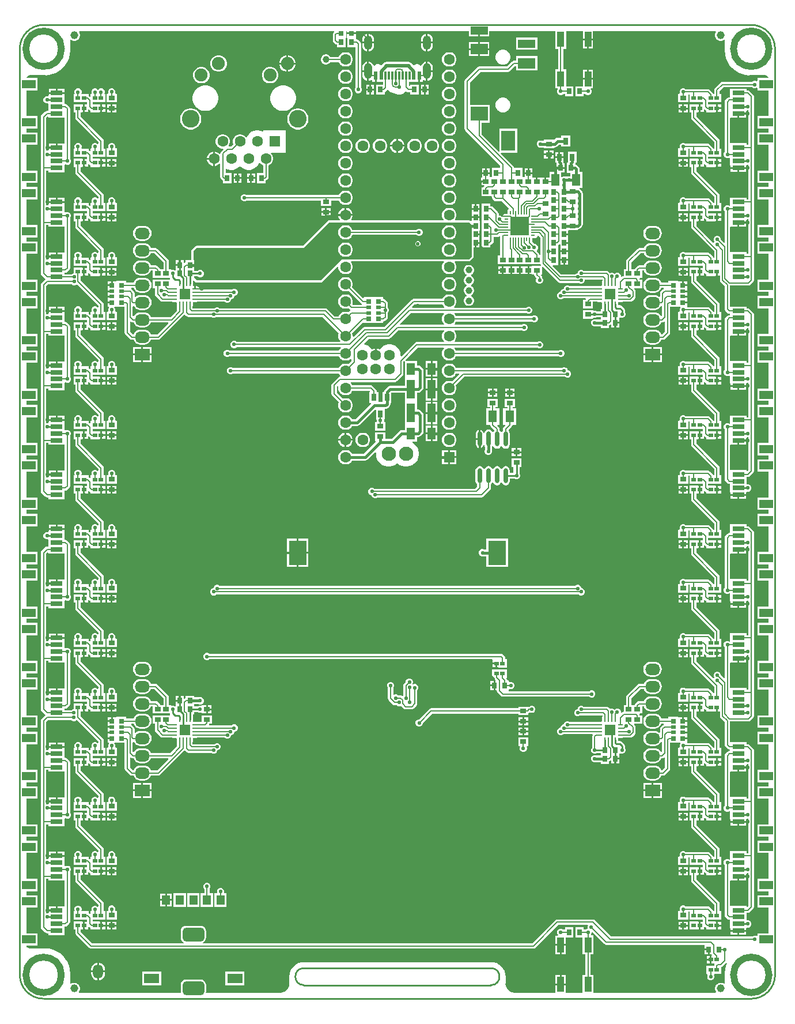
<source format=gtl>
G04*
G04 #@! TF.GenerationSoftware,Altium Limited,Altium Designer,22.2.1 (43)*
G04*
G04 Layer_Physical_Order=1*
G04 Layer_Color=255*
%FSLAX44Y44*%
%MOMM*%
G71*
G04*
G04 #@! TF.SameCoordinates,AFD451FC-D3FB-4623-B5BF-B3F6322B03FB*
G04*
G04*
G04 #@! TF.FilePolarity,Positive*
G04*
G01*
G75*
%ADD10C,0.2540*%
%ADD17C,0.5080*%
%ADD18C,0.1524*%
%ADD26R,0.8890X0.6350*%
%ADD27R,0.7000X0.6000*%
%ADD28O,0.7500X0.2500*%
%ADD29R,0.7000X1.0000*%
%ADD30R,2.6000X3.6000*%
%ADD31R,0.8000X0.6500*%
%ADD32R,0.8000X0.5000*%
%ADD33R,0.6350X0.8890*%
%ADD34R,1.6500X1.6500*%
%ADD35O,0.2500X0.7500*%
%ADD36R,1.8000X0.7000*%
%ADD37R,2.0000X1.2000*%
%ADD38R,1.0000X2.2000*%
%ADD39R,1.1430X1.7780*%
%ADD40R,1.1430X2.7940*%
%ADD41R,0.6000X1.2500*%
%ADD42R,0.3000X1.2500*%
%ADD43R,1.2000X1.4000*%
%ADD44R,2.2000X1.4000*%
%ADD45R,0.8000X0.8000*%
%ADD46O,0.6000X2.2000*%
%ADD47R,1.3000X1.8000*%
%ADD48R,2.8000X2.8000*%
%ADD49O,0.2000X0.6500*%
%ADD50O,0.6500X0.2000*%
%ADD51R,2.5000X1.5000*%
%ADD52R,2.5000X1.2000*%
%ADD53R,2.5000X2.0000*%
%ADD54R,2.0000X2.9000*%
%ADD99C,1.0200*%
%ADD100C,0.3810*%
%ADD101C,1.0000*%
%ADD102O,2.2000X1.7000*%
%ADD103R,2.2000X1.7000*%
%ADD104C,1.1520*%
%ADD105C,2.1000*%
%ADD106C,1.6000*%
%ADD107R,1.6000X1.6000*%
%ADD108O,1.2000X2.1000*%
%ADD109O,1.2000X2.3000*%
%ADD110O,1.5000X2.1000*%
%ADD111C,2.6000*%
%ADD112C,1.9000*%
G04:AMPARAMS|DCode=113|XSize=2mm|YSize=3.2mm|CornerRadius=0.5mm|HoleSize=0mm|Usage=FLASHONLY|Rotation=270.000|XOffset=0mm|YOffset=0mm|HoleType=Round|Shape=RoundedRectangle|*
%AMROUNDEDRECTD113*
21,1,2.0000,2.2000,0,0,270.0*
21,1,1.0000,3.2000,0,0,270.0*
1,1,1.0000,-1.1000,-0.5000*
1,1,1.0000,-1.1000,0.5000*
1,1,1.0000,1.1000,0.5000*
1,1,1.0000,1.1000,-0.5000*
%
%ADD113ROUNDEDRECTD113*%
%ADD114C,0.5500*%
%ADD115C,0.6200*%
G36*
X121270Y697960D02*
X135040D01*
Y706000D01*
X231952D01*
Y679952D01*
X236115D01*
Y650048D01*
X231952D01*
Y621952D01*
X235175D01*
X235701Y620682D01*
X235515Y620496D01*
X234710Y618552D01*
Y616448D01*
X235515Y614504D01*
X237003Y613015D01*
X238948Y612210D01*
X241052D01*
X242997Y613015D01*
X243597Y613615D01*
X246157D01*
Y610007D01*
X258603D01*
Y624993D01*
X248048D01*
Y650048D01*
X243885D01*
Y679952D01*
X248048D01*
Y706000D01*
X272460D01*
Y695270D01*
X280000D01*
X287540D01*
Y706000D01*
X467609D01*
X468147Y704730D01*
X467266Y703204D01*
X466700Y701093D01*
Y698907D01*
X467266Y696796D01*
X468358Y694904D01*
X469904Y693358D01*
X471796Y692266D01*
X473907Y691700D01*
X476093D01*
X478204Y692266D01*
X479845Y693214D01*
X481115Y692759D01*
Y677500D01*
X481115Y677500D01*
X481078D01*
X481526Y671802D01*
X482860Y666245D01*
X485047Y660965D01*
X488034Y656092D01*
X491745Y651746D01*
X496091Y648034D01*
X500965Y645048D01*
X506245Y642860D01*
X511802Y641526D01*
X517500Y641078D01*
Y641115D01*
X517500Y641115D01*
X540000D01*
X540167Y641149D01*
X542366Y640711D01*
X544371Y639371D01*
X545000Y638430D01*
Y637048D01*
X528952D01*
Y632688D01*
X527682Y632115D01*
X526052Y632790D01*
X523948D01*
X522004Y631985D01*
X521404Y631385D01*
X477500D01*
X476013Y631089D01*
X474753Y630247D01*
X466753Y622247D01*
X465911Y620987D01*
X465615Y619500D01*
Y613548D01*
X464176D01*
X464089Y613987D01*
X463247Y615247D01*
X459127Y619367D01*
X457867Y620209D01*
X456380Y620504D01*
X423597D01*
X422996Y621105D01*
X421052Y621910D01*
X418947D01*
X417003Y621105D01*
X415515Y619617D01*
X414710Y617672D01*
Y615568D01*
X414987Y614899D01*
X414281Y613843D01*
X412507D01*
Y601397D01*
X427493D01*
Y612735D01*
X428952D01*
Y601452D01*
X449115D01*
Y598040D01*
X445770D01*
Y592500D01*
Y586960D01*
X450540D01*
Y590307D01*
X451713Y590793D01*
X452753Y589753D01*
X453952Y588952D01*
Y586452D01*
X467048D01*
Y586960D01*
X468230D01*
Y592500D01*
Y598040D01*
X467048D01*
Y598548D01*
X456885D01*
Y601452D01*
X476048D01*
Y613548D01*
X473385D01*
Y617891D01*
X479109Y623615D01*
X521404D01*
X522004Y623015D01*
X523948Y622210D01*
X526052D01*
X527682Y622885D01*
X528952Y622312D01*
Y618952D01*
X545000D01*
Y581048D01*
X528952D01*
Y562952D01*
X545000D01*
Y557048D01*
X528952D01*
Y538952D01*
X545000D01*
Y501048D01*
X528952D01*
Y482952D01*
X545000D01*
Y477048D01*
X528952D01*
Y458952D01*
X545000D01*
Y421048D01*
X528952D01*
Y402952D01*
X545000D01*
Y397048D01*
X528952D01*
Y378952D01*
X545000D01*
Y341048D01*
X528952D01*
Y322952D01*
X545000D01*
X545000Y317048D01*
X528952D01*
Y298952D01*
X545000D01*
Y261048D01*
X528952D01*
Y242952D01*
X545000D01*
Y237048D01*
X528952D01*
Y218952D01*
X545000D01*
Y181048D01*
X528952D01*
Y162952D01*
X545000D01*
Y157048D01*
X528952D01*
Y138952D01*
X545000D01*
Y101048D01*
X528952D01*
Y82952D01*
X545000D01*
Y77048D01*
X528952D01*
Y58952D01*
X545000D01*
Y21048D01*
X528952D01*
Y2952D01*
X545000D01*
Y-2952D01*
X528952D01*
Y-21048D01*
X545000D01*
Y-58952D01*
X528952D01*
Y-77048D01*
X545000D01*
Y-82952D01*
X528952D01*
Y-101048D01*
X545000D01*
Y-138952D01*
X528952D01*
Y-157048D01*
X545000D01*
Y-162952D01*
X528952D01*
Y-181048D01*
X545000D01*
Y-218952D01*
X528952D01*
Y-237048D01*
X545000D01*
Y-242952D01*
X528952D01*
Y-261048D01*
X545000D01*
Y-298952D01*
X528952D01*
Y-317048D01*
X545000D01*
X545000Y-322952D01*
X528952D01*
Y-341048D01*
X545000D01*
Y-378952D01*
X528952D01*
Y-397048D01*
X545000D01*
Y-402952D01*
X528952D01*
Y-421048D01*
X545000D01*
Y-458952D01*
X528952D01*
Y-477048D01*
X545000D01*
Y-482952D01*
X528952D01*
Y-501048D01*
X545000D01*
Y-538952D01*
X528952D01*
Y-557048D01*
X545000D01*
Y-562952D01*
X528952D01*
Y-581048D01*
X545000D01*
Y-618952D01*
X528952D01*
Y-622312D01*
X527682Y-622885D01*
X526052Y-622210D01*
X523948D01*
X522004Y-623015D01*
X521404Y-623615D01*
X314109D01*
X290247Y-599753D01*
X288987Y-598911D01*
X287500Y-598615D01*
X235000D01*
X233513Y-598911D01*
X232253Y-599753D01*
X198391Y-633615D01*
X-285571D01*
X-285823Y-632345D01*
X-285198Y-632086D01*
X-283622Y-630878D01*
X-282414Y-629303D01*
X-281654Y-627468D01*
X-281395Y-625500D01*
Y-615500D01*
X-281654Y-613532D01*
X-282414Y-611698D01*
X-283622Y-610122D01*
X-285198Y-608914D01*
X-287032Y-608154D01*
X-289000Y-607895D01*
X-311000D01*
X-312968Y-608154D01*
X-314802Y-608914D01*
X-316378Y-610122D01*
X-317586Y-611698D01*
X-318346Y-613532D01*
X-318605Y-615500D01*
Y-625500D01*
X-318346Y-627468D01*
X-317586Y-629303D01*
X-316378Y-630878D01*
X-314802Y-632086D01*
X-314177Y-632345D01*
X-314429Y-633615D01*
X-448391D01*
X-465615Y-616391D01*
Y-613548D01*
X-462952D01*
Y-613040D01*
X-461770D01*
Y-607500D01*
Y-601960D01*
X-462952D01*
Y-601452D01*
X-476048D01*
Y-613548D01*
X-473385D01*
Y-618000D01*
X-473089Y-619487D01*
X-472247Y-620747D01*
X-452747Y-640247D01*
X-451487Y-641089D01*
X-450000Y-641385D01*
X200000D01*
X201487Y-641089D01*
X202747Y-640247D01*
X236609Y-606385D01*
X279475D01*
X280246Y-607655D01*
X279710Y-608948D01*
Y-611052D01*
X279752Y-611154D01*
X279181Y-612008D01*
X278834Y-612257D01*
X277003Y-613015D01*
X276403Y-613615D01*
X273843D01*
Y-610007D01*
X261397D01*
Y-624993D01*
X271952D01*
Y-650048D01*
X276115D01*
Y-679952D01*
X271952D01*
Y-706115D01*
X247540D01*
Y-695270D01*
X240000D01*
X232460D01*
Y-706115D01*
X172500D01*
X172304Y-706154D01*
X168959Y-705714D01*
X165660Y-704347D01*
X162827Y-702173D01*
X160653Y-699340D01*
X159286Y-696041D01*
X158846Y-692696D01*
X158885Y-692500D01*
Y-682500D01*
X158913D01*
X158502Y-678323D01*
X157283Y-674305D01*
X155304Y-670603D01*
X152641Y-667359D01*
X149396Y-664696D01*
X145695Y-662717D01*
X141678Y-661498D01*
X137500Y-661087D01*
Y-661115D01*
X136250Y-661364D01*
X135000Y-661115D01*
X-137500D01*
Y-661087D01*
X-141678Y-661498D01*
X-145695Y-662717D01*
X-149396Y-664696D01*
X-152641Y-667359D01*
X-155304Y-670603D01*
X-157283Y-674306D01*
X-158502Y-678323D01*
X-158913Y-682500D01*
X-158885D01*
Y-692500D01*
X-158846Y-692696D01*
X-159286Y-696041D01*
X-160653Y-699340D01*
X-162827Y-702173D01*
X-165660Y-704347D01*
X-168959Y-705714D01*
X-171270Y-706018D01*
X-172500Y-706115D01*
X-173758Y-706115D01*
X-280644D01*
X-281482Y-705161D01*
X-281395Y-704500D01*
Y-694500D01*
X-281654Y-692532D01*
X-282414Y-690697D01*
X-283622Y-689122D01*
X-285198Y-687914D01*
X-287032Y-687154D01*
X-289000Y-686895D01*
X-311000D01*
X-312968Y-687154D01*
X-314802Y-687914D01*
X-316378Y-689122D01*
X-317586Y-690697D01*
X-318346Y-692532D01*
X-318605Y-694500D01*
Y-704500D01*
X-318518Y-705161D01*
X-319356Y-706115D01*
X-467759Y-706115D01*
X-468214Y-704845D01*
X-467266Y-703204D01*
X-466700Y-701093D01*
Y-698907D01*
X-467266Y-696796D01*
X-468358Y-694904D01*
X-469904Y-693358D01*
X-471796Y-692266D01*
X-473907Y-691700D01*
X-476093D01*
X-478204Y-692266D01*
X-479845Y-693213D01*
X-481115Y-692759D01*
Y-677500D01*
X-481115Y-677500D01*
X-481078D01*
X-481526Y-671802D01*
X-482860Y-666245D01*
X-485047Y-660965D01*
X-488034Y-656091D01*
X-491745Y-651746D01*
X-496091Y-648034D01*
X-500965Y-645047D01*
X-506245Y-642860D01*
X-511802Y-641526D01*
X-517500Y-641078D01*
Y-641115D01*
X-517500Y-641115D01*
X-540000D01*
X-540167Y-641149D01*
X-542366Y-640711D01*
X-544371Y-639371D01*
X-545000Y-638430D01*
Y-637048D01*
X-528952D01*
Y-618952D01*
X-545000D01*
Y-581048D01*
X-528952D01*
Y-562952D01*
X-545000D01*
Y-557048D01*
X-528952D01*
Y-538952D01*
X-545000D01*
Y-501048D01*
X-528952D01*
Y-482952D01*
X-545000D01*
Y-477048D01*
X-528952D01*
Y-458952D01*
X-545000D01*
Y-421048D01*
X-528952D01*
Y-402952D01*
X-545000D01*
Y-397048D01*
X-528952D01*
Y-378952D01*
X-545000D01*
Y-341048D01*
X-528952D01*
Y-322952D01*
X-545000D01*
Y-317048D01*
X-528952D01*
Y-298952D01*
X-545000D01*
Y-261048D01*
X-528952D01*
Y-242952D01*
X-545000D01*
Y-237048D01*
X-528952D01*
Y-218952D01*
X-545000D01*
Y-181048D01*
X-528952D01*
Y-162952D01*
X-545000D01*
Y-157048D01*
X-528952D01*
Y-138952D01*
X-545000D01*
Y-101048D01*
X-528952D01*
Y-82952D01*
X-545000D01*
Y-77048D01*
X-528952D01*
Y-58952D01*
X-545000D01*
Y-21048D01*
X-528952D01*
Y-2952D01*
X-545000D01*
Y2952D01*
X-528952D01*
Y21048D01*
X-545000D01*
Y58952D01*
X-528952D01*
Y77048D01*
X-545000D01*
Y82952D01*
X-528952D01*
Y101048D01*
X-545000D01*
Y138952D01*
X-528952D01*
Y157048D01*
X-545000D01*
Y162952D01*
X-528952D01*
Y181048D01*
X-545000D01*
Y218952D01*
X-528952D01*
Y237048D01*
X-545000D01*
Y242952D01*
X-528952D01*
Y261048D01*
X-545000D01*
Y298952D01*
X-528952D01*
Y317048D01*
X-545000D01*
Y322952D01*
X-528952D01*
Y341048D01*
X-545000D01*
Y378952D01*
X-528952D01*
Y397048D01*
X-545000D01*
Y402952D01*
X-528952D01*
Y421048D01*
X-545000D01*
Y458952D01*
X-528952D01*
Y477048D01*
X-545000D01*
Y482952D01*
X-528952D01*
Y501048D01*
X-545000D01*
Y538952D01*
X-528952D01*
Y557048D01*
X-545000D01*
Y562952D01*
X-528952D01*
Y581048D01*
X-545000D01*
Y618952D01*
X-528952D01*
Y637048D01*
X-545000D01*
Y638430D01*
X-544371Y639371D01*
X-542366Y640711D01*
X-540167Y641149D01*
X-540000Y641115D01*
X-517500D01*
X-517500Y641115D01*
Y641078D01*
X-511802Y641526D01*
X-506245Y642860D01*
X-500965Y645048D01*
X-496091Y648034D01*
X-491745Y651746D01*
X-488034Y656092D01*
X-485047Y660965D01*
X-482860Y666245D01*
X-481526Y671802D01*
X-481078Y677500D01*
X-481115D01*
X-481115Y677500D01*
Y692759D01*
X-479845Y693214D01*
X-478204Y692266D01*
X-476093Y691700D01*
X-473907D01*
X-471796Y692266D01*
X-469904Y693358D01*
X-468358Y694904D01*
X-467266Y696796D01*
X-466700Y698907D01*
Y701093D01*
X-467266Y703204D01*
X-468147Y704730D01*
X-467609Y706000D01*
X-93290Y706000D01*
X-92764Y704730D01*
X-93747Y703747D01*
X-94589Y702487D01*
X-94885Y701000D01*
Y692000D01*
X-94589Y690513D01*
X-93747Y689253D01*
X-91747Y687253D01*
X-90487Y686411D01*
X-89000Y686115D01*
X-88843D01*
Y682507D01*
X-76397D01*
Y695452D01*
X-75452D01*
Y706000D01*
X-74040D01*
Y703770D01*
X-67500D01*
X-60960D01*
Y706000D01*
X104960D01*
Y697960D01*
X118730D01*
Y706500D01*
X121270D01*
Y697960D01*
D02*
G37*
G36*
X304253Y-634747D02*
X305513Y-635589D01*
X307000Y-635885D01*
X451665Y-635885D01*
Y-641230D01*
X457380D01*
Y-642500D01*
X458650D01*
Y-649485D01*
X461411D01*
X461411Y-649487D01*
X462109Y-650531D01*
X462215Y-650690D01*
X462167Y-650926D01*
X461770Y-651752D01*
Y-657500D01*
Y-663040D01*
X462952D01*
Y-663548D01*
X465363D01*
X466042Y-664818D01*
X465911Y-665013D01*
X465625Y-666452D01*
X453952D01*
Y-678548D01*
X455175D01*
X455456Y-678867D01*
X455885Y-679818D01*
X455210Y-681448D01*
Y-683552D01*
X456015Y-685497D01*
X457504Y-686985D01*
X459448Y-687790D01*
X461552D01*
X463497Y-686985D01*
X464985Y-685497D01*
X465790Y-683552D01*
Y-681448D01*
X465115Y-679818D01*
X465544Y-678867D01*
X465825Y-678548D01*
X476048D01*
Y-668676D01*
X476487Y-668589D01*
X477747Y-667747D01*
X483067Y-662427D01*
X484144Y-663146D01*
X482860Y-666245D01*
X481526Y-671802D01*
X481078Y-677500D01*
X481115D01*
X481115Y-677500D01*
Y-692759D01*
X479845Y-693213D01*
X478204Y-692266D01*
X476093Y-691700D01*
X473907D01*
X471796Y-692266D01*
X469904Y-693358D01*
X468358Y-694904D01*
X467266Y-696796D01*
X466700Y-698907D01*
Y-701093D01*
X467266Y-703204D01*
X468214Y-704845D01*
X467759Y-706115D01*
X288048D01*
Y-679952D01*
X283885D01*
Y-650048D01*
X288048D01*
Y-621952D01*
X284825D01*
X284299Y-620682D01*
X284485Y-620496D01*
X285290Y-618552D01*
Y-617580D01*
X286560Y-617054D01*
X304253Y-634747D01*
D02*
G37*
%LPC*%
G36*
X44470Y701946D02*
Y690270D01*
X51814D01*
Y693500D01*
X51520Y695729D01*
X50660Y697807D01*
X49291Y699591D01*
X47507Y700960D01*
X45429Y701820D01*
X44470Y701946D01*
D02*
G37*
G36*
X41930Y701946D02*
X40971Y701820D01*
X38893Y700960D01*
X37109Y699591D01*
X35740Y697807D01*
X34880Y695729D01*
X34586Y693500D01*
Y690270D01*
X41930D01*
Y701946D01*
D02*
G37*
G36*
X-41930D02*
Y690270D01*
X-34586D01*
Y693500D01*
X-34880Y695729D01*
X-35740Y697807D01*
X-37109Y699591D01*
X-38893Y700960D01*
X-40971Y701820D01*
X-41930Y701946D01*
D02*
G37*
G36*
X-44470D02*
X-45429Y701820D01*
X-47507Y700960D01*
X-49291Y699591D01*
X-50660Y697807D01*
X-51520Y695729D01*
X-51814Y693500D01*
Y690270D01*
X-44470D01*
Y701946D01*
D02*
G37*
G36*
X135040Y689540D02*
X121270D01*
Y680770D01*
X135040D01*
Y689540D01*
D02*
G37*
G36*
X118730D02*
X104960D01*
Y680770D01*
X118730D01*
Y689540D01*
D02*
G37*
G36*
X287540Y692730D02*
X281270D01*
Y680460D01*
X287540D01*
Y692730D01*
D02*
G37*
G36*
X278730D02*
X272460D01*
Y680460D01*
X278730D01*
Y692730D01*
D02*
G37*
G36*
X205548Y696548D02*
X174452D01*
Y678452D01*
X205548D01*
Y696548D01*
D02*
G37*
G36*
X51814Y687730D02*
X44470D01*
Y676053D01*
X45429Y676180D01*
X47507Y677040D01*
X49291Y678409D01*
X50660Y680193D01*
X51520Y682271D01*
X51814Y684500D01*
Y687730D01*
D02*
G37*
G36*
X-34586Y687730D02*
X-41930D01*
Y676053D01*
X-40971Y676180D01*
X-38893Y677040D01*
X-37109Y678409D01*
X-35740Y680193D01*
X-34880Y682271D01*
X-34586Y684500D01*
Y687730D01*
D02*
G37*
G36*
X-44470D02*
X-51814D01*
Y684500D01*
X-51520Y682271D01*
X-50660Y680193D01*
X-49291Y678409D01*
X-47507Y677040D01*
X-45429Y676180D01*
X-44470Y676053D01*
Y687730D01*
D02*
G37*
G36*
X41930Y687730D02*
X34586D01*
Y684500D01*
X34880Y682271D01*
X35740Y680193D01*
X37109Y678409D01*
X38893Y677040D01*
X40971Y676180D01*
X41930Y676053D01*
Y687730D01*
D02*
G37*
G36*
X135040Y678230D02*
X121270D01*
Y669460D01*
X135040D01*
Y678230D01*
D02*
G37*
G36*
X118730D02*
X104960D01*
Y669460D01*
X118730D01*
Y678230D01*
D02*
G37*
G36*
X-74812Y674940D02*
X-77588D01*
X-80268Y674222D01*
X-82672Y672834D01*
X-84634Y670872D01*
X-86022Y668468D01*
X-86111Y668135D01*
X-98536D01*
X-98967Y668880D01*
X-100370Y670284D01*
X-102090Y671276D01*
X-104007Y671790D01*
X-105993D01*
X-107910Y671276D01*
X-109630Y670284D01*
X-111034Y668880D01*
X-112026Y667160D01*
X-112540Y665243D01*
Y663257D01*
X-112026Y661340D01*
X-111034Y659620D01*
X-109630Y658216D01*
X-107910Y657224D01*
X-105993Y656710D01*
X-104007D01*
X-102090Y657224D01*
X-100370Y658216D01*
X-98967Y659620D01*
X-98536Y660365D01*
X-86031D01*
X-86022Y660332D01*
X-84634Y657928D01*
X-82672Y655966D01*
X-80268Y654578D01*
X-77588Y653860D01*
X-74812D01*
X-72132Y654578D01*
X-69728Y655966D01*
X-67766Y657928D01*
X-66378Y660332D01*
X-65660Y663012D01*
Y665788D01*
X-66378Y668468D01*
X-67766Y670872D01*
X-69728Y672834D01*
X-72132Y674222D01*
X-74812Y674940D01*
D02*
G37*
G36*
X-160165Y670340D02*
X-160480D01*
Y659570D01*
X-149710D01*
Y659885D01*
X-150531Y662947D01*
X-152116Y665693D01*
X-154357Y667934D01*
X-157103Y669520D01*
X-160165Y670340D01*
D02*
G37*
G36*
X-163020D02*
X-163335D01*
X-166397Y669520D01*
X-169143Y667934D01*
X-171384Y665693D01*
X-172969Y662947D01*
X-173790Y659885D01*
Y659570D01*
X-163020D01*
Y670340D01*
D02*
G37*
G36*
X156453Y678540D02*
X153547D01*
X150739Y677788D01*
X148221Y676334D01*
X146166Y674279D01*
X144712Y671761D01*
X143960Y668953D01*
Y666047D01*
X144712Y663239D01*
X146166Y660721D01*
X148221Y658666D01*
X150739Y657212D01*
X153547Y656460D01*
X156453D01*
X159261Y657212D01*
X161779Y658666D01*
X163834Y660721D01*
X165288Y663239D01*
X166040Y666047D01*
Y668953D01*
X165288Y671761D01*
X163834Y674279D01*
X161779Y676334D01*
X159261Y677788D01*
X156453Y678540D01*
D02*
G37*
G36*
X41930Y661146D02*
X40971Y661020D01*
X38893Y660160D01*
X37109Y658791D01*
X35740Y657007D01*
X35145Y655571D01*
X33809Y655480D01*
X32180Y657109D01*
X30052Y657990D01*
X27748D01*
X25620Y657109D01*
X23991Y655480D01*
X23646Y655411D01*
X20029Y659029D01*
X18180Y660264D01*
X16000Y660697D01*
X-16000D01*
X-18180Y660264D01*
X-20029Y659029D01*
X-22972Y656085D01*
X-24625Y656114D01*
X-25620Y657109D01*
X-27748Y657990D01*
X-30052D01*
X-32180Y657109D01*
X-33809Y655480D01*
X-35145Y655571D01*
X-35740Y657007D01*
X-37109Y658791D01*
X-38893Y660160D01*
X-40971Y661020D01*
X-41930Y661146D01*
Y647200D01*
Y633254D01*
X-40971Y633380D01*
X-38893Y634240D01*
X-38679Y634405D01*
X-37540Y633843D01*
Y631710D01*
X-33270D01*
Y640500D01*
X-30730D01*
Y631710D01*
X-30048D01*
Y631202D01*
X-21385D01*
Y627493D01*
X-31103D01*
Y612507D01*
X-18657D01*
Y616382D01*
X-18513Y616411D01*
X-17253Y617253D01*
X-15122Y619384D01*
X-13596Y619481D01*
X-12803Y618447D01*
X-10005Y616300D01*
X-6747Y614951D01*
X-3866Y614572D01*
X-1797Y613377D01*
X1034Y612618D01*
X3965D01*
X6797Y613377D01*
X9335Y614842D01*
X11408Y616915D01*
X11686Y617396D01*
X12945Y617562D01*
X13253Y617253D01*
X14513Y616411D01*
X16000Y616115D01*
X18657D01*
Y612507D01*
X31103D01*
Y627493D01*
X18657D01*
Y625623D01*
X17387Y625143D01*
X17190Y625366D01*
X17382Y625868D01*
X17382D01*
Y631202D01*
X30048D01*
Y631710D01*
X30730D01*
Y640500D01*
X33270D01*
Y631710D01*
X37540D01*
Y633843D01*
X38679Y634405D01*
X38893Y634240D01*
X40971Y633380D01*
X41930Y633254D01*
Y647200D01*
Y661146D01*
D02*
G37*
G36*
X77588Y674940D02*
X74812D01*
X72132Y674222D01*
X69728Y672834D01*
X67766Y670872D01*
X66378Y668468D01*
X65660Y665788D01*
Y663012D01*
X66378Y660332D01*
X67766Y657928D01*
X69728Y655966D01*
X72132Y654578D01*
X74812Y653860D01*
X77588D01*
X80268Y654578D01*
X82672Y655966D01*
X84634Y657928D01*
X86022Y660332D01*
X86740Y663012D01*
Y665788D01*
X86022Y668468D01*
X84634Y670872D01*
X82672Y672834D01*
X80268Y674222D01*
X77588Y674940D01*
D02*
G37*
G36*
X44470Y661146D02*
Y648470D01*
X51814D01*
Y652700D01*
X51520Y654929D01*
X50660Y657007D01*
X49291Y658791D01*
X47507Y660160D01*
X45429Y661020D01*
X44470Y661146D01*
D02*
G37*
G36*
X-44470Y661146D02*
X-45429Y661020D01*
X-47507Y660160D01*
X-49291Y658791D01*
X-50660Y657007D01*
X-51520Y654929D01*
X-51814Y652700D01*
Y648470D01*
X-44470D01*
Y661146D01*
D02*
G37*
G36*
X205548Y669048D02*
X174452D01*
Y662385D01*
X171000D01*
X169513Y662089D01*
X168253Y661247D01*
X160891Y653885D01*
X120000D01*
X118513Y653589D01*
X117253Y652747D01*
X99753Y635247D01*
X98911Y633987D01*
X98615Y632500D01*
Y562500D01*
X98911Y561013D01*
X99753Y559753D01*
X151116Y508391D01*
Y504993D01*
X138897D01*
Y491343D01*
X135595D01*
Y496230D01*
X129880D01*
X124165D01*
Y490835D01*
X123015D01*
Y486390D01*
X130000D01*
Y483850D01*
X123015D01*
Y479405D01*
X127252D01*
X127738Y478232D01*
X127253Y477747D01*
X126411Y476486D01*
X126334Y476103D01*
X122507D01*
Y463657D01*
X137493D01*
X137493Y463657D01*
Y463657D01*
X137493Y463657D01*
X138615Y463300D01*
Y462500D01*
X138911Y461013D01*
X139753Y459753D01*
X142253Y457253D01*
X143513Y456411D01*
X145000Y456115D01*
X153391D01*
X163427Y446080D01*
X163302Y444816D01*
X163082Y444669D01*
X162187Y443330D01*
X161873Y441750D01*
Y437609D01*
X158250D01*
X156869Y437335D01*
X155698Y436552D01*
X154915Y435381D01*
X154746Y434531D01*
X153435Y434047D01*
X152997Y434485D01*
X151053Y435290D01*
X148948D01*
X148885Y435333D01*
Y437500D01*
X148589Y438987D01*
X147747Y440247D01*
X140247Y447747D01*
X138986Y448589D01*
X137500Y448885D01*
X136343D01*
Y452493D01*
X123897D01*
Y437507D01*
Y425007D01*
Y412507D01*
Y400007D01*
Y387507D01*
X136343D01*
Y391383D01*
X136487Y391411D01*
X137747Y392253D01*
X140247Y394753D01*
X141089Y396013D01*
X141385Y397500D01*
Y403615D01*
X146500D01*
X147987Y403911D01*
X149247Y404753D01*
X149902Y405408D01*
X150702Y405139D01*
X151115Y404826D01*
Y376343D01*
X147507D01*
Y363897D01*
X210335D01*
X210411Y363513D01*
X211173Y362373D01*
X210986Y361607D01*
X210777Y361103D01*
X197507D01*
Y360595D01*
X193770D01*
Y354880D01*
Y349165D01*
X197507D01*
Y348657D01*
X201115D01*
Y348000D01*
X201411Y346513D01*
X202253Y345253D01*
X204514Y342993D01*
X203710Y341052D01*
Y338948D01*
X204515Y337004D01*
X206003Y335515D01*
X207948Y334710D01*
X210052D01*
X211997Y335515D01*
X213485Y337004D01*
X214290Y338948D01*
Y341052D01*
X213485Y342996D01*
X212885Y343596D01*
Y344000D01*
X212589Y345487D01*
X211747Y346747D01*
X211010Y347484D01*
X211496Y348657D01*
X212493D01*
Y359354D01*
X213666Y359840D01*
X236253Y337253D01*
X237513Y336411D01*
X239000Y336115D01*
X266404D01*
X267003Y335515D01*
X268948Y334710D01*
X271052D01*
X272997Y335515D01*
X274485Y337004D01*
X275290Y338948D01*
Y341052D01*
X275332Y341115D01*
X300891D01*
X301115Y340891D01*
Y339422D01*
X300951Y339177D01*
X300618Y337500D01*
Y333054D01*
X300213Y332287D01*
X299446Y331882D01*
X295000D01*
X293323Y331549D01*
X293078Y331385D01*
X253596D01*
X252997Y331985D01*
X251052Y332790D01*
X248948D01*
X247003Y331985D01*
X245515Y330496D01*
X244710Y328552D01*
Y327790D01*
X243948D01*
X242003Y326985D01*
X240515Y325496D01*
X239710Y323552D01*
Y322790D01*
X238948D01*
X237003Y321985D01*
X235515Y320496D01*
X234710Y318552D01*
Y316448D01*
X235515Y314503D01*
X237003Y313015D01*
X238948Y312210D01*
X241052D01*
X242997Y313015D01*
X243596Y313615D01*
X276441D01*
X276975Y312367D01*
X276599Y311768D01*
X276411Y311487D01*
X276406Y311460D01*
X276332Y311343D01*
X272507D01*
Y298897D01*
X287493D01*
Y308615D01*
X293078D01*
X293323Y308451D01*
X295000Y308118D01*
X299446D01*
X300213Y307713D01*
X300618Y306946D01*
Y305103D01*
X300597Y305000D01*
Y297493D01*
X298657D01*
Y294403D01*
X293079D01*
X292997Y294485D01*
X291052Y295290D01*
X288948D01*
X288549Y295125D01*
X287493Y295830D01*
Y296103D01*
X272507D01*
Y283657D01*
X287493D01*
Y284170D01*
X288549Y284875D01*
X288948Y284710D01*
X291052D01*
X292997Y285515D01*
X293079Y285597D01*
X298657D01*
Y282550D01*
X291632D01*
X291052Y282790D01*
X288948D01*
X287003Y281984D01*
X285515Y280496D01*
X284710Y278552D01*
Y276448D01*
X285515Y274503D01*
X287003Y273015D01*
X288948Y272210D01*
X291052D01*
X291632Y272450D01*
X298657D01*
Y270007D01*
X311103D01*
Y273735D01*
X311986Y273911D01*
X313135Y274678D01*
X313826Y274513D01*
X314405Y274273D01*
Y270515D01*
X318850D01*
Y277500D01*
X320120D01*
Y278770D01*
X325835D01*
Y285025D01*
X327105Y285473D01*
X328948Y284710D01*
X331052D01*
X332996Y285515D01*
X334485Y287003D01*
X335290Y288948D01*
Y291052D01*
X334485Y292997D01*
X334403Y293079D01*
Y296000D01*
X334067Y297685D01*
X333113Y299113D01*
X330113Y302113D01*
X328685Y303067D01*
X327000Y303403D01*
X324403D01*
Y305000D01*
X324382Y305103D01*
Y306946D01*
X324787Y307713D01*
X325554Y308118D01*
X330000D01*
X331677Y308451D01*
X331922Y308615D01*
X342500D01*
X343987Y308911D01*
X345247Y309753D01*
X348747Y313253D01*
X349589Y314513D01*
X349885Y316000D01*
Y324000D01*
X349589Y325487D01*
X348747Y326747D01*
X348010Y327484D01*
X348496Y328657D01*
X359993D01*
Y341103D01*
X356265D01*
X356089Y341987D01*
X355661Y342627D01*
X356340Y343897D01*
X359993D01*
Y354215D01*
X362160D01*
X362857Y352532D01*
X364626Y350226D01*
X366932Y348457D01*
X369618Y347344D01*
X372500Y346965D01*
X377500D01*
X380382Y347344D01*
X383068Y348457D01*
X385374Y350226D01*
X387143Y352532D01*
X388256Y355218D01*
X388635Y358100D01*
X388256Y360982D01*
X387143Y363668D01*
X385374Y365974D01*
X383068Y367743D01*
X380382Y368856D01*
X377500Y369235D01*
X372500D01*
X369618Y368856D01*
X366932Y367743D01*
X364626Y365974D01*
X362857Y363668D01*
X362160Y361985D01*
X355100D01*
X353613Y361689D01*
X352353Y360847D01*
X349753Y358247D01*
X348911Y356987D01*
X348783Y356343D01*
X343885D01*
Y366391D01*
X357109Y379615D01*
X362160D01*
X362857Y377932D01*
X364626Y375626D01*
X366932Y373857D01*
X369618Y372744D01*
X372500Y372365D01*
X377500D01*
X380382Y372744D01*
X383068Y373857D01*
X385374Y375626D01*
X387143Y377932D01*
X388256Y380618D01*
X388635Y383500D01*
X388256Y386382D01*
X387143Y389068D01*
X385374Y391374D01*
X383068Y393143D01*
X380382Y394256D01*
X377500Y394635D01*
X372500D01*
X369618Y394256D01*
X366932Y393143D01*
X364626Y391374D01*
X362857Y389068D01*
X362160Y387385D01*
X355500D01*
X354013Y387089D01*
X352753Y386247D01*
X337253Y370747D01*
X336411Y369487D01*
X336115Y368000D01*
Y356343D01*
X332507D01*
Y346385D01*
X332500D01*
X331013Y346089D01*
X329753Y345247D01*
X329560Y345054D01*
X328290Y345580D01*
Y347052D01*
X327485Y348997D01*
X325997Y350485D01*
X324052Y351290D01*
X321948D01*
X320003Y350485D01*
X319000Y349481D01*
X317997Y350485D01*
X316052Y351290D01*
X313948D01*
X312361Y350633D01*
X310247Y352747D01*
X308987Y353589D01*
X307500Y353885D01*
X273596D01*
X272997Y354485D01*
X271052Y355290D01*
X268948D01*
X267003Y354485D01*
X265515Y352997D01*
X264710Y351052D01*
Y350290D01*
X263948D01*
X262003Y349485D01*
X261404Y348885D01*
X240609D01*
X228160Y361333D01*
X228646Y362507D01*
X236103D01*
Y375007D01*
Y387507D01*
Y391334D01*
X236486Y391411D01*
X237747Y392253D01*
X238232Y392738D01*
X239405Y392252D01*
Y388015D01*
Y383770D01*
X245120D01*
X250835D01*
Y388015D01*
Y393730D01*
X245120D01*
Y396270D01*
X250835D01*
Y400515D01*
Y406230D01*
X245120D01*
Y408770D01*
X250835D01*
Y412507D01*
X251343D01*
Y413657D01*
X264993D01*
Y414852D01*
X266812Y415214D01*
X268451Y416309D01*
X271071Y418929D01*
X272166Y420567D01*
X272550Y422500D01*
Y428368D01*
X272790Y428948D01*
Y431053D01*
X272550Y431633D01*
Y435868D01*
X272790Y436448D01*
Y438553D01*
X272550Y439132D01*
Y443368D01*
X272790Y443948D01*
Y446052D01*
X272550Y446632D01*
Y450869D01*
X272790Y451447D01*
Y453552D01*
X272550Y454131D01*
Y458369D01*
X272789Y458947D01*
Y461052D01*
X272550Y461630D01*
Y467500D01*
X272166Y469433D01*
X271071Y471071D01*
X268451Y473691D01*
X267551Y474292D01*
X267937Y475562D01*
X271503D01*
Y499438D01*
X267790D01*
Y503260D01*
X267406Y505193D01*
X266311Y506831D01*
X264571Y508571D01*
X262932Y509666D01*
X261699Y509911D01*
X261415Y511193D01*
X261666Y511568D01*
X261842Y512452D01*
X263548D01*
Y528548D01*
X250452D01*
Y513541D01*
X250244Y512493D01*
X248897D01*
Y497507D01*
X253977D01*
Y492994D01*
X253672Y492790D01*
X251567D01*
X250987Y492550D01*
X246751D01*
X246172Y492790D01*
X244068D01*
X242123Y491985D01*
X241785Y491646D01*
X240515Y492172D01*
Y498015D01*
X245595D01*
Y503730D01*
X239880D01*
X234165D01*
Y498930D01*
X233530D01*
Y487500D01*
X230990D01*
Y498930D01*
X224005D01*
Y490835D01*
X218770D01*
Y485120D01*
X216230D01*
Y490835D01*
X206270D01*
Y485120D01*
X203730D01*
Y490835D01*
X198335D01*
Y496230D01*
X192620D01*
X186905D01*
Y491343D01*
X183603D01*
Y504993D01*
X171385D01*
Y505000D01*
X171089Y506486D01*
X170247Y507747D01*
X151715Y526279D01*
X152201Y527452D01*
X176048D01*
Y562548D01*
X149952D01*
Y529701D01*
X148779Y529215D01*
X123885Y554109D01*
Y571452D01*
X135548D01*
Y597548D01*
X106385D01*
Y630891D01*
X121609Y646115D01*
X162500D01*
X163987Y646411D01*
X165247Y647253D01*
X172609Y654615D01*
X174452D01*
Y647952D01*
X205548D01*
Y669048D01*
D02*
G37*
G36*
X-149710Y657030D02*
X-160480D01*
Y646260D01*
X-160165D01*
X-157103Y647081D01*
X-154357Y648666D01*
X-152116Y650907D01*
X-150531Y653653D01*
X-149710Y656715D01*
Y657030D01*
D02*
G37*
G36*
X-163020D02*
X-173790D01*
Y656715D01*
X-172969Y653653D01*
X-171384Y650907D01*
X-169143Y648666D01*
X-166397Y647081D01*
X-163335Y646260D01*
X-163020D01*
Y657030D01*
D02*
G37*
G36*
X-261265Y670340D02*
X-264435D01*
X-267497Y669520D01*
X-270243Y667934D01*
X-272484Y665693D01*
X-274069Y662947D01*
X-274890Y659885D01*
Y656715D01*
X-274069Y653653D01*
X-272484Y650907D01*
X-270243Y648666D01*
X-267497Y647081D01*
X-264435Y646260D01*
X-261265D01*
X-258203Y647081D01*
X-255457Y648666D01*
X-253216Y650907D01*
X-251630Y653653D01*
X-250810Y656715D01*
Y659885D01*
X-251630Y662947D01*
X-253216Y665693D01*
X-255457Y667934D01*
X-258203Y669520D01*
X-261265Y670340D01*
D02*
G37*
G36*
X287540Y649540D02*
X281270D01*
Y637270D01*
X287540D01*
Y649540D01*
D02*
G37*
G36*
X278730D02*
X272460D01*
Y637270D01*
X278730D01*
Y649540D01*
D02*
G37*
G36*
X51814Y645930D02*
X44470D01*
Y633254D01*
X45429Y633380D01*
X47507Y634240D01*
X49291Y635609D01*
X50660Y637393D01*
X51520Y639471D01*
X51814Y641700D01*
Y645930D01*
D02*
G37*
G36*
X-44470D02*
X-51814D01*
Y641700D01*
X-51520Y639471D01*
X-50660Y637393D01*
X-49291Y635609D01*
X-47507Y634240D01*
X-45429Y633380D01*
X-44470Y633254D01*
Y645930D01*
D02*
G37*
G36*
X-185565Y653340D02*
X-188735D01*
X-191797Y652520D01*
X-194543Y650934D01*
X-196784Y648693D01*
X-198370Y645947D01*
X-199190Y642885D01*
Y639715D01*
X-198370Y636653D01*
X-196784Y633907D01*
X-194543Y631666D01*
X-191797Y630081D01*
X-188735Y629260D01*
X-185565D01*
X-182503Y630081D01*
X-179757Y631666D01*
X-177516Y633907D01*
X-175931Y636653D01*
X-175110Y639715D01*
Y642885D01*
X-175931Y645947D01*
X-177516Y648693D01*
X-179757Y650934D01*
X-182503Y652520D01*
X-185565Y653340D01*
D02*
G37*
G36*
X-286665D02*
X-289835D01*
X-292897Y652520D01*
X-295643Y650934D01*
X-297884Y648693D01*
X-299470Y645947D01*
X-300290Y642885D01*
Y639715D01*
X-299470Y636653D01*
X-297884Y633907D01*
X-295643Y631666D01*
X-292897Y630081D01*
X-289835Y629260D01*
X-286665D01*
X-283603Y630081D01*
X-280857Y631666D01*
X-278616Y633907D01*
X-277031Y636653D01*
X-276210Y639715D01*
Y642885D01*
X-277031Y645947D01*
X-278616Y648693D01*
X-280857Y650934D01*
X-283603Y652520D01*
X-286665Y653340D01*
D02*
G37*
G36*
X77588Y649540D02*
X74812D01*
X72132Y648822D01*
X69728Y647434D01*
X67766Y645472D01*
X66378Y643068D01*
X65660Y640388D01*
Y637612D01*
X66378Y634932D01*
X67766Y632528D01*
X69728Y630566D01*
X72132Y629178D01*
X74812Y628460D01*
X77588D01*
X80268Y629178D01*
X82672Y630566D01*
X84634Y632528D01*
X86022Y634932D01*
X86740Y637612D01*
Y640388D01*
X86022Y643068D01*
X84634Y645472D01*
X82672Y647434D01*
X80268Y648822D01*
X77588Y649540D01*
D02*
G37*
G36*
X-74812D02*
X-77588D01*
X-80268Y648822D01*
X-82672Y647434D01*
X-84634Y645472D01*
X-86022Y643068D01*
X-86740Y640388D01*
Y637612D01*
X-86022Y634932D01*
X-84634Y632528D01*
X-82672Y630566D01*
X-80268Y629178D01*
X-77588Y628460D01*
X-74812D01*
X-72132Y629178D01*
X-69728Y630566D01*
X-67766Y632528D01*
X-66378Y634932D01*
X-65660Y637612D01*
Y640388D01*
X-66378Y643068D01*
X-67766Y645472D01*
X-69728Y647434D01*
X-72132Y648822D01*
X-74812Y649540D01*
D02*
G37*
G36*
X45835Y626985D02*
X41390D01*
Y621270D01*
X45835D01*
Y626985D01*
D02*
G37*
G36*
X38850D02*
X34405D01*
Y621270D01*
X38850D01*
Y626985D01*
D02*
G37*
G36*
X-34405Y626985D02*
X-38850D01*
Y621270D01*
X-34405D01*
Y626985D01*
D02*
G37*
G36*
X-41390D02*
X-45835D01*
Y621270D01*
X-41390D01*
Y626985D01*
D02*
G37*
G36*
X-434448Y621790D02*
X-436552D01*
X-438497Y620985D01*
X-439170Y620311D01*
X-440000Y619511D01*
X-440830Y620311D01*
X-441503Y620985D01*
X-443448Y621790D01*
X-445552D01*
X-447496Y620985D01*
X-448985Y619497D01*
X-449790Y617552D01*
Y615448D01*
X-449440Y614604D01*
X-450146Y613548D01*
X-451048D01*
Y610201D01*
X-452221Y609715D01*
X-452753Y610247D01*
X-453952Y611048D01*
Y613548D01*
X-463854D01*
X-464560Y614604D01*
X-464210Y615448D01*
Y617552D01*
X-465015Y619497D01*
X-466503Y620985D01*
X-468448Y621790D01*
X-470552D01*
X-472496Y620985D01*
X-473985Y619497D01*
X-474790Y617552D01*
Y615448D01*
X-474440Y614604D01*
X-475146Y613548D01*
X-476048D01*
Y601452D01*
X-455885D01*
Y598040D01*
X-459230D01*
Y592500D01*
Y586960D01*
X-454460D01*
Y590307D01*
X-453287Y590793D01*
X-452247Y589753D01*
X-451048Y588952D01*
Y586452D01*
X-437952D01*
Y586960D01*
X-436770D01*
Y592500D01*
Y598040D01*
X-437952D01*
Y598548D01*
X-448115D01*
Y601452D01*
X-428952D01*
Y613548D01*
X-429854D01*
X-430560Y614604D01*
X-430210Y615448D01*
Y617552D01*
X-431015Y619497D01*
X-432504Y620985D01*
X-434448Y621790D01*
D02*
G37*
G36*
X-489460Y621040D02*
X-499730D01*
Y616270D01*
X-489460D01*
Y621040D01*
D02*
G37*
G36*
X-502270D02*
X-512540D01*
Y616270D01*
X-502270D01*
Y621040D01*
D02*
G37*
G36*
X-60960Y701230D02*
X-67500D01*
X-74040D01*
Y695960D01*
X-73603D01*
Y682507D01*
X-61385D01*
Y623596D01*
X-61985Y622996D01*
X-62790Y621052D01*
Y618948D01*
X-61985Y617004D01*
X-60497Y615515D01*
X-58552Y614710D01*
X-56448D01*
X-54503Y615515D01*
X-53015Y617004D01*
X-52210Y618948D01*
Y621052D01*
X-53015Y622996D01*
X-53615Y623596D01*
Y687500D01*
X-53911Y688987D01*
X-54753Y690247D01*
X-57253Y692747D01*
X-58513Y693589D01*
X-60000Y693885D01*
X-61157D01*
Y695960D01*
X-60960D01*
Y701230D01*
D02*
G37*
G36*
X45835Y618730D02*
X41390D01*
Y613015D01*
X45835D01*
Y618730D01*
D02*
G37*
G36*
X38850D02*
X34405D01*
Y613015D01*
X38850D01*
Y618730D01*
D02*
G37*
G36*
X-34405Y618730D02*
X-38850D01*
Y613015D01*
X-34405D01*
Y618730D01*
D02*
G37*
G36*
X-41390D02*
X-45835D01*
Y613015D01*
X-41390D01*
Y618730D01*
D02*
G37*
G36*
X287540Y634730D02*
X280000D01*
X272460D01*
Y624993D01*
X261397D01*
Y610007D01*
X273843D01*
Y613615D01*
X276404D01*
X277004Y613016D01*
X278948Y612210D01*
X281052D01*
X282997Y613016D01*
X284485Y614504D01*
X285290Y616448D01*
Y618553D01*
X284485Y620497D01*
X283792Y621190D01*
X284318Y622460D01*
X287540D01*
Y634730D01*
D02*
G37*
G36*
X77588Y624140D02*
X74812D01*
X72132Y623422D01*
X69728Y622034D01*
X67766Y620072D01*
X66378Y617668D01*
X65660Y614988D01*
Y612212D01*
X66378Y609532D01*
X67766Y607128D01*
X69728Y605166D01*
X72132Y603778D01*
X74812Y603060D01*
X77588D01*
X80268Y603778D01*
X82672Y605166D01*
X84634Y607128D01*
X86022Y609532D01*
X86740Y612212D01*
Y614988D01*
X86022Y617668D01*
X84634Y620072D01*
X82672Y622034D01*
X80268Y623422D01*
X77588Y624140D01*
D02*
G37*
G36*
X-74812D02*
X-77588D01*
X-80268Y623422D01*
X-82672Y622034D01*
X-84634Y620072D01*
X-86022Y617668D01*
X-86740Y614988D01*
Y612212D01*
X-86022Y609532D01*
X-84634Y607128D01*
X-82672Y605166D01*
X-80268Y603778D01*
X-77588Y603060D01*
X-74812D01*
X-72132Y603778D01*
X-69728Y605166D01*
X-67766Y607128D01*
X-66378Y609532D01*
X-65660Y612212D01*
Y614988D01*
X-66378Y617668D01*
X-67766Y620072D01*
X-69728Y622034D01*
X-72132Y623422D01*
X-74812Y624140D01*
D02*
G37*
G36*
X-418948Y621910D02*
X-421053D01*
X-422997Y621105D01*
X-424485Y619617D01*
X-425290Y617672D01*
Y615568D01*
X-425013Y614899D01*
X-425719Y613843D01*
X-427493D01*
Y601397D01*
X-412507D01*
Y613843D01*
X-414282D01*
X-414987Y614899D01*
X-414710Y615568D01*
Y617672D01*
X-415516Y619617D01*
X-417004Y621105D01*
X-418948Y621910D01*
D02*
G37*
G36*
X475540Y598040D02*
X470770D01*
Y593770D01*
X475540D01*
Y598040D01*
D02*
G37*
G36*
X-429460D02*
X-434230D01*
Y593770D01*
X-429460D01*
Y598040D01*
D02*
G37*
G36*
X-413015Y598095D02*
X-418730D01*
Y593650D01*
X-413015D01*
Y598095D01*
D02*
G37*
G36*
X426985D02*
X421270D01*
Y593650D01*
X426985D01*
Y598095D01*
D02*
G37*
G36*
X418730D02*
X413015D01*
Y593650D01*
X418730D01*
Y598095D01*
D02*
G37*
G36*
X-421270D02*
X-426985D01*
Y593650D01*
X-421270D01*
Y598095D01*
D02*
G37*
G36*
X-165999Y626290D02*
X-169701D01*
X-173331Y625568D01*
X-176750Y624151D01*
X-179828Y622095D01*
X-182445Y619478D01*
X-184501Y616400D01*
X-185918Y612981D01*
X-186640Y609351D01*
Y605649D01*
X-185918Y602019D01*
X-184501Y598600D01*
X-182445Y595522D01*
X-179828Y592905D01*
X-176750Y590849D01*
X-173331Y589432D01*
X-169701Y588710D01*
X-165999D01*
X-162369Y589432D01*
X-158950Y590849D01*
X-155872Y592905D01*
X-153255Y595522D01*
X-151199Y598600D01*
X-149782Y602019D01*
X-149060Y605649D01*
Y609351D01*
X-149782Y612981D01*
X-151199Y616400D01*
X-153255Y619478D01*
X-155872Y622095D01*
X-158950Y624151D01*
X-162369Y625568D01*
X-165999Y626290D01*
D02*
G37*
G36*
X-280299D02*
X-284001D01*
X-287631Y625568D01*
X-291050Y624151D01*
X-294128Y622095D01*
X-296745Y619478D01*
X-298801Y616400D01*
X-300218Y612981D01*
X-300940Y609351D01*
Y605649D01*
X-300218Y602019D01*
X-298801Y598600D01*
X-296745Y595522D01*
X-294128Y592905D01*
X-291050Y590849D01*
X-287631Y589432D01*
X-284001Y588710D01*
X-280299D01*
X-276669Y589432D01*
X-273250Y590849D01*
X-270172Y592905D01*
X-267555Y595522D01*
X-265499Y598600D01*
X-264082Y602019D01*
X-263360Y605649D01*
Y609351D01*
X-264082Y612981D01*
X-265499Y616400D01*
X-267555Y619478D01*
X-270172Y622095D01*
X-273250Y624151D01*
X-276669Y625568D01*
X-280299Y626290D01*
D02*
G37*
G36*
X475540Y591230D02*
X470770D01*
Y586960D01*
X475540D01*
Y591230D01*
D02*
G37*
G36*
X-429460Y591230D02*
X-434230D01*
Y586960D01*
X-429460D01*
Y591230D01*
D02*
G37*
G36*
X426985Y591110D02*
X421270D01*
Y586665D01*
X426985D01*
Y591110D01*
D02*
G37*
G36*
X418730D02*
X413015D01*
Y586665D01*
X418730D01*
Y591110D01*
D02*
G37*
G36*
X-413015D02*
X-418730D01*
Y586665D01*
X-413015D01*
Y591110D01*
D02*
G37*
G36*
X-421270D02*
X-426985D01*
Y586665D01*
X-421270D01*
Y591110D01*
D02*
G37*
G36*
X156453Y608540D02*
X153547D01*
X150739Y607788D01*
X148221Y606334D01*
X146166Y604279D01*
X144712Y601761D01*
X143960Y598953D01*
Y596047D01*
X144712Y593239D01*
X146166Y590721D01*
X148221Y588666D01*
X150739Y587212D01*
X153547Y586460D01*
X156453D01*
X159261Y587212D01*
X161779Y588666D01*
X163834Y590721D01*
X165288Y593239D01*
X166040Y596047D01*
Y598953D01*
X165288Y601761D01*
X163834Y604279D01*
X161779Y606334D01*
X159261Y607788D01*
X156453Y608540D01*
D02*
G37*
G36*
X77588Y598740D02*
X74812D01*
X72132Y598022D01*
X69728Y596634D01*
X67766Y594672D01*
X66378Y592268D01*
X65660Y589588D01*
Y586812D01*
X66378Y584132D01*
X67766Y581728D01*
X69728Y579766D01*
X72132Y578378D01*
X74812Y577660D01*
X77588D01*
X80268Y578378D01*
X82672Y579766D01*
X84634Y581728D01*
X86022Y584132D01*
X86740Y586812D01*
Y589588D01*
X86022Y592268D01*
X84634Y594672D01*
X82672Y596634D01*
X80268Y598022D01*
X77588Y598740D01*
D02*
G37*
G36*
X-74812D02*
X-77588D01*
X-80268Y598022D01*
X-82672Y596634D01*
X-84634Y594672D01*
X-86022Y592268D01*
X-86740Y589588D01*
Y586812D01*
X-86022Y584132D01*
X-84634Y581728D01*
X-82672Y579766D01*
X-80268Y578378D01*
X-77588Y577660D01*
X-74812D01*
X-72132Y578378D01*
X-69728Y579766D01*
X-67766Y581728D01*
X-66378Y584132D01*
X-65660Y586812D01*
Y589588D01*
X-66378Y592268D01*
X-67766Y594672D01*
X-69728Y596634D01*
X-72132Y598022D01*
X-74812Y598740D01*
D02*
G37*
G36*
X-144719Y592540D02*
X-147781D01*
X-150783Y591943D01*
X-153611Y590771D01*
X-156156Y589071D01*
X-158321Y586906D01*
X-160021Y584361D01*
X-161193Y581533D01*
X-161790Y578531D01*
Y575470D01*
X-161193Y572467D01*
X-160021Y569639D01*
X-158321Y567094D01*
X-156156Y564929D01*
X-153611Y563229D01*
X-150783Y562057D01*
X-147781Y561460D01*
X-144719D01*
X-141717Y562057D01*
X-138889Y563229D01*
X-136344Y564929D01*
X-134179Y567094D01*
X-132479Y569639D01*
X-131307Y572467D01*
X-130710Y575470D01*
Y578531D01*
X-131307Y581533D01*
X-132479Y584361D01*
X-134179Y586906D01*
X-136344Y589071D01*
X-138889Y590771D01*
X-141717Y591943D01*
X-144719Y592540D01*
D02*
G37*
G36*
X-302220D02*
X-305281D01*
X-308283Y591943D01*
X-311111Y590771D01*
X-313656Y589071D01*
X-315821Y586906D01*
X-317521Y584361D01*
X-318693Y581533D01*
X-319290Y578531D01*
Y575470D01*
X-318693Y572467D01*
X-317521Y569639D01*
X-315821Y567094D01*
X-313656Y564929D01*
X-311111Y563229D01*
X-308283Y562057D01*
X-305281Y561460D01*
X-302220D01*
X-299217Y562057D01*
X-296389Y563229D01*
X-293844Y564929D01*
X-291679Y567094D01*
X-289979Y569639D01*
X-288807Y572467D01*
X-288210Y575470D01*
Y578531D01*
X-288807Y581533D01*
X-289979Y584361D01*
X-291679Y586906D01*
X-293844Y589071D01*
X-296389Y590771D01*
X-299217Y591943D01*
X-302220Y592540D01*
D02*
G37*
G36*
X-164168Y560382D02*
X-196932D01*
Y559024D01*
X-198052Y558425D01*
X-198190Y558517D01*
X-201172Y559752D01*
X-204336Y560382D01*
X-207563D01*
X-210728Y559752D01*
X-213710Y558517D01*
X-216393Y556725D01*
X-218675Y554443D01*
X-220467Y551760D01*
X-221188Y550020D01*
X-222601Y549927D01*
X-222916Y550472D01*
X-224878Y552434D01*
X-227282Y553822D01*
X-229962Y554540D01*
X-232738D01*
X-235418Y553822D01*
X-237822Y552434D01*
X-239784Y550472D01*
X-241172Y548068D01*
X-241890Y545388D01*
Y542612D01*
X-241172Y539932D01*
X-241077Y539767D01*
X-244459Y536385D01*
X-247842D01*
X-247961Y536673D01*
X-248243Y537655D01*
X-246928Y539932D01*
X-246210Y542612D01*
Y545388D01*
X-246928Y548068D01*
X-248316Y550472D01*
X-250278Y552434D01*
X-252682Y553822D01*
X-255362Y554540D01*
X-258138D01*
X-260818Y553822D01*
X-263222Y552434D01*
X-265184Y550472D01*
X-266572Y548068D01*
X-267290Y545388D01*
Y542612D01*
X-266572Y539932D01*
X-265184Y537528D01*
X-263222Y535566D01*
X-260818Y534178D01*
X-258138Y533460D01*
X-256330D01*
X-255804Y532190D01*
X-259247Y528747D01*
X-260089Y527487D01*
X-260345Y526197D01*
X-260899Y525883D01*
X-261655Y525710D01*
X-262978Y527034D01*
X-265382Y528422D01*
X-268062Y529140D01*
X-268180D01*
Y518600D01*
Y508060D01*
X-268062D01*
X-265382Y508778D01*
X-262978Y510166D01*
X-261655Y511490D01*
X-260385Y510964D01*
Y491500D01*
X-260089Y490013D01*
X-259247Y488753D01*
X-257747Y487253D01*
X-256487Y486411D01*
X-256343Y486382D01*
Y482507D01*
X-243897D01*
Y497493D01*
X-252615D01*
Y503229D01*
X-251345Y503890D01*
X-248829Y502848D01*
X-245664Y502218D01*
X-242437D01*
X-239272Y502848D01*
X-236290Y504082D01*
X-233607Y505875D01*
X-231350Y508132D01*
X-229093Y505875D01*
X-226410Y504082D01*
X-223428Y502848D01*
X-220264Y502218D01*
X-217036D01*
X-213872Y502848D01*
X-210890Y504082D01*
X-208207Y505875D01*
X-205925Y508157D01*
X-204132Y510840D01*
X-203412Y512580D01*
X-201999Y512673D01*
X-201684Y512128D01*
X-199722Y510166D01*
X-197318Y508778D01*
X-197135Y508729D01*
Y497493D01*
X-206103D01*
Y482507D01*
X-193657D01*
Y486383D01*
X-193513Y486411D01*
X-192253Y487253D01*
X-190503Y489003D01*
X-189661Y490263D01*
X-189365Y491750D01*
Y508729D01*
X-189182Y508778D01*
X-186778Y510166D01*
X-184816Y512128D01*
X-183428Y514532D01*
X-182710Y517212D01*
Y519988D01*
X-183428Y522668D01*
X-184816Y525072D01*
X-186092Y526348D01*
X-185566Y527618D01*
X-164168D01*
Y560382D01*
D02*
G37*
G36*
X77588Y573340D02*
X74812D01*
X72132Y572622D01*
X69728Y571234D01*
X67766Y569272D01*
X66378Y566868D01*
X65660Y564188D01*
Y561412D01*
X66378Y558732D01*
X67766Y556328D01*
X69728Y554366D01*
X72132Y552978D01*
X74812Y552260D01*
X77588D01*
X80268Y552978D01*
X82672Y554366D01*
X84634Y556328D01*
X86022Y558732D01*
X86740Y561412D01*
Y564188D01*
X86022Y566868D01*
X84634Y569272D01*
X82672Y571234D01*
X80268Y572622D01*
X77588Y573340D01*
D02*
G37*
G36*
X-74812D02*
X-77588D01*
X-80268Y572622D01*
X-82672Y571234D01*
X-84634Y569272D01*
X-86022Y566868D01*
X-86740Y564188D01*
Y561412D01*
X-86022Y558732D01*
X-84634Y556328D01*
X-82672Y554366D01*
X-80268Y552978D01*
X-77588Y552260D01*
X-74812D01*
X-72132Y552978D01*
X-69728Y554366D01*
X-67766Y556328D01*
X-66378Y558732D01*
X-65660Y561412D01*
Y564188D01*
X-66378Y566868D01*
X-67766Y569272D01*
X-69728Y571234D01*
X-72132Y572622D01*
X-74812Y573340D01*
D02*
G37*
G36*
X254048Y552548D02*
X240952D01*
Y549550D01*
X235500D01*
X233567Y549166D01*
X231929Y548071D01*
X230922Y547063D01*
X229993Y546343D01*
Y546343D01*
X229993Y546343D01*
X215007D01*
Y545170D01*
X211632D01*
X211052Y545410D01*
X208948D01*
X207003Y544605D01*
X205515Y543117D01*
X204710Y541172D01*
Y539068D01*
X205515Y537124D01*
X207003Y535635D01*
X208948Y534830D01*
X211052D01*
X211632Y535070D01*
X215007D01*
Y533897D01*
X229993D01*
Y535070D01*
X231120D01*
X233053Y535454D01*
X234691Y536549D01*
X237592Y539450D01*
X240952D01*
Y536452D01*
X254048D01*
Y552548D01*
D02*
G37*
G36*
X-462952Y598548D02*
X-476048D01*
Y586452D01*
X-473385D01*
Y578500D01*
X-473089Y577013D01*
X-472247Y575753D01*
X-439385Y542891D01*
Y540662D01*
X-440655Y540136D01*
X-441503Y540985D01*
X-443448Y541790D01*
X-445552D01*
X-447496Y540985D01*
X-448985Y539497D01*
X-449790Y537552D01*
Y535448D01*
X-449440Y534604D01*
X-450146Y533548D01*
X-451048D01*
Y530201D01*
X-452221Y529715D01*
X-452753Y530247D01*
X-453952Y531048D01*
Y533548D01*
X-463854D01*
X-464560Y534604D01*
X-464210Y535448D01*
Y537552D01*
X-465015Y539497D01*
X-466503Y540985D01*
X-468448Y541790D01*
X-470552D01*
X-472496Y540985D01*
X-473985Y539497D01*
X-474790Y537552D01*
Y535448D01*
X-474440Y534604D01*
X-475146Y533548D01*
X-476048D01*
Y521452D01*
X-455885D01*
Y518040D01*
X-459230D01*
Y512500D01*
Y506960D01*
X-454460D01*
Y510307D01*
X-453287Y510793D01*
X-452247Y509753D01*
X-451048Y508952D01*
Y506452D01*
X-437952D01*
Y506960D01*
X-436770D01*
Y512500D01*
Y518040D01*
X-437952D01*
Y518548D01*
X-448115D01*
Y521452D01*
X-428952D01*
Y533548D01*
X-431615D01*
Y544500D01*
X-431911Y545987D01*
X-432753Y547247D01*
X-465615Y580109D01*
Y586452D01*
X-462952D01*
Y586960D01*
X-461770D01*
Y592500D01*
Y598040D01*
X-462952D01*
Y598548D01*
D02*
G37*
G36*
X1388Y547940D02*
X1270D01*
Y538670D01*
X10540D01*
Y538788D01*
X9822Y541468D01*
X8434Y543872D01*
X6472Y545834D01*
X4068Y547222D01*
X1388Y547940D01*
D02*
G37*
G36*
X-1270D02*
X-1388D01*
X-4068Y547222D01*
X-6472Y545834D01*
X-8434Y543872D01*
X-9822Y541468D01*
X-10540Y538788D01*
Y538670D01*
X-1270D01*
Y547940D01*
D02*
G37*
G36*
X442048Y598548D02*
X428952D01*
Y586452D01*
X431615D01*
Y578500D01*
X431911Y577013D01*
X432753Y575753D01*
X465615Y542891D01*
Y533548D01*
X464176D01*
X464089Y533987D01*
X463247Y535247D01*
X459127Y539367D01*
X457867Y540209D01*
X456380Y540504D01*
X423597D01*
X422996Y541105D01*
X421052Y541910D01*
X418947D01*
X417003Y541105D01*
X415515Y539617D01*
X414710Y537672D01*
Y535568D01*
X414987Y534899D01*
X414281Y533843D01*
X412507D01*
Y521397D01*
X427493D01*
Y532735D01*
X428952D01*
Y521452D01*
X449115D01*
Y518040D01*
X445770D01*
Y512500D01*
Y506960D01*
X450540D01*
Y510307D01*
X451713Y510793D01*
X452753Y509753D01*
X453952Y508952D01*
Y506452D01*
X467048D01*
Y506960D01*
X468230D01*
Y512500D01*
Y518040D01*
X467048D01*
Y518548D01*
X456885D01*
Y521452D01*
X476048D01*
Y533548D01*
X473385D01*
Y544500D01*
X473089Y545987D01*
X472247Y547247D01*
X439385Y580109D01*
Y586452D01*
X442048D01*
Y586960D01*
X443230D01*
Y592500D01*
Y598040D01*
X442048D01*
Y598548D01*
D02*
G37*
G36*
X77588Y547940D02*
X74812D01*
X72132Y547222D01*
X69728Y545834D01*
X67766Y543872D01*
X66378Y541468D01*
X65660Y538788D01*
Y536012D01*
X66378Y533332D01*
X67766Y530928D01*
X69728Y528966D01*
X72132Y527578D01*
X74812Y526860D01*
X77588D01*
X80268Y527578D01*
X82672Y528966D01*
X84634Y530928D01*
X86022Y533332D01*
X86740Y536012D01*
Y538788D01*
X86022Y541468D01*
X84634Y543872D01*
X82672Y545834D01*
X80268Y547222D01*
X77588Y547940D01*
D02*
G37*
G36*
X52188D02*
X49412D01*
X46732Y547222D01*
X44328Y545834D01*
X42366Y543872D01*
X40978Y541468D01*
X40260Y538788D01*
Y536012D01*
X40978Y533332D01*
X42366Y530928D01*
X44328Y528966D01*
X46732Y527578D01*
X49412Y526860D01*
X52188D01*
X54868Y527578D01*
X57272Y528966D01*
X59234Y530928D01*
X60622Y533332D01*
X61340Y536012D01*
Y538788D01*
X60622Y541468D01*
X59234Y543872D01*
X57272Y545834D01*
X54868Y547222D01*
X52188Y547940D01*
D02*
G37*
G36*
X26788D02*
X24012D01*
X21332Y547222D01*
X18928Y545834D01*
X16966Y543872D01*
X15578Y541468D01*
X14860Y538788D01*
Y536012D01*
X15578Y533332D01*
X16966Y530928D01*
X18928Y528966D01*
X21332Y527578D01*
X24012Y526860D01*
X26788D01*
X29468Y527578D01*
X31872Y528966D01*
X33834Y530928D01*
X35222Y533332D01*
X35940Y536012D01*
Y538788D01*
X35222Y541468D01*
X33834Y543872D01*
X31872Y545834D01*
X29468Y547222D01*
X26788Y547940D01*
D02*
G37*
G36*
X10540Y536130D02*
X1270D01*
Y526860D01*
X1388D01*
X4068Y527578D01*
X6472Y528966D01*
X8434Y530928D01*
X9822Y533332D01*
X10540Y536012D01*
Y536130D01*
D02*
G37*
G36*
X-1270D02*
X-10540D01*
Y536012D01*
X-9822Y533332D01*
X-8434Y530928D01*
X-6472Y528966D01*
X-4068Y527578D01*
X-1388Y526860D01*
X-1270D01*
Y536130D01*
D02*
G37*
G36*
X-24012Y547940D02*
X-26788D01*
X-29468Y547222D01*
X-31872Y545834D01*
X-33834Y543872D01*
X-35222Y541468D01*
X-35940Y538788D01*
Y536012D01*
X-35222Y533332D01*
X-33834Y530928D01*
X-31872Y528966D01*
X-29468Y527578D01*
X-26788Y526860D01*
X-24012D01*
X-21332Y527578D01*
X-18928Y528966D01*
X-16966Y530928D01*
X-15578Y533332D01*
X-14860Y536012D01*
Y538788D01*
X-15578Y541468D01*
X-16966Y543872D01*
X-18928Y545834D01*
X-21332Y547222D01*
X-24012Y547940D01*
D02*
G37*
G36*
X-49412D02*
X-52188D01*
X-54868Y547222D01*
X-57272Y545834D01*
X-59234Y543872D01*
X-60622Y541468D01*
X-61340Y538788D01*
Y536012D01*
X-60622Y533332D01*
X-59234Y530928D01*
X-57272Y528966D01*
X-54868Y527578D01*
X-52188Y526860D01*
X-49412D01*
X-46732Y527578D01*
X-44328Y528966D01*
X-42366Y530928D01*
X-40978Y533332D01*
X-40260Y536012D01*
Y538788D01*
X-40978Y541468D01*
X-42366Y543872D01*
X-44328Y545834D01*
X-46732Y547222D01*
X-49412Y547940D01*
D02*
G37*
G36*
X-74812D02*
X-77588D01*
X-80268Y547222D01*
X-82672Y545834D01*
X-84634Y543872D01*
X-86022Y541468D01*
X-86740Y538788D01*
Y536012D01*
X-86022Y533332D01*
X-84634Y530928D01*
X-82672Y528966D01*
X-80268Y527578D01*
X-77588Y526860D01*
X-74812D01*
X-72132Y527578D01*
X-69728Y528966D01*
X-67766Y530928D01*
X-66378Y533332D01*
X-65660Y536012D01*
Y538788D01*
X-66378Y541468D01*
X-67766Y543872D01*
X-69728Y545834D01*
X-72132Y547222D01*
X-74812Y547940D01*
D02*
G37*
G36*
X229485Y530595D02*
X223770D01*
Y526150D01*
X229485D01*
Y530595D01*
D02*
G37*
G36*
X221230D02*
X215515D01*
Y526150D01*
X221230D01*
Y530595D01*
D02*
G37*
G36*
X244040Y528040D02*
X239270D01*
Y521770D01*
X244040D01*
Y528040D01*
D02*
G37*
G36*
X236730D02*
X231960D01*
Y521770D01*
X236730D01*
Y528040D01*
D02*
G37*
G36*
X-418948Y541910D02*
X-421053D01*
X-422997Y541105D01*
X-424485Y539617D01*
X-425290Y537672D01*
Y535568D01*
X-425013Y534899D01*
X-425719Y533843D01*
X-427493D01*
Y521397D01*
X-412507D01*
Y533843D01*
X-414282D01*
X-414987Y534899D01*
X-414710Y535568D01*
Y537672D01*
X-415516Y539617D01*
X-417004Y541105D01*
X-418948Y541910D01*
D02*
G37*
G36*
X-270720Y529140D02*
X-270838D01*
X-273518Y528422D01*
X-275922Y527034D01*
X-277884Y525072D01*
X-279272Y522668D01*
X-279990Y519988D01*
Y519870D01*
X-270720D01*
Y529140D01*
D02*
G37*
G36*
X229485Y523610D02*
X223770D01*
Y519165D01*
X229485D01*
Y523610D01*
D02*
G37*
G36*
X221230D02*
X215515D01*
Y519165D01*
X221230D01*
Y523610D01*
D02*
G37*
G36*
X475540Y518040D02*
X470770D01*
Y513770D01*
X475540D01*
Y518040D01*
D02*
G37*
G36*
X-429460D02*
X-434230D01*
Y513770D01*
X-429460D01*
Y518040D01*
D02*
G37*
G36*
X-413015Y518095D02*
X-418730D01*
Y513650D01*
X-413015D01*
Y518095D01*
D02*
G37*
G36*
X426985D02*
X421270D01*
Y513650D01*
X426985D01*
Y518095D01*
D02*
G37*
G36*
X418730D02*
X413015D01*
Y513650D01*
X418730D01*
Y518095D01*
D02*
G37*
G36*
X-421270D02*
X-426985D01*
Y513650D01*
X-421270D01*
Y518095D01*
D02*
G37*
G36*
X-489460Y613730D02*
X-501000D01*
X-512540D01*
Y611548D01*
X-513048D01*
Y610891D01*
X-513948Y610290D01*
X-516052D01*
X-517997Y609485D01*
X-519485Y607996D01*
X-520290Y606052D01*
Y603948D01*
X-519485Y602004D01*
X-517997Y600515D01*
X-516052Y599710D01*
X-513948D01*
X-513048Y599109D01*
Y588885D01*
X-515000D01*
X-516487Y588589D01*
X-517747Y587747D01*
X-522747Y582747D01*
X-523589Y581487D01*
X-523885Y580000D01*
Y505000D01*
Y425000D01*
Y350000D01*
X-523589Y348513D01*
X-522747Y347253D01*
X-517747Y342253D01*
X-517570Y342135D01*
Y340865D01*
X-517747Y340747D01*
X-522747Y335747D01*
X-523589Y334487D01*
X-523885Y333000D01*
Y265000D01*
Y185000D01*
Y105000D01*
Y30000D01*
X-523589Y28513D01*
X-522747Y27253D01*
X-517747Y22253D01*
X-516487Y21411D01*
X-515000Y21115D01*
X-513048D01*
Y18452D01*
X-488952D01*
Y31115D01*
X-488000D01*
X-486513Y31411D01*
X-485253Y32253D01*
X-482253Y35253D01*
X-481411Y36514D01*
X-481115Y38000D01*
Y111404D01*
X-480515Y112003D01*
X-479710Y113948D01*
Y116052D01*
X-480515Y117997D01*
X-482004Y119485D01*
X-483948Y120290D01*
X-486052D01*
X-487682Y119615D01*
X-488633Y120044D01*
X-488952Y120325D01*
Y131548D01*
X-489460D01*
Y133730D01*
X-501000D01*
X-512540D01*
Y131548D01*
X-513048D01*
Y130891D01*
X-513948Y130290D01*
X-516052D01*
X-516115Y130332D01*
Y181115D01*
X-513048D01*
Y178452D01*
X-488952D01*
Y189675D01*
X-488633Y189956D01*
X-487682Y190385D01*
X-486052Y189710D01*
X-483948D01*
X-482004Y190515D01*
X-480515Y192003D01*
X-479710Y193948D01*
Y196052D01*
X-480515Y197997D01*
X-481115Y198596D01*
Y272000D01*
X-481411Y273487D01*
X-482253Y274747D01*
X-485253Y277747D01*
X-486513Y278589D01*
X-488000Y278885D01*
X-488952D01*
Y291548D01*
X-489460D01*
Y293730D01*
X-501000D01*
X-512540D01*
Y291548D01*
X-513048D01*
Y290891D01*
X-513948Y290290D01*
X-516052D01*
X-516115Y290332D01*
Y331391D01*
X-513391Y334115D01*
X-478641D01*
X-478041Y333515D01*
X-476096Y332710D01*
X-473992D01*
X-472048Y333515D01*
X-471028Y334535D01*
X-439385Y302891D01*
Y300662D01*
X-440655Y300136D01*
X-441503Y300985D01*
X-443448Y301790D01*
X-445552D01*
X-447496Y300985D01*
X-448985Y299497D01*
X-449790Y297552D01*
Y295448D01*
X-449440Y294604D01*
X-450146Y293548D01*
X-451048D01*
Y290201D01*
X-452221Y289715D01*
X-452753Y290247D01*
X-453952Y291048D01*
Y293548D01*
X-463854D01*
X-464560Y294604D01*
X-464210Y295448D01*
Y297552D01*
X-465015Y299497D01*
X-466503Y300985D01*
X-468448Y301790D01*
X-470552D01*
X-472496Y300985D01*
X-473985Y299497D01*
X-474790Y297552D01*
Y295448D01*
X-474440Y294604D01*
X-475146Y293548D01*
X-476048D01*
Y281452D01*
X-455885D01*
Y278040D01*
X-459230D01*
Y272500D01*
Y266960D01*
X-454460D01*
Y270307D01*
X-453287Y270793D01*
X-452247Y269753D01*
X-451048Y268952D01*
Y266452D01*
X-437952D01*
Y266960D01*
X-436770D01*
Y272500D01*
Y278040D01*
X-437952D01*
Y278548D01*
X-448115D01*
Y281452D01*
X-428952D01*
Y293548D01*
X-431615D01*
Y304500D01*
X-431911Y305987D01*
X-432753Y307247D01*
X-465615Y340109D01*
Y346452D01*
X-462952D01*
Y346960D01*
X-461770D01*
Y352500D01*
Y358040D01*
X-462952D01*
Y358548D01*
X-476048D01*
Y350290D01*
X-476096D01*
X-478041Y349485D01*
X-478641Y348885D01*
X-488952D01*
Y351115D01*
X-488000D01*
X-486513Y351411D01*
X-485253Y352253D01*
X-482253Y355253D01*
X-481411Y356513D01*
X-481115Y358000D01*
Y431404D01*
X-480515Y432004D01*
X-479710Y433948D01*
Y436052D01*
X-480515Y437997D01*
X-482004Y439485D01*
X-483948Y440290D01*
X-486052D01*
X-487682Y439615D01*
X-488633Y440044D01*
X-488952Y440325D01*
Y451548D01*
X-489460D01*
Y453730D01*
X-501000D01*
X-512540D01*
Y451548D01*
X-513048D01*
Y450891D01*
X-513948Y450290D01*
X-516052D01*
X-516115Y450332D01*
Y501115D01*
X-513048D01*
Y498452D01*
X-488952D01*
Y509675D01*
X-488633Y509956D01*
X-487682Y510385D01*
X-486052Y509710D01*
X-483948D01*
X-482004Y510515D01*
X-480515Y512004D01*
X-479710Y513948D01*
Y516052D01*
X-480515Y517997D01*
X-481115Y518596D01*
Y592000D01*
X-481411Y593487D01*
X-482253Y594747D01*
X-485253Y597747D01*
X-486513Y598589D01*
X-488000Y598885D01*
X-488952D01*
Y611548D01*
X-489460D01*
Y613730D01*
D02*
G37*
G36*
X-270720Y517330D02*
X-279990D01*
Y517212D01*
X-279272Y514532D01*
X-277884Y512128D01*
X-275922Y510166D01*
X-273518Y508778D01*
X-270838Y508060D01*
X-270720D01*
Y517330D01*
D02*
G37*
G36*
X475540Y511230D02*
X470770D01*
Y506960D01*
X475540D01*
Y511230D01*
D02*
G37*
G36*
X-429460Y511230D02*
X-434230D01*
Y506960D01*
X-429460D01*
Y511230D01*
D02*
G37*
G36*
X426985Y511110D02*
X421270D01*
Y506665D01*
X426985D01*
Y511110D01*
D02*
G37*
G36*
X418730D02*
X413015D01*
Y506665D01*
X418730D01*
Y511110D01*
D02*
G37*
G36*
X-413015D02*
X-418730D01*
Y506665D01*
X-413015D01*
Y511110D01*
D02*
G37*
G36*
X-421270D02*
X-426985D01*
Y506665D01*
X-421270D01*
Y511110D01*
D02*
G37*
G36*
X244040Y519230D02*
X231960D01*
Y512960D01*
X233452D01*
X234165Y511985D01*
X234165Y511690D01*
Y506270D01*
X239880D01*
X245595D01*
Y511985D01*
X244753D01*
X244040Y512960D01*
X244040Y513255D01*
Y519230D01*
D02*
G37*
G36*
X77588Y522540D02*
X74812D01*
X72132Y521822D01*
X69728Y520434D01*
X67766Y518472D01*
X66378Y516068D01*
X65660Y513388D01*
Y510612D01*
X66378Y507932D01*
X67766Y505528D01*
X69728Y503566D01*
X72132Y502178D01*
X74812Y501460D01*
X77588D01*
X80268Y502178D01*
X82672Y503566D01*
X84634Y505528D01*
X86022Y507932D01*
X86740Y510612D01*
Y513388D01*
X86022Y516068D01*
X84634Y518472D01*
X82672Y520434D01*
X80268Y521822D01*
X77588Y522540D01*
D02*
G37*
G36*
X-74812D02*
X-77588D01*
X-80268Y521822D01*
X-82672Y520434D01*
X-84634Y518472D01*
X-86022Y516068D01*
X-86740Y513388D01*
Y510612D01*
X-86022Y507932D01*
X-84634Y505528D01*
X-82672Y503566D01*
X-80268Y502178D01*
X-77588Y501460D01*
X-74812D01*
X-72132Y502178D01*
X-69728Y503566D01*
X-67766Y505528D01*
X-66378Y507932D01*
X-65660Y510612D01*
Y513388D01*
X-66378Y516068D01*
X-67766Y518472D01*
X-69728Y520434D01*
X-72132Y521822D01*
X-74812Y522540D01*
D02*
G37*
G36*
X512540Y503730D02*
X502270D01*
Y498960D01*
X512540D01*
Y503730D01*
D02*
G37*
G36*
X499730D02*
X489460D01*
Y498960D01*
X499730D01*
Y503730D01*
D02*
G37*
G36*
X198335Y504485D02*
X193890D01*
Y498770D01*
X198335D01*
Y504485D01*
D02*
G37*
G36*
X191350D02*
X186905D01*
Y498770D01*
X191350D01*
Y504485D01*
D02*
G37*
G36*
X135595Y504485D02*
X131150D01*
Y498770D01*
X135595D01*
Y504485D01*
D02*
G37*
G36*
X128610D02*
X124165D01*
Y498770D01*
X128610D01*
Y504485D01*
D02*
G37*
G36*
X-209405Y496985D02*
X-213850D01*
Y491270D01*
X-209405D01*
Y496985D01*
D02*
G37*
G36*
X-216390D02*
X-220835D01*
Y491270D01*
X-216390D01*
Y496985D01*
D02*
G37*
G36*
X-229165Y496985D02*
X-233610D01*
Y491270D01*
X-229165D01*
Y496985D01*
D02*
G37*
G36*
X-236150D02*
X-240595D01*
Y491270D01*
X-236150D01*
Y496985D01*
D02*
G37*
G36*
X-209405Y488730D02*
X-213850D01*
Y483015D01*
X-209405D01*
Y488730D01*
D02*
G37*
G36*
X-216390D02*
X-220835D01*
Y483015D01*
X-216390D01*
Y488730D01*
D02*
G37*
G36*
X-229165Y488730D02*
X-233610D01*
Y483015D01*
X-229165D01*
Y488730D01*
D02*
G37*
G36*
X-236150D02*
X-240595D01*
Y483015D01*
X-236150D01*
Y488730D01*
D02*
G37*
G36*
X77588Y497140D02*
X74812D01*
X72132Y496422D01*
X69728Y495034D01*
X67766Y493072D01*
X66378Y490668D01*
X65660Y487988D01*
Y485212D01*
X66378Y482532D01*
X67766Y480128D01*
X69728Y478166D01*
X72132Y476778D01*
X74812Y476060D01*
X77588D01*
X80268Y476778D01*
X82672Y478166D01*
X84634Y480128D01*
X86022Y482532D01*
X86740Y485212D01*
Y487988D01*
X86022Y490668D01*
X84634Y493072D01*
X82672Y495034D01*
X80268Y496422D01*
X77588Y497140D01*
D02*
G37*
G36*
X-74812D02*
X-77588D01*
X-80268Y496422D01*
X-82672Y495034D01*
X-84634Y493072D01*
X-86022Y490668D01*
X-86740Y487988D01*
Y485212D01*
X-86022Y482532D01*
X-84634Y480128D01*
X-82672Y478166D01*
X-80268Y476778D01*
X-77588Y476060D01*
X-74812D01*
X-72132Y476778D01*
X-69728Y478166D01*
X-67766Y480128D01*
X-66378Y482532D01*
X-65660Y485212D01*
Y487988D01*
X-66378Y490668D01*
X-67766Y493072D01*
X-69728Y495034D01*
X-72132Y496422D01*
X-74812Y497140D01*
D02*
G37*
G36*
Y471740D02*
X-77588D01*
X-80268Y471022D01*
X-82672Y469634D01*
X-84634Y467672D01*
X-86022Y465268D01*
X-86071Y465085D01*
X-105000D01*
X-221404Y465085D01*
X-222003Y465685D01*
X-223948Y466490D01*
X-226052D01*
X-227997Y465685D01*
X-229485Y464197D01*
X-230290Y462252D01*
Y460148D01*
X-229485Y458203D01*
X-227997Y456715D01*
X-226052Y455910D01*
X-223948D01*
X-222003Y456715D01*
X-221404Y457315D01*
X-112493Y457315D01*
Y449397D01*
X-97507D01*
Y457315D01*
X-86071D01*
X-86022Y457132D01*
X-84634Y454728D01*
X-82672Y452766D01*
X-80268Y451378D01*
X-77588Y450660D01*
X-74812D01*
X-72132Y451378D01*
X-69728Y452766D01*
X-67766Y454728D01*
X-66378Y457132D01*
X-65660Y459812D01*
Y462588D01*
X-66378Y465268D01*
X-67766Y467672D01*
X-69728Y469634D01*
X-72132Y471022D01*
X-74812Y471740D01*
D02*
G37*
G36*
X-462952Y518548D02*
X-476048D01*
Y506452D01*
X-473385D01*
Y498500D01*
X-473089Y497013D01*
X-472247Y495753D01*
X-439385Y462891D01*
Y460662D01*
X-440655Y460136D01*
X-441503Y460985D01*
X-443448Y461790D01*
X-445552D01*
X-447496Y460985D01*
X-448985Y459497D01*
X-449790Y457552D01*
Y455448D01*
X-449440Y454604D01*
X-450146Y453548D01*
X-451048D01*
Y450201D01*
X-452221Y449715D01*
X-452753Y450247D01*
X-453952Y451048D01*
Y453548D01*
X-463854D01*
X-464560Y454604D01*
X-464210Y455448D01*
Y457552D01*
X-465015Y459497D01*
X-466503Y460985D01*
X-468448Y461790D01*
X-470552D01*
X-472496Y460985D01*
X-473985Y459497D01*
X-474790Y457552D01*
Y455448D01*
X-474440Y454604D01*
X-475146Y453548D01*
X-476048D01*
Y441452D01*
X-455885D01*
Y438040D01*
X-459230D01*
Y432500D01*
Y426960D01*
X-454460D01*
Y430307D01*
X-453287Y430793D01*
X-452247Y429753D01*
X-451048Y428952D01*
Y426452D01*
X-437952D01*
Y426960D01*
X-436770D01*
Y432500D01*
Y438040D01*
X-437952D01*
Y438548D01*
X-448115D01*
Y441452D01*
X-428952D01*
Y453548D01*
X-431615D01*
Y464500D01*
X-431911Y465987D01*
X-432753Y467247D01*
X-465615Y500109D01*
Y506452D01*
X-462952D01*
Y506960D01*
X-461770D01*
Y512500D01*
Y518040D01*
X-462952D01*
Y518548D01*
D02*
G37*
G36*
X513048Y621548D02*
X488952D01*
Y608885D01*
X488000D01*
X486513Y608589D01*
X485253Y607747D01*
X482253Y604747D01*
X481411Y603487D01*
X481115Y602000D01*
Y528596D01*
X480515Y527996D01*
X479710Y526052D01*
Y523948D01*
X480515Y522004D01*
X482004Y520515D01*
X483948Y519710D01*
X486052D01*
X487682Y520385D01*
X488633Y519956D01*
X488952Y519675D01*
Y508452D01*
X489460D01*
Y506270D01*
X501000D01*
X512540D01*
Y508452D01*
X513048D01*
Y509109D01*
X513948Y509710D01*
X516052D01*
X516115Y509668D01*
Y458885D01*
X513048D01*
Y461548D01*
X488952D01*
Y450325D01*
X488633Y450044D01*
X487682Y449615D01*
X486052Y450290D01*
X483948D01*
X482004Y449485D01*
X480515Y447996D01*
X479710Y446052D01*
Y443948D01*
X480515Y442004D01*
X481115Y441404D01*
Y396038D01*
X479942Y395552D01*
X475290Y400204D01*
Y401052D01*
X474485Y402996D01*
X472996Y404485D01*
X471052Y405290D01*
X468948D01*
X467004Y404485D01*
X465515Y402996D01*
X464710Y401052D01*
Y398948D01*
X465515Y397003D01*
X465927Y396592D01*
X465379Y395601D01*
X464102Y395392D01*
X439385Y420109D01*
Y426452D01*
X442048D01*
Y426960D01*
X443230D01*
Y432500D01*
Y438040D01*
X442048D01*
Y438548D01*
X428952D01*
Y426452D01*
X431615D01*
Y418500D01*
X431911Y417013D01*
X432753Y415753D01*
X465615Y382891D01*
Y373548D01*
X464176D01*
X464089Y373987D01*
X463247Y375247D01*
X459127Y379367D01*
X457867Y380209D01*
X456380Y380504D01*
X423597D01*
X422996Y381105D01*
X421052Y381910D01*
X418947D01*
X417003Y381105D01*
X415515Y379617D01*
X414710Y377672D01*
Y375568D01*
X414987Y374899D01*
X414281Y373843D01*
X412507D01*
Y361397D01*
X427493D01*
Y372735D01*
X428952D01*
Y361452D01*
X449115D01*
Y358040D01*
X445770D01*
Y352500D01*
Y346960D01*
X450540D01*
Y350307D01*
X451713Y350793D01*
X452753Y349753D01*
X453952Y348952D01*
Y346452D01*
X467048D01*
Y346960D01*
X468230D01*
Y352500D01*
X470770D01*
Y346960D01*
X474115D01*
Y340000D01*
X474411Y338513D01*
X475253Y337253D01*
X481115Y331391D01*
Y298000D01*
X481411Y296513D01*
X482253Y295253D01*
X485253Y292253D01*
X486513Y291411D01*
X488000Y291115D01*
X488952D01*
Y288885D01*
X488000D01*
X486513Y288589D01*
X485253Y287747D01*
X482253Y284747D01*
X481411Y283487D01*
X481115Y282000D01*
Y208596D01*
X480515Y207997D01*
X479710Y206052D01*
Y203948D01*
X480515Y202003D01*
X482004Y200515D01*
X483948Y199710D01*
X486052D01*
X487682Y200385D01*
X488633Y199956D01*
X488952Y199675D01*
Y188452D01*
X489460D01*
Y186270D01*
X501000D01*
X512540D01*
Y188452D01*
X513048D01*
Y189109D01*
X513948Y189710D01*
X516052D01*
X516115Y189668D01*
Y138885D01*
X513048D01*
Y141548D01*
X488952D01*
Y130325D01*
X488633Y130044D01*
X487682Y129615D01*
X486052Y130290D01*
X483948D01*
X482004Y129485D01*
X480515Y127997D01*
X479710Y126052D01*
Y123948D01*
X480515Y122003D01*
X481115Y121404D01*
Y48000D01*
X481411Y46513D01*
X482253Y45253D01*
X485253Y42253D01*
X486513Y41411D01*
X488000Y41115D01*
X488952D01*
Y28452D01*
X489460D01*
Y26270D01*
X501000D01*
X512540D01*
Y28452D01*
X513048D01*
Y29109D01*
X513948Y29710D01*
X516052D01*
X517997Y30515D01*
X519485Y32004D01*
X520290Y33948D01*
Y36052D01*
X519485Y37996D01*
X517997Y39485D01*
X516052Y40290D01*
X513948D01*
X513048Y40891D01*
Y51115D01*
X515000D01*
X516487Y51411D01*
X517747Y52253D01*
X522747Y57253D01*
X523589Y58513D01*
X523885Y60000D01*
Y135000D01*
Y215000D01*
Y290000D01*
X523589Y291487D01*
X522747Y292747D01*
X517747Y297747D01*
X516487Y298589D01*
X515000Y298885D01*
X513048D01*
Y301548D01*
X488952D01*
X488885Y302790D01*
Y332115D01*
X516000D01*
X517487Y332411D01*
X518747Y333253D01*
X522747Y337253D01*
X523589Y338513D01*
X523885Y340000D01*
Y375000D01*
Y455000D01*
Y535000D01*
Y610000D01*
X523589Y611487D01*
X522747Y612747D01*
X517747Y617747D01*
X516487Y618589D01*
X515000Y618885D01*
X513048D01*
Y621548D01*
D02*
G37*
G36*
X-489460Y461040D02*
X-499730D01*
Y456270D01*
X-489460D01*
Y461040D01*
D02*
G37*
G36*
X-502270D02*
X-512540D01*
Y456270D01*
X-502270D01*
Y461040D01*
D02*
G37*
G36*
X442048Y518548D02*
X428952D01*
Y506452D01*
X431615D01*
Y498500D01*
X431911Y497013D01*
X432753Y495753D01*
X465615Y462891D01*
Y453548D01*
X464176D01*
X464089Y453987D01*
X463247Y455247D01*
X459127Y459367D01*
X457867Y460209D01*
X456380Y460504D01*
X423597D01*
X422996Y461105D01*
X421052Y461910D01*
X418947D01*
X417003Y461105D01*
X415515Y459617D01*
X414710Y457672D01*
Y455568D01*
X414987Y454899D01*
X414281Y453843D01*
X412507D01*
Y441397D01*
X427493D01*
Y452735D01*
X428952D01*
Y441452D01*
X449115D01*
Y438040D01*
X445770D01*
Y432500D01*
Y426960D01*
X450540D01*
Y430307D01*
X451713Y430793D01*
X452753Y429753D01*
X453952Y428952D01*
Y426452D01*
X467048D01*
Y426960D01*
X468230D01*
Y432500D01*
Y438040D01*
X467048D01*
Y438548D01*
X456885D01*
Y441452D01*
X476048D01*
Y453548D01*
X473385D01*
Y464500D01*
X473089Y465987D01*
X472247Y467247D01*
X439385Y500109D01*
Y506452D01*
X442048D01*
Y506960D01*
X443230D01*
Y512500D01*
Y518040D01*
X442048D01*
Y518548D01*
D02*
G37*
G36*
X77588Y471740D02*
X74812D01*
X72132Y471022D01*
X69728Y469634D01*
X67766Y467672D01*
X66378Y465268D01*
X65660Y462588D01*
Y459812D01*
X66378Y457132D01*
X67766Y454728D01*
X69728Y452766D01*
X72132Y451378D01*
X74812Y450660D01*
X77588D01*
X80268Y451378D01*
X82672Y452766D01*
X84634Y454728D01*
X86022Y457132D01*
X86740Y459812D01*
Y462588D01*
X86022Y465268D01*
X84634Y467672D01*
X82672Y469634D01*
X80268Y471022D01*
X77588Y471740D01*
D02*
G37*
G36*
X120595Y451985D02*
X116150D01*
Y446270D01*
X120595D01*
Y451985D01*
D02*
G37*
G36*
X113610D02*
X109165D01*
Y446270D01*
X113610D01*
Y451985D01*
D02*
G37*
G36*
X-98015Y446095D02*
X-103730D01*
Y441650D01*
X-98015D01*
Y446095D01*
D02*
G37*
G36*
X-106270D02*
X-111985D01*
Y441650D01*
X-106270D01*
Y446095D01*
D02*
G37*
G36*
X-418948Y461910D02*
X-421053D01*
X-422997Y461105D01*
X-424485Y459617D01*
X-425290Y457672D01*
Y455568D01*
X-425013Y454899D01*
X-425719Y453843D01*
X-427493D01*
Y441397D01*
X-412507D01*
Y453843D01*
X-414282D01*
X-414987Y454899D01*
X-414710Y455568D01*
Y457672D01*
X-415516Y459617D01*
X-417004Y461105D01*
X-418948Y461910D01*
D02*
G37*
G36*
X-74812Y446340D02*
X-74930D01*
Y437070D01*
X-65660D01*
Y437188D01*
X-66378Y439868D01*
X-67766Y442272D01*
X-69728Y444234D01*
X-72132Y445622D01*
X-74812Y446340D01*
D02*
G37*
G36*
X-77470D02*
X-77588D01*
X-80268Y445622D01*
X-82672Y444234D01*
X-84634Y442272D01*
X-86022Y439868D01*
X-86740Y437188D01*
Y437070D01*
X-77470D01*
Y446340D01*
D02*
G37*
G36*
X-98015Y439110D02*
X-103730D01*
Y434665D01*
X-98015D01*
Y439110D01*
D02*
G37*
G36*
X-106270D02*
X-111985D01*
Y434665D01*
X-106270D01*
Y439110D01*
D02*
G37*
G36*
X120595Y443730D02*
X114880D01*
X109165D01*
Y438015D01*
Y433770D01*
X114880D01*
X120595D01*
Y438015D01*
Y443730D01*
D02*
G37*
G36*
X475540Y438040D02*
X470770D01*
Y433770D01*
X475540D01*
Y438040D01*
D02*
G37*
G36*
X-429460Y438040D02*
X-434230D01*
Y433770D01*
X-429460D01*
Y438040D01*
D02*
G37*
G36*
X-413015Y438095D02*
X-418730D01*
Y433650D01*
X-413015D01*
Y438095D01*
D02*
G37*
G36*
X426985D02*
X421270D01*
Y433650D01*
X426985D01*
Y438095D01*
D02*
G37*
G36*
X418730D02*
X413015D01*
Y433650D01*
X418730D01*
Y438095D01*
D02*
G37*
G36*
X-421270D02*
X-426985D01*
Y433650D01*
X-421270D01*
Y438095D01*
D02*
G37*
G36*
X77588Y446340D02*
X74812D01*
X72132Y445622D01*
X69728Y444234D01*
X67766Y442272D01*
X66378Y439868D01*
X65660Y437188D01*
Y434412D01*
X66378Y431732D01*
X67737Y429378D01*
X67574Y428703D01*
X67327Y428108D01*
X-67327Y428108D01*
X-67574Y428703D01*
X-67737Y429378D01*
X-66378Y431732D01*
X-65660Y434412D01*
Y434530D01*
X-76200D01*
X-86740D01*
Y434412D01*
X-86022Y431732D01*
X-84663Y429378D01*
X-84826Y428703D01*
X-85073Y428108D01*
X-100000D01*
X-101189Y427871D01*
X-102198Y427197D01*
X-138787Y390608D01*
X-295000Y390608D01*
X-296189Y390371D01*
X-297197Y389697D01*
X-302197Y384697D01*
X-302871Y383689D01*
X-303108Y382500D01*
Y369993D01*
X-311103D01*
Y366265D01*
X-311986Y366089D01*
X-313135Y365322D01*
X-313826Y365487D01*
X-314405Y365727D01*
Y369485D01*
X-318850D01*
Y362500D01*
X-320120D01*
Y361230D01*
X-325835D01*
Y354975D01*
X-327105Y354527D01*
X-328948Y355290D01*
X-331052D01*
X-331451Y355125D01*
X-332507Y355830D01*
Y356343D01*
X-336115D01*
Y368000D01*
X-336411Y369487D01*
X-337253Y370747D01*
X-352753Y386247D01*
X-354013Y387089D01*
X-355500Y387385D01*
X-362160D01*
X-362857Y389068D01*
X-364626Y391374D01*
X-366932Y393143D01*
X-369618Y394256D01*
X-372500Y394635D01*
X-377500D01*
X-380382Y394256D01*
X-383068Y393143D01*
X-385374Y391374D01*
X-387143Y389068D01*
X-388256Y386382D01*
X-388635Y383500D01*
X-388256Y380618D01*
X-387143Y377932D01*
X-385374Y375626D01*
X-383068Y373857D01*
X-380382Y372744D01*
X-377500Y372365D01*
X-372500D01*
X-369618Y372744D01*
X-366932Y373857D01*
X-364626Y375626D01*
X-362857Y377932D01*
X-362160Y379615D01*
X-357109D01*
X-343885Y366391D01*
Y356343D01*
X-348783D01*
X-348911Y356987D01*
X-349753Y358247D01*
X-352353Y360847D01*
X-353613Y361689D01*
X-355100Y361985D01*
X-362160D01*
X-362857Y363668D01*
X-364626Y365974D01*
X-366932Y367743D01*
X-369618Y368856D01*
X-372500Y369235D01*
X-377500D01*
X-380382Y368856D01*
X-383068Y367743D01*
X-385374Y365974D01*
X-387143Y363668D01*
X-388256Y360982D01*
X-388635Y358100D01*
X-388256Y355218D01*
X-387143Y352532D01*
X-385374Y350226D01*
X-383068Y348457D01*
X-380382Y347344D01*
X-377500Y346965D01*
X-372500D01*
X-369618Y347344D01*
X-366932Y348457D01*
X-364626Y350226D01*
X-362857Y352532D01*
X-362160Y354215D01*
X-359993D01*
Y343897D01*
X-334382D01*
X-334079Y342373D01*
X-334063Y342149D01*
X-334720Y341103D01*
X-359993D01*
Y328657D01*
X-356385D01*
Y319500D01*
X-356089Y318013D01*
X-355247Y316753D01*
X-348247Y309753D01*
X-346987Y308911D01*
X-345500Y308615D01*
X-331922D01*
X-331677Y308451D01*
X-330000Y308118D01*
X-325554D01*
X-324787Y307713D01*
X-324382Y306946D01*
Y302500D01*
X-324049Y300823D01*
X-323885Y300578D01*
Y295609D01*
X-333709Y285785D01*
X-362160D01*
X-362857Y287468D01*
X-364626Y289774D01*
X-366932Y291543D01*
X-369618Y292656D01*
X-372500Y293035D01*
X-377500D01*
X-380382Y292656D01*
X-383068Y291543D01*
X-385374Y289774D01*
X-387033Y287612D01*
X-388195Y287382D01*
X-388415Y287364D01*
X-389115Y287973D01*
Y301396D01*
X-387935Y302498D01*
X-387437Y302441D01*
X-387143Y301732D01*
X-385374Y299426D01*
X-383068Y297657D01*
X-380382Y296544D01*
X-377500Y296165D01*
X-372500D01*
X-369618Y296544D01*
X-366932Y297657D01*
X-364626Y299426D01*
X-362857Y301732D01*
X-361744Y304418D01*
X-361365Y307300D01*
X-361744Y310182D01*
X-362857Y312868D01*
X-364626Y315174D01*
X-366932Y316943D01*
X-369618Y318056D01*
X-372500Y318435D01*
X-377500D01*
X-380382Y318056D01*
X-383068Y316943D01*
X-384845Y315579D01*
X-386115Y316206D01*
Y321000D01*
X-386411Y322487D01*
X-387253Y323747D01*
X-390253Y326747D01*
X-391448Y327545D01*
X-391464Y327640D01*
X-390941Y328815D01*
X-387841D01*
X-387143Y327132D01*
X-385374Y324826D01*
X-383068Y323057D01*
X-380382Y321944D01*
X-377500Y321565D01*
X-372500D01*
X-369618Y321944D01*
X-366932Y323057D01*
X-364626Y324826D01*
X-362857Y327132D01*
X-361744Y329818D01*
X-361365Y332700D01*
X-361744Y335582D01*
X-362857Y338268D01*
X-364626Y340574D01*
X-366932Y342343D01*
X-369618Y343456D01*
X-372500Y343835D01*
X-377500D01*
X-380382Y343456D01*
X-383068Y342343D01*
X-385374Y340574D01*
X-387143Y338268D01*
X-387841Y336585D01*
X-398452D01*
Y339048D01*
X-412548Y339048D01*
X-413607Y338540D01*
X-418230D01*
Y332750D01*
X-419500D01*
Y331480D01*
X-426040D01*
Y326960D01*
Y325270D01*
X-419500D01*
Y322730D01*
X-426040D01*
Y318960D01*
Y317270D01*
X-419500D01*
Y314730D01*
X-426040D01*
Y310960D01*
Y308520D01*
X-419500D01*
Y305980D01*
X-426040D01*
Y301460D01*
X-424437D01*
X-423911Y300190D01*
X-424485Y299617D01*
X-425290Y297672D01*
Y295568D01*
X-425013Y294899D01*
X-425719Y293843D01*
X-427493D01*
Y281397D01*
X-412507D01*
Y293843D01*
X-414282D01*
X-414987Y294899D01*
X-414710Y295568D01*
Y297672D01*
X-415516Y299617D01*
X-416089Y300190D01*
X-415563Y301460D01*
X-413607D01*
X-412548Y300952D01*
X-411900Y300952D01*
X-400885D01*
Y263000D01*
X-400589Y261513D01*
X-399747Y260253D01*
X-393247Y253753D01*
X-391987Y252911D01*
X-390500Y252615D01*
X-387841D01*
X-387143Y250932D01*
X-385374Y248626D01*
X-383068Y246857D01*
X-380382Y245744D01*
X-377500Y245365D01*
X-372500D01*
X-369618Y245744D01*
X-366932Y246857D01*
X-364626Y248626D01*
X-362857Y250932D01*
X-362160Y252615D01*
X-351500D01*
X-350013Y252911D01*
X-348753Y253753D01*
X-312753Y289754D01*
X-312747Y289753D01*
X-310247Y287253D01*
X-308987Y286411D01*
X-307500Y286115D01*
X-273597D01*
X-272997Y285515D01*
X-271052Y284710D01*
X-268948D01*
X-267003Y285515D01*
X-266404Y286115D01*
X-109809D01*
X-85927Y262233D01*
X-86022Y262068D01*
X-86740Y259388D01*
Y256612D01*
X-86022Y253932D01*
X-84634Y251528D01*
X-83914Y250808D01*
X-84400Y249635D01*
X-236404D01*
X-237003Y250235D01*
X-238948Y251040D01*
X-241052D01*
X-242997Y250235D01*
X-244485Y248746D01*
X-245290Y246802D01*
Y244698D01*
X-244485Y242754D01*
X-242997Y241265D01*
X-241052Y240460D01*
X-238948D01*
X-237003Y241265D01*
X-236404Y241865D01*
X-83637D01*
X-83111Y240595D01*
X-84634Y239072D01*
X-86022Y236668D01*
X-86071Y236485D01*
X-246404Y236485D01*
X-247003Y237085D01*
X-248948Y237890D01*
X-251052D01*
X-252997Y237085D01*
X-254485Y235597D01*
X-255290Y233652D01*
Y231548D01*
X-254485Y229603D01*
X-252997Y228115D01*
X-251052Y227310D01*
X-248948D01*
X-247003Y228115D01*
X-246404Y228715D01*
X-86071Y228715D01*
X-86022Y228532D01*
X-84634Y226128D01*
X-82672Y224166D01*
X-80268Y222778D01*
X-77588Y222060D01*
X-74812D01*
X-72132Y222778D01*
X-69728Y224166D01*
X-68752Y225143D01*
X-68080Y225132D01*
X-67957Y225101D01*
X-67385Y224713D01*
Y221509D01*
X-71967Y216927D01*
X-72132Y217022D01*
X-74812Y217740D01*
X-77588D01*
X-80268Y217022D01*
X-82672Y215634D01*
X-84634Y213672D01*
X-86022Y211268D01*
X-86071Y211085D01*
X-241404Y211085D01*
X-242003Y211685D01*
X-243948Y212490D01*
X-246052D01*
X-247997Y211685D01*
X-249485Y210196D01*
X-250290Y208252D01*
Y206148D01*
X-249485Y204203D01*
X-247997Y202715D01*
X-246052Y201910D01*
X-243948D01*
X-242003Y202715D01*
X-241404Y203315D01*
X-86071Y203315D01*
X-86022Y203132D01*
X-84634Y200728D01*
X-83560Y199655D01*
X-84087Y198385D01*
X-84500D01*
X-85987Y198089D01*
X-87247Y197247D01*
X-95747Y188747D01*
X-96589Y187487D01*
X-96885Y186000D01*
Y173200D01*
X-96589Y171713D01*
X-95747Y170453D01*
X-85927Y160633D01*
X-86022Y160468D01*
X-86740Y157788D01*
Y155012D01*
X-86022Y152332D01*
X-84634Y149928D01*
X-82672Y147966D01*
X-80268Y146578D01*
X-77588Y145860D01*
X-74812D01*
X-72132Y146578D01*
X-69728Y147966D01*
X-67766Y149928D01*
X-66378Y152332D01*
X-65660Y155012D01*
Y157788D01*
X-66378Y160468D01*
X-67766Y162872D01*
X-69728Y164834D01*
X-72132Y166222D01*
X-74812Y166940D01*
X-77588D01*
X-80268Y166222D01*
X-80433Y166127D01*
X-89115Y174809D01*
Y184391D01*
X-87140Y186367D01*
X-86735Y186186D01*
X-86088Y185623D01*
X-86740Y183188D01*
Y180412D01*
X-86022Y177732D01*
X-84634Y175328D01*
X-82672Y173366D01*
X-80268Y171978D01*
X-77588Y171260D01*
X-74812D01*
X-72132Y171978D01*
X-69728Y173366D01*
X-67766Y175328D01*
X-66378Y177732D01*
X-66329Y177915D01*
X-40680D01*
X-40210Y177318D01*
X-40787Y176048D01*
X-41048D01*
Y159952D01*
X-38986D01*
X-38460Y158682D01*
X-61092Y136050D01*
X-66945D01*
X-67766Y137472D01*
X-69728Y139434D01*
X-72132Y140822D01*
X-74812Y141540D01*
X-77588D01*
X-80268Y140822D01*
X-82672Y139434D01*
X-84634Y137472D01*
X-86022Y135068D01*
X-86740Y132388D01*
Y129612D01*
X-86022Y126932D01*
X-84634Y124528D01*
X-82672Y122566D01*
X-80268Y121178D01*
X-77588Y120460D01*
X-74812D01*
X-72132Y121178D01*
X-69728Y122566D01*
X-67766Y124528D01*
X-66945Y125950D01*
X-59000D01*
X-57067Y126334D01*
X-55429Y127429D01*
X-32818Y150040D01*
X-31548Y149514D01*
Y135952D01*
X-30891D01*
X-30290Y135052D01*
Y132948D01*
X-30270Y132899D01*
X-30975Y131843D01*
X-32493D01*
Y119397D01*
X-17507D01*
Y131843D01*
X-19025D01*
X-19730Y132899D01*
X-19710Y132948D01*
Y135052D01*
X-19109Y135952D01*
X-18452D01*
Y150950D01*
X-18000D01*
X-16067Y151334D01*
X-14429Y152429D01*
X-11929Y154929D01*
X-10834Y156567D01*
X-10450Y158500D01*
Y159952D01*
X-8952D01*
Y174906D01*
X-8908Y174950D01*
X10997D01*
Y163288D01*
X10997Y162982D01*
Y162018D01*
X10997Y161712D01*
Y127982D01*
X10997D01*
Y126938D01*
X10997D01*
Y120050D01*
X6000D01*
X4067Y119666D01*
X2429Y118571D01*
X-8592Y107550D01*
X-17507D01*
Y116603D01*
X-32493D01*
Y104157D01*
X-32144D01*
X-31658Y102984D01*
X-49392Y85250D01*
X-66945D01*
X-67766Y86672D01*
X-69728Y88634D01*
X-72132Y90022D01*
X-74812Y90740D01*
X-77588D01*
X-80268Y90022D01*
X-82672Y88634D01*
X-84634Y86672D01*
X-86022Y84268D01*
X-86740Y81588D01*
Y78812D01*
X-86022Y76132D01*
X-84634Y73728D01*
X-82672Y71766D01*
X-80268Y70378D01*
X-77588Y69660D01*
X-74812D01*
X-72132Y70378D01*
X-69728Y71766D01*
X-67766Y73728D01*
X-66945Y75150D01*
X-47300D01*
X-45367Y75534D01*
X-43729Y76629D01*
X-32635Y87723D01*
X-32407Y87600D01*
X-31582Y86980D01*
Y83440D01*
X-30856Y79792D01*
X-29433Y76356D01*
X-27367Y73263D01*
X-24737Y70633D01*
X-21644Y68567D01*
X-18208Y67144D01*
X-14560Y66418D01*
X-10840D01*
X-7192Y67144D01*
X-3756Y68567D01*
X-663Y70633D01*
X0Y71297D01*
X663Y70633D01*
X3756Y68567D01*
X7192Y67144D01*
X10840Y66418D01*
X14560D01*
X18208Y67144D01*
X21644Y68567D01*
X24737Y70633D01*
X27367Y73263D01*
X29433Y76356D01*
X30856Y79792D01*
X31582Y83440D01*
Y87160D01*
X30856Y90808D01*
X29433Y94244D01*
X27367Y97337D01*
X24737Y99967D01*
X22005Y101792D01*
X22390Y103062D01*
X28523D01*
Y109950D01*
X30520D01*
X32453Y110334D01*
X34091Y111429D01*
X37091Y114429D01*
X38186Y116067D01*
X38570Y118000D01*
Y142000D01*
X38186Y143933D01*
X37091Y145571D01*
X34091Y148571D01*
X32453Y149666D01*
X30520Y150050D01*
X28523D01*
Y161712D01*
X28523Y162018D01*
Y162982D01*
X28523Y163288D01*
Y174950D01*
X30520D01*
X32453Y175334D01*
X34091Y176429D01*
X37091Y179429D01*
X38186Y181068D01*
X38570Y183000D01*
Y207000D01*
X38186Y208933D01*
X37091Y210571D01*
X34091Y213571D01*
X32453Y214666D01*
X30520Y215050D01*
X28523D01*
Y221938D01*
X12228D01*
X11702Y223208D01*
X29859Y241365D01*
X68264D01*
X68790Y240095D01*
X67766Y239072D01*
X66378Y236668D01*
X65660Y233988D01*
Y231212D01*
X66378Y228532D01*
X67766Y226128D01*
X69728Y224166D01*
X72132Y222778D01*
X74812Y222060D01*
X77588D01*
X80268Y222778D01*
X82672Y224166D01*
X84634Y226128D01*
X86022Y228532D01*
X86071Y228715D01*
X236404D01*
X237003Y228115D01*
X238948Y227310D01*
X241052D01*
X242997Y228115D01*
X244485Y229604D01*
X245290Y231548D01*
Y233652D01*
X244485Y235597D01*
X242997Y237085D01*
X241052Y237890D01*
X238948D01*
X237003Y237085D01*
X236404Y236485D01*
X86071D01*
X86022Y236668D01*
X84634Y239072D01*
X83610Y240095D01*
X84136Y241365D01*
X205403D01*
X206003Y240765D01*
X207948Y239960D01*
X210052D01*
X211996Y240765D01*
X213485Y242253D01*
X214290Y244198D01*
Y246302D01*
X213485Y248246D01*
X211996Y249735D01*
X210052Y250540D01*
X207948D01*
X206003Y249735D01*
X205403Y249135D01*
X84037D01*
X83511Y250405D01*
X84634Y251528D01*
X86022Y253932D01*
X86740Y256612D01*
Y259388D01*
X86022Y262068D01*
X84634Y264472D01*
X83511Y265595D01*
X84037Y266865D01*
X182514D01*
X183114Y266265D01*
X185058Y265460D01*
X187163D01*
X189107Y266265D01*
X190595Y267754D01*
X191400Y269698D01*
Y271802D01*
X190595Y273746D01*
X189107Y275235D01*
X187163Y276040D01*
X185058D01*
X183114Y275235D01*
X182514Y274635D01*
X84136D01*
X83610Y275905D01*
X84634Y276928D01*
X86022Y279332D01*
X86071Y279515D01*
X197404D01*
X198004Y278915D01*
X199948Y278110D01*
X202052D01*
X203997Y278915D01*
X205485Y280403D01*
X206290Y282348D01*
Y284452D01*
X205485Y286397D01*
X203997Y287885D01*
X202052Y288690D01*
X199948D01*
X198004Y287885D01*
X197404Y287285D01*
X86071D01*
X86022Y287468D01*
X84634Y289872D01*
X83660Y290845D01*
X84186Y292115D01*
X189403D01*
X190004Y291515D01*
X191948Y290710D01*
X194052D01*
X195996Y291515D01*
X197485Y293004D01*
X198290Y294948D01*
Y297052D01*
X197485Y298997D01*
X195996Y300485D01*
X194052Y301290D01*
X191948D01*
X190004Y300485D01*
X189403Y299885D01*
X83987D01*
X83461Y301155D01*
X84634Y302328D01*
X86022Y304732D01*
X86740Y307412D01*
Y310188D01*
X86022Y312868D01*
X84634Y315272D01*
X82672Y317234D01*
X80268Y318622D01*
X77588Y319340D01*
X74812D01*
X72132Y318622D01*
X69728Y317234D01*
X67766Y315272D01*
X66378Y312868D01*
X66329Y312685D01*
X23800D01*
X22313Y312389D01*
X21053Y311547D01*
X-19109Y271385D01*
X-48500D01*
X-49987Y271089D01*
X-51247Y270247D01*
X-64390Y257104D01*
X-65660Y257630D01*
Y259388D01*
X-66378Y262068D01*
X-66473Y262233D01*
X-50318Y278388D01*
X-49048Y277862D01*
Y277052D01*
X-20952D01*
Y279466D01*
X-20650D01*
X-19163Y279761D01*
X-17903Y280603D01*
X-15253Y283253D01*
X-14411Y284513D01*
X-14115Y286000D01*
Y292504D01*
X-13515Y293103D01*
X-12710Y295048D01*
Y297152D01*
X-13515Y299097D01*
X-14115Y299697D01*
Y306200D01*
X-14411Y307687D01*
X-15253Y308947D01*
X-17903Y311597D01*
X-19163Y312439D01*
X-20650Y312734D01*
X-20952D01*
Y315148D01*
X-49048D01*
Y314338D01*
X-50318Y313812D01*
X-66473Y329967D01*
X-66378Y330132D01*
X-65660Y332812D01*
Y335588D01*
X-66378Y338268D01*
X-67766Y340672D01*
X-69728Y342634D01*
X-72132Y344022D01*
X-74812Y344740D01*
X-77588D01*
X-80268Y344022D01*
X-82672Y342634D01*
X-84634Y340672D01*
X-86022Y338268D01*
X-86740Y335588D01*
Y332812D01*
X-86022Y330132D01*
X-84634Y327728D01*
X-82672Y325766D01*
X-80268Y324378D01*
X-77588Y323660D01*
X-74812D01*
X-72132Y324378D01*
X-71967Y324473D01*
X-53597Y306103D01*
X-52336Y305261D01*
X-52305Y305255D01*
X-52430Y303985D01*
X-65343D01*
X-65617Y304182D01*
X-66282Y305093D01*
X-65660Y307412D01*
Y310188D01*
X-66378Y312868D01*
X-67766Y315272D01*
X-69728Y317234D01*
X-72132Y318622D01*
X-74812Y319340D01*
X-77588D01*
X-80268Y318622D01*
X-82672Y317234D01*
X-84634Y315272D01*
X-86022Y312868D01*
X-86740Y310188D01*
Y307412D01*
X-86022Y304732D01*
X-84634Y302328D01*
X-82672Y300366D01*
X-80268Y298978D01*
X-77588Y298260D01*
X-74812D01*
X-72132Y298978D01*
X-71967Y299073D01*
X-70247Y297353D01*
X-69427Y296806D01*
X-69418Y296782D01*
Y295418D01*
X-69427Y295394D01*
X-70247Y294847D01*
X-71967Y293127D01*
X-72132Y293222D01*
X-74812Y293940D01*
X-77588D01*
X-80268Y293222D01*
X-82672Y291834D01*
X-84634Y289872D01*
X-86022Y287468D01*
X-86178Y286885D01*
X-92391D01*
X-103253Y297747D01*
X-104513Y298589D01*
X-106000Y298885D01*
X-261404D01*
X-262003Y299485D01*
X-263948Y300290D01*
X-266052D01*
X-267997Y299485D01*
X-268596Y298885D01*
X-300891D01*
X-301115Y299109D01*
Y300578D01*
X-300951Y300823D01*
X-300618Y302500D01*
Y306946D01*
X-300213Y307713D01*
X-299446Y308118D01*
X-295000D01*
X-293323Y308451D01*
X-293078Y308615D01*
X-253596D01*
X-252997Y308015D01*
X-251052Y307210D01*
X-248948D01*
X-247003Y308015D01*
X-245515Y309503D01*
X-244710Y311448D01*
Y312210D01*
X-243948D01*
X-242003Y313015D01*
X-240515Y314503D01*
X-239710Y316448D01*
Y317210D01*
X-238948D01*
X-237003Y318015D01*
X-235515Y319503D01*
X-234710Y321448D01*
Y323552D01*
X-235515Y325497D01*
X-237003Y326985D01*
X-238948Y327790D01*
X-241052D01*
X-242997Y326985D01*
X-243596Y326385D01*
X-290357D01*
X-291162Y327366D01*
X-291136Y327500D01*
X-291430Y328979D01*
X-292268Y330232D01*
X-293521Y331070D01*
X-295000Y331364D01*
X-296230D01*
Y327500D01*
X-298770D01*
Y331364D01*
X-299549D01*
X-300610Y332336D01*
X-300618Y332536D01*
Y334897D01*
X-300597Y335000D01*
Y339543D01*
X-299424Y340029D01*
X-297197Y337803D01*
X-296189Y337129D01*
X-295000Y336892D01*
X-112500Y336892D01*
X-111311Y337129D01*
X-110302Y337803D01*
X-88010Y360095D01*
X-86740Y359569D01*
Y358212D01*
X-86022Y355532D01*
X-84634Y353128D01*
X-82672Y351166D01*
X-80268Y349778D01*
X-77588Y349060D01*
X-74812D01*
X-72132Y349778D01*
X-69728Y351166D01*
X-67766Y353128D01*
X-66378Y355532D01*
X-65660Y358212D01*
Y360988D01*
X-66378Y363668D01*
X-67766Y366072D01*
X-68413Y366719D01*
X-67927Y367892D01*
X67927Y367892D01*
X68413Y366719D01*
X67766Y366072D01*
X66378Y363668D01*
X65660Y360988D01*
Y358212D01*
X66378Y355532D01*
X67766Y353128D01*
X69728Y351166D01*
X72132Y349778D01*
X74812Y349060D01*
X77588D01*
X80268Y349778D01*
X82672Y351166D01*
X84634Y353128D01*
X86022Y355532D01*
X86740Y358212D01*
Y360988D01*
X86022Y363668D01*
X84634Y366072D01*
X83987Y366719D01*
X84473Y367892D01*
X105000D01*
X106189Y368129D01*
X107197Y368802D01*
X111198Y372803D01*
X111871Y373811D01*
X112108Y375000D01*
Y388015D01*
X113610D01*
Y395000D01*
X114880D01*
Y396270D01*
X120595D01*
Y400515D01*
Y406230D01*
X114880D01*
Y408770D01*
X120595D01*
Y412507D01*
X121103D01*
Y427493D01*
X120595D01*
Y431230D01*
X114880D01*
X109165D01*
Y427493D01*
X108657D01*
Y427397D01*
X107484Y426911D01*
X107198Y427197D01*
X106189Y427871D01*
X105000Y428108D01*
X85073D01*
X84826Y428703D01*
X84663Y429378D01*
X86022Y431732D01*
X86740Y434412D01*
Y437188D01*
X86022Y439868D01*
X84634Y442272D01*
X82672Y444234D01*
X80268Y445622D01*
X77588Y446340D01*
D02*
G37*
G36*
X-429460Y431230D02*
X-434230D01*
Y426960D01*
X-429460D01*
Y431230D01*
D02*
G37*
G36*
X475540Y431230D02*
X470770D01*
Y426960D01*
X475540D01*
Y431230D01*
D02*
G37*
G36*
X426985Y431110D02*
X421270D01*
Y426665D01*
X426985D01*
Y431110D01*
D02*
G37*
G36*
X418730D02*
X413015D01*
Y426665D01*
X418730D01*
Y431110D01*
D02*
G37*
G36*
X-413015D02*
X-418730D01*
Y426665D01*
X-413015D01*
Y431110D01*
D02*
G37*
G36*
X-421270D02*
X-426985D01*
Y426665D01*
X-421270D01*
Y431110D01*
D02*
G37*
G36*
X377500Y420035D02*
X372500D01*
X369618Y419656D01*
X366932Y418543D01*
X364626Y416774D01*
X362857Y414468D01*
X361744Y411782D01*
X361365Y408900D01*
X361744Y406018D01*
X362857Y403332D01*
X364626Y401026D01*
X366932Y399257D01*
X369618Y398144D01*
X372500Y397765D01*
X377500D01*
X380382Y398144D01*
X383068Y399257D01*
X385374Y401026D01*
X387143Y403332D01*
X388256Y406018D01*
X388635Y408900D01*
X388256Y411782D01*
X387143Y414468D01*
X385374Y416774D01*
X383068Y418543D01*
X380382Y419656D01*
X377500Y420035D01*
D02*
G37*
G36*
X-372500D02*
X-377500D01*
X-380382Y419656D01*
X-383068Y418543D01*
X-385374Y416774D01*
X-387143Y414468D01*
X-388256Y411782D01*
X-388635Y408900D01*
X-388256Y406018D01*
X-387143Y403332D01*
X-385374Y401026D01*
X-383068Y399257D01*
X-380382Y398144D01*
X-377500Y397765D01*
X-372500D01*
X-369618Y398144D01*
X-366932Y399257D01*
X-364626Y401026D01*
X-362857Y403332D01*
X-361744Y406018D01*
X-361365Y408900D01*
X-361744Y411782D01*
X-362857Y414468D01*
X-364626Y416774D01*
X-366932Y418543D01*
X-369618Y419656D01*
X-372500Y420035D01*
D02*
G37*
G36*
X120595Y393730D02*
X116150D01*
Y388015D01*
X120595D01*
Y393730D01*
D02*
G37*
G36*
X-462952Y438548D02*
X-476048D01*
Y426452D01*
X-473385D01*
Y418500D01*
X-473089Y417013D01*
X-472247Y415753D01*
X-439385Y382891D01*
Y380662D01*
X-440655Y380136D01*
X-441503Y380985D01*
X-443448Y381790D01*
X-445552D01*
X-447496Y380985D01*
X-448985Y379497D01*
X-449790Y377552D01*
Y375448D01*
X-449440Y374604D01*
X-450146Y373548D01*
X-451048D01*
Y370201D01*
X-452221Y369715D01*
X-452753Y370247D01*
X-453952Y371048D01*
Y373548D01*
X-463854D01*
X-464560Y374604D01*
X-464210Y375448D01*
Y377552D01*
X-465015Y379497D01*
X-466503Y380985D01*
X-468448Y381790D01*
X-470552D01*
X-472496Y380985D01*
X-473985Y379497D01*
X-474790Y377552D01*
Y375448D01*
X-474440Y374604D01*
X-475146Y373548D01*
X-476048D01*
Y361452D01*
X-455885D01*
Y358040D01*
X-459230D01*
Y352500D01*
Y346960D01*
X-454460D01*
Y350307D01*
X-453287Y350793D01*
X-452247Y349753D01*
X-451048Y348952D01*
Y346452D01*
X-437952D01*
Y346960D01*
X-436770D01*
Y352500D01*
Y358040D01*
X-437952D01*
Y358548D01*
X-448115D01*
Y361452D01*
X-428952D01*
Y373548D01*
X-431615D01*
Y384500D01*
X-431911Y385987D01*
X-432753Y387247D01*
X-465615Y420109D01*
Y426452D01*
X-462952D01*
Y426960D01*
X-461770D01*
Y432500D01*
Y438040D01*
X-462952D01*
Y438548D01*
D02*
G37*
G36*
X250835Y381230D02*
X245120D01*
X239405D01*
Y375515D01*
Y371270D01*
X245120D01*
X250835D01*
Y375515D01*
Y381230D01*
D02*
G37*
G36*
X-321390Y369485D02*
X-325835D01*
Y363770D01*
X-321390D01*
Y369485D01*
D02*
G37*
G36*
X250835Y368730D02*
X246390D01*
Y363015D01*
X250835D01*
Y368730D01*
D02*
G37*
G36*
X243850D02*
X239405D01*
Y363015D01*
X243850D01*
Y368730D01*
D02*
G37*
G36*
X-418948Y381910D02*
X-421053D01*
X-422997Y381105D01*
X-424485Y379617D01*
X-425290Y377672D01*
Y375568D01*
X-425013Y374899D01*
X-425719Y373843D01*
X-427493D01*
Y361397D01*
X-412507D01*
Y373843D01*
X-414282D01*
X-414987Y374899D01*
X-414710Y375568D01*
Y377672D01*
X-415516Y379617D01*
X-417004Y381105D01*
X-418948Y381910D01*
D02*
G37*
G36*
X153730Y360595D02*
X148015D01*
Y356150D01*
X153730D01*
Y360595D01*
D02*
G37*
G36*
X-429460Y358040D02*
X-434230D01*
Y353770D01*
X-429460D01*
Y358040D01*
D02*
G37*
G36*
X426985Y358095D02*
X421270D01*
Y353650D01*
X426985D01*
Y358095D01*
D02*
G37*
G36*
X418730D02*
X413015D01*
Y353650D01*
X418730D01*
Y358095D01*
D02*
G37*
G36*
X-413015Y358095D02*
X-418730D01*
Y353650D01*
X-413015D01*
Y358095D01*
D02*
G37*
G36*
X-421270D02*
X-426985D01*
Y353650D01*
X-421270D01*
Y358095D01*
D02*
G37*
G36*
X191230Y360595D02*
X181270D01*
Y354880D01*
Y349165D01*
X191230D01*
Y354880D01*
Y360595D01*
D02*
G37*
G36*
X178730D02*
X168770D01*
Y354880D01*
Y349165D01*
X178730D01*
Y354880D01*
Y360595D01*
D02*
G37*
G36*
X166230D02*
X156270D01*
Y354880D01*
Y349165D01*
X166230D01*
Y354880D01*
Y360595D01*
D02*
G37*
G36*
X153730Y353610D02*
X148015D01*
Y349165D01*
X153730D01*
Y353610D01*
D02*
G37*
G36*
X-429460Y351230D02*
X-434230D01*
Y346960D01*
X-429460D01*
Y351230D01*
D02*
G37*
G36*
X-413015Y351110D02*
X-418730D01*
Y346665D01*
X-413015D01*
Y351110D01*
D02*
G37*
G36*
X-421270D02*
X-426985D01*
Y346665D01*
X-421270D01*
Y351110D01*
D02*
G37*
G36*
X426985Y351110D02*
X421270D01*
Y346665D01*
X426985D01*
Y351110D01*
D02*
G37*
G36*
X418730D02*
X413015D01*
Y346665D01*
X418730D01*
Y351110D01*
D02*
G37*
G36*
X420770Y338540D02*
Y334020D01*
X426040D01*
Y338540D01*
X420770D01*
D02*
G37*
G36*
X-420770D02*
X-426040D01*
Y334020D01*
X-420770D01*
Y338540D01*
D02*
G37*
G36*
X77588Y344740D02*
X74812D01*
X72132Y344022D01*
X69728Y342634D01*
X67766Y340672D01*
X66378Y338268D01*
X65660Y335588D01*
Y332812D01*
X66378Y330132D01*
X67766Y327728D01*
X69728Y325766D01*
X72132Y324378D01*
X74812Y323660D01*
X77588D01*
X80268Y324378D01*
X82672Y325766D01*
X84634Y327728D01*
X86022Y330132D01*
X86740Y332812D01*
Y335588D01*
X86022Y338268D01*
X84634Y340672D01*
X82672Y342634D01*
X80268Y344022D01*
X77588Y344740D01*
D02*
G37*
G36*
X105993Y362540D02*
X104007D01*
X102090Y362026D01*
X100370Y361034D01*
X98967Y359630D01*
X97974Y357910D01*
X97460Y355993D01*
Y354007D01*
X97974Y352090D01*
X98967Y350370D01*
X100370Y348966D01*
X101694Y348202D01*
X101757Y348016D01*
Y346984D01*
X101694Y346798D01*
X100370Y346034D01*
X98967Y344630D01*
X97974Y342910D01*
X97460Y340993D01*
Y339007D01*
X97974Y337090D01*
X98967Y335370D01*
X100370Y333966D01*
X101694Y333202D01*
X101757Y333016D01*
Y331984D01*
X101694Y331798D01*
X100370Y331034D01*
X98967Y329630D01*
X97974Y327910D01*
X97460Y325993D01*
Y324007D01*
X97974Y322090D01*
X98967Y320370D01*
X100370Y318967D01*
X101694Y318202D01*
X101757Y318016D01*
Y316984D01*
X101694Y316798D01*
X100370Y316033D01*
X98967Y314630D01*
X97974Y312910D01*
X97460Y310993D01*
Y309007D01*
X97974Y307090D01*
X98967Y305370D01*
X100370Y303967D01*
X102090Y302974D01*
X104007Y302460D01*
X105993D01*
X107910Y302974D01*
X109630Y303967D01*
X111033Y305370D01*
X112026Y307090D01*
X112540Y309007D01*
Y310993D01*
X112026Y312910D01*
X111033Y314630D01*
X109630Y316033D01*
X108305Y316798D01*
X108243Y316984D01*
Y318016D01*
X108305Y318202D01*
X109630Y318967D01*
X111033Y320370D01*
X112026Y322090D01*
X112540Y324007D01*
Y325993D01*
X112026Y327910D01*
X111033Y329630D01*
X109630Y331034D01*
X108305Y331798D01*
X108243Y331984D01*
Y333016D01*
X108305Y333202D01*
X109630Y333966D01*
X111033Y335370D01*
X112026Y337090D01*
X112540Y339007D01*
Y340993D01*
X112026Y342910D01*
X111033Y344630D01*
X109630Y346034D01*
X108305Y346798D01*
X108243Y346984D01*
Y348016D01*
X108305Y348202D01*
X109630Y348966D01*
X111033Y350370D01*
X112026Y352090D01*
X112540Y354007D01*
Y355993D01*
X112026Y357910D01*
X111033Y359630D01*
X109630Y361034D01*
X107910Y362026D01*
X105993Y362540D01*
D02*
G37*
G36*
X-489460Y301040D02*
X-499730D01*
Y296270D01*
X-489460D01*
Y301040D01*
D02*
G37*
G36*
X-502270D02*
X-512540D01*
Y296270D01*
X-502270D01*
Y301040D01*
D02*
G37*
G36*
X442048Y358548D02*
X428952D01*
Y346452D01*
X431615D01*
Y338500D01*
X431911Y337013D01*
X432753Y335753D01*
X465615Y302891D01*
Y293548D01*
X464176D01*
X464089Y293987D01*
X463247Y295247D01*
X459127Y299367D01*
X457867Y300209D01*
X456380Y300504D01*
X426799D01*
X426040Y301460D01*
Y305980D01*
X419500D01*
Y308520D01*
X426040D01*
Y310960D01*
Y314730D01*
X419500D01*
Y317270D01*
X426040D01*
Y318960D01*
Y322730D01*
X419500D01*
Y325270D01*
X426040D01*
Y326960D01*
Y331480D01*
X419500D01*
Y332750D01*
X418230D01*
Y338540D01*
X413607D01*
X412548Y339048D01*
X411900Y339048D01*
X398452D01*
Y336585D01*
X387841D01*
X387143Y338268D01*
X385374Y340574D01*
X383068Y342343D01*
X380382Y343456D01*
X377500Y343835D01*
X372500D01*
X369618Y343456D01*
X366932Y342343D01*
X364626Y340574D01*
X362857Y338268D01*
X361744Y335582D01*
X361365Y332700D01*
X361744Y329818D01*
X362857Y327132D01*
X364626Y324826D01*
X366932Y323057D01*
X369618Y321944D01*
X372500Y321565D01*
X377500D01*
X380382Y321944D01*
X383068Y323057D01*
X385374Y324826D01*
X387143Y327132D01*
X387841Y328815D01*
X390941D01*
X391464Y327640D01*
X391448Y327545D01*
X390253Y326747D01*
X387253Y323747D01*
X386411Y322487D01*
X386115Y321000D01*
Y316206D01*
X384845Y315579D01*
X383068Y316943D01*
X380382Y318056D01*
X377500Y318435D01*
X372500D01*
X369618Y318056D01*
X366932Y316943D01*
X364626Y315174D01*
X362857Y312868D01*
X361744Y310182D01*
X361365Y307300D01*
X361744Y304418D01*
X362857Y301732D01*
X364626Y299426D01*
X366932Y297657D01*
X369618Y296544D01*
X372500Y296165D01*
X377500D01*
X380382Y296544D01*
X383068Y297657D01*
X385374Y299426D01*
X387143Y301732D01*
X387437Y302441D01*
X387935Y302498D01*
X389115Y301396D01*
Y287973D01*
X388415Y287364D01*
X388195Y287382D01*
X387033Y287612D01*
X385374Y289774D01*
X383068Y291543D01*
X380382Y292656D01*
X377500Y293035D01*
X372500D01*
X369618Y292656D01*
X366932Y291543D01*
X364626Y289774D01*
X362857Y287468D01*
X361744Y284782D01*
X361365Y281900D01*
X361744Y279018D01*
X362857Y276332D01*
X364626Y274026D01*
X366932Y272257D01*
X369618Y271144D01*
X372500Y270765D01*
X377500D01*
X380382Y271144D01*
X383068Y272257D01*
X385374Y274026D01*
X387143Y276332D01*
X387841Y278015D01*
X388900D01*
X390387Y278311D01*
X391647Y279153D01*
X391942Y279448D01*
X393115Y278962D01*
Y264609D01*
X389014Y260508D01*
X387731Y260650D01*
X387143Y262068D01*
X385374Y264374D01*
X383068Y266143D01*
X380382Y267256D01*
X377500Y267635D01*
X372500D01*
X369618Y267256D01*
X366932Y266143D01*
X364626Y264374D01*
X362857Y262068D01*
X361744Y259382D01*
X361365Y256500D01*
X361744Y253618D01*
X362857Y250932D01*
X364626Y248626D01*
X366932Y246857D01*
X369618Y245744D01*
X372500Y245365D01*
X377500D01*
X380382Y245744D01*
X383068Y246857D01*
X385374Y248626D01*
X387143Y250932D01*
X387841Y252615D01*
X390500D01*
X391987Y252911D01*
X393247Y253753D01*
X399747Y260253D01*
X400589Y261513D01*
X400885Y263000D01*
Y300952D01*
X412548Y300952D01*
X413607Y301460D01*
X415563D01*
X416089Y300190D01*
X415515Y299617D01*
X414710Y297672D01*
Y295568D01*
X414987Y294899D01*
X414281Y293843D01*
X412507D01*
Y281397D01*
X427493D01*
Y292735D01*
X428952D01*
Y281452D01*
X449115D01*
Y278040D01*
X445770D01*
Y272500D01*
Y266960D01*
X450540D01*
Y270307D01*
X451713Y270793D01*
X452753Y269753D01*
X453952Y268952D01*
Y266452D01*
X467048D01*
Y266960D01*
X468230D01*
Y272500D01*
Y278040D01*
X467048D01*
Y278548D01*
X456885D01*
Y281452D01*
X476048D01*
Y293548D01*
X473385D01*
Y304500D01*
X473089Y305987D01*
X472247Y307247D01*
X439385Y340109D01*
Y346452D01*
X442048D01*
Y346960D01*
X443230D01*
Y352500D01*
Y358040D01*
X442048D01*
Y358548D01*
D02*
G37*
G36*
X475540Y278040D02*
X470770D01*
Y273770D01*
X475540D01*
Y278040D01*
D02*
G37*
G36*
X-429460D02*
X-434230D01*
Y273770D01*
X-429460D01*
Y278040D01*
D02*
G37*
G36*
X426985Y278095D02*
X421270D01*
Y273650D01*
X426985D01*
Y278095D01*
D02*
G37*
G36*
X418730D02*
X413015D01*
Y273650D01*
X418730D01*
Y278095D01*
D02*
G37*
G36*
X-413015Y278095D02*
X-418730D01*
Y273650D01*
X-413015D01*
Y278095D01*
D02*
G37*
G36*
X-421270D02*
X-426985D01*
Y273650D01*
X-421270D01*
Y278095D01*
D02*
G37*
G36*
X325835Y276230D02*
X321390D01*
Y270515D01*
X325835D01*
Y276230D01*
D02*
G37*
G36*
X475540Y271230D02*
X470770D01*
Y266960D01*
X475540D01*
Y271230D01*
D02*
G37*
G36*
X-429460Y271230D02*
X-434230D01*
Y266960D01*
X-429460D01*
Y271230D01*
D02*
G37*
G36*
X-413015Y271110D02*
X-418730D01*
Y266665D01*
X-413015D01*
Y271110D01*
D02*
G37*
G36*
X-421270D02*
X-426985D01*
Y266665D01*
X-421270D01*
Y271110D01*
D02*
G37*
G36*
X426985Y271110D02*
X421270D01*
Y266665D01*
X426985D01*
Y271110D01*
D02*
G37*
G36*
X418730D02*
X413015D01*
Y266665D01*
X418730D01*
Y271110D01*
D02*
G37*
G36*
X388540Y242140D02*
X376270D01*
Y232370D01*
X388540D01*
Y242140D01*
D02*
G37*
G36*
X373730D02*
X361460D01*
Y232370D01*
X373730D01*
Y242140D01*
D02*
G37*
G36*
X-361460D02*
X-373730D01*
Y232370D01*
X-361460D01*
Y242140D01*
D02*
G37*
G36*
X-376270D02*
X-388540D01*
Y232370D01*
X-376270D01*
Y242140D01*
D02*
G37*
G36*
X-462952Y278548D02*
X-476048D01*
Y266452D01*
X-473385D01*
Y258500D01*
X-473089Y257013D01*
X-472247Y255753D01*
X-439385Y222891D01*
Y220662D01*
X-440655Y220136D01*
X-441503Y220985D01*
X-443448Y221790D01*
X-445552D01*
X-447496Y220985D01*
X-448985Y219497D01*
X-449790Y217552D01*
Y215448D01*
X-449440Y214604D01*
X-450146Y213548D01*
X-451048D01*
Y210201D01*
X-452221Y209715D01*
X-452753Y210247D01*
X-453952Y211048D01*
Y213548D01*
X-463854D01*
X-464560Y214604D01*
X-464210Y215448D01*
Y217552D01*
X-465015Y219497D01*
X-466503Y220985D01*
X-468448Y221790D01*
X-470552D01*
X-472496Y220985D01*
X-473985Y219497D01*
X-474790Y217552D01*
Y215448D01*
X-474440Y214604D01*
X-475146Y213548D01*
X-476048D01*
Y201452D01*
X-455885D01*
Y198040D01*
X-459230D01*
Y192500D01*
Y186960D01*
X-454460D01*
Y190307D01*
X-453287Y190793D01*
X-452247Y189753D01*
X-451048Y188952D01*
Y186452D01*
X-437952D01*
Y186960D01*
X-436770D01*
Y192500D01*
Y198040D01*
X-437952D01*
Y198548D01*
X-448115D01*
Y201452D01*
X-428952D01*
Y213548D01*
X-431615D01*
Y224500D01*
X-431911Y225987D01*
X-432753Y227247D01*
X-465615Y260109D01*
Y266452D01*
X-462952D01*
Y266960D01*
X-461770D01*
Y272500D01*
Y278040D01*
X-462952D01*
Y278548D01*
D02*
G37*
G36*
X388540Y229830D02*
X376270D01*
Y220060D01*
X388540D01*
Y229830D01*
D02*
G37*
G36*
X373730D02*
X361460D01*
Y220060D01*
X373730D01*
Y229830D01*
D02*
G37*
G36*
X-361460Y229830D02*
X-373730D01*
Y220060D01*
X-361460D01*
Y229830D01*
D02*
G37*
G36*
X-376270D02*
X-388540D01*
Y220060D01*
X-376270D01*
Y229830D01*
D02*
G37*
G36*
X442048Y278548D02*
X428952D01*
Y266452D01*
X431615D01*
Y258500D01*
X431911Y257013D01*
X432753Y255753D01*
X465615Y222891D01*
Y213548D01*
X464176D01*
X464089Y213987D01*
X463247Y215247D01*
X459127Y219367D01*
X457867Y220209D01*
X456380Y220504D01*
X423597D01*
X422996Y221105D01*
X421052Y221910D01*
X418947D01*
X417003Y221105D01*
X415515Y219617D01*
X414710Y217672D01*
Y215568D01*
X414987Y214899D01*
X414281Y213843D01*
X412507D01*
Y201397D01*
X427493D01*
Y212735D01*
X428952D01*
Y201452D01*
X449115D01*
Y198040D01*
X445770D01*
Y192500D01*
Y186960D01*
X450540D01*
Y190307D01*
X451713Y190793D01*
X452753Y189753D01*
X453952Y188952D01*
Y186452D01*
X467048D01*
Y186960D01*
X468230D01*
Y192500D01*
Y198040D01*
X467048D01*
Y198548D01*
X456885D01*
Y201452D01*
X476048D01*
Y213548D01*
X473385D01*
Y224500D01*
X473089Y225987D01*
X472247Y227247D01*
X439385Y260109D01*
Y266452D01*
X442048D01*
Y266960D01*
X443230D01*
Y272500D01*
Y278040D01*
X442048D01*
Y278548D01*
D02*
G37*
G36*
X58495Y221430D02*
X51510D01*
Y211270D01*
X58495D01*
Y221430D01*
D02*
G37*
G36*
X48970D02*
X41985D01*
Y211270D01*
X48970D01*
Y221430D01*
D02*
G37*
G36*
X-418948Y221910D02*
X-421053D01*
X-422997Y221105D01*
X-424485Y219617D01*
X-425290Y217672D01*
Y215568D01*
X-425013Y214899D01*
X-425719Y213843D01*
X-427493D01*
Y201397D01*
X-412507D01*
Y213843D01*
X-414282D01*
X-414987Y214899D01*
X-414710Y215568D01*
Y217672D01*
X-415516Y219617D01*
X-417004Y221105D01*
X-418948Y221910D01*
D02*
G37*
G36*
X58495Y208730D02*
X51510D01*
Y198570D01*
X58495D01*
Y208730D01*
D02*
G37*
G36*
X48970D02*
X41985D01*
Y198570D01*
X48970D01*
Y208730D01*
D02*
G37*
G36*
X77588Y217740D02*
X74812D01*
X72132Y217022D01*
X69728Y215634D01*
X67766Y213672D01*
X66378Y211268D01*
X65660Y208588D01*
Y205812D01*
X66378Y203132D01*
X67766Y200728D01*
X69728Y198766D01*
X72132Y197378D01*
X74812Y196660D01*
X77588D01*
X80268Y197378D01*
X82672Y198766D01*
X84634Y200728D01*
X86022Y203132D01*
X86071Y203315D01*
X90562D01*
X91048Y202142D01*
X80433Y191527D01*
X80268Y191622D01*
X77588Y192340D01*
X74812D01*
X72132Y191622D01*
X69728Y190234D01*
X67766Y188272D01*
X66378Y185868D01*
X65660Y183188D01*
Y180412D01*
X66378Y177732D01*
X67766Y175328D01*
X69728Y173366D01*
X72132Y171978D01*
X74812Y171260D01*
X77588D01*
X80268Y171978D01*
X82672Y173366D01*
X84634Y175328D01*
X86022Y177732D01*
X86740Y180412D01*
Y183188D01*
X86022Y185868D01*
X85927Y186033D01*
X98509Y198615D01*
X246404D01*
X247003Y198015D01*
X248948Y197210D01*
X251052D01*
X252997Y198015D01*
X254485Y199503D01*
X255290Y201448D01*
Y203552D01*
X254485Y205497D01*
X252997Y206985D01*
X251052Y207790D01*
X250290D01*
Y208252D01*
X249485Y210196D01*
X247997Y211685D01*
X246052Y212490D01*
X243948D01*
X242003Y211685D01*
X241404Y211085D01*
X86071D01*
X86022Y211268D01*
X84634Y213672D01*
X82672Y215634D01*
X80268Y217022D01*
X77588Y217740D01*
D02*
G37*
G36*
X475540Y198040D02*
X470770D01*
Y193770D01*
X475540D01*
Y198040D01*
D02*
G37*
G36*
X-429460Y198040D02*
X-434230D01*
Y193770D01*
X-429460D01*
Y198040D01*
D02*
G37*
G36*
X426985Y198095D02*
X421270D01*
Y193650D01*
X426985D01*
Y198095D01*
D02*
G37*
G36*
X418730D02*
X413015D01*
Y193650D01*
X418730D01*
Y198095D01*
D02*
G37*
G36*
X-413015Y198095D02*
X-418730D01*
Y193650D01*
X-413015D01*
Y198095D01*
D02*
G37*
G36*
X-421270D02*
X-426985D01*
Y193650D01*
X-421270D01*
Y198095D01*
D02*
G37*
G36*
X-429460Y191230D02*
X-434230D01*
Y186960D01*
X-429460D01*
Y191230D01*
D02*
G37*
G36*
X475540Y191230D02*
X470770D01*
Y186960D01*
X475540D01*
Y191230D01*
D02*
G37*
G36*
X-413015Y191110D02*
X-418730D01*
Y186665D01*
X-413015D01*
Y191110D01*
D02*
G37*
G36*
X-421270D02*
X-426985D01*
Y186665D01*
X-421270D01*
Y191110D01*
D02*
G37*
G36*
X426985Y191110D02*
X421270D01*
Y186665D01*
X426985D01*
Y191110D01*
D02*
G37*
G36*
X418730D02*
X413015D01*
Y186665D01*
X418730D01*
Y191110D01*
D02*
G37*
G36*
X58495Y196510D02*
X51510D01*
Y181270D01*
X58495D01*
Y196510D01*
D02*
G37*
G36*
X48970D02*
X41985D01*
Y181270D01*
X48970D01*
Y196510D01*
D02*
G37*
G36*
X512540Y183730D02*
X502270D01*
Y178960D01*
X512540D01*
Y183730D01*
D02*
G37*
G36*
X499730D02*
X489460D01*
Y178960D01*
X499730D01*
Y183730D01*
D02*
G37*
G36*
X171985Y180835D02*
X166270D01*
Y176390D01*
X171985D01*
Y180835D01*
D02*
G37*
G36*
X163730D02*
X158015D01*
Y176390D01*
X163730D01*
Y180835D01*
D02*
G37*
G36*
X146985D02*
X141270D01*
Y176390D01*
X146985D01*
Y180835D01*
D02*
G37*
G36*
X138730D02*
X133015D01*
Y176390D01*
X138730D01*
Y180835D01*
D02*
G37*
G36*
X171985Y173850D02*
X166270D01*
Y169405D01*
X171985D01*
Y173850D01*
D02*
G37*
G36*
X163730D02*
X158015D01*
Y169405D01*
X163730D01*
Y173850D01*
D02*
G37*
G36*
X146985D02*
X141270D01*
Y169405D01*
X146985D01*
Y173850D01*
D02*
G37*
G36*
X138730D02*
X133015D01*
Y169405D01*
X138730D01*
Y173850D01*
D02*
G37*
G36*
X58495Y178730D02*
X51510D01*
Y163490D01*
X58495D01*
Y178730D01*
D02*
G37*
G36*
X48970D02*
X41985D01*
Y163490D01*
X48970D01*
Y178730D01*
D02*
G37*
G36*
X58495Y161510D02*
X51510D01*
Y146270D01*
X58495D01*
Y161510D01*
D02*
G37*
G36*
X48970D02*
X41985D01*
Y146270D01*
X48970D01*
Y161510D01*
D02*
G37*
G36*
X77588Y166940D02*
X74812D01*
X72132Y166222D01*
X69728Y164834D01*
X67766Y162872D01*
X66378Y160468D01*
X65660Y157788D01*
Y155012D01*
X66378Y152332D01*
X67766Y149928D01*
X69728Y147966D01*
X72132Y146578D01*
X74812Y145860D01*
X77588D01*
X80268Y146578D01*
X82672Y147966D01*
X84634Y149928D01*
X86022Y152332D01*
X86740Y155012D01*
Y157788D01*
X86022Y160468D01*
X84634Y162872D01*
X82672Y164834D01*
X80268Y166222D01*
X77588Y166940D01*
D02*
G37*
G36*
X-462952Y198548D02*
X-476048D01*
Y186452D01*
X-473385D01*
Y178500D01*
X-473089Y177013D01*
X-472247Y175753D01*
X-439385Y142891D01*
Y140662D01*
X-440655Y140136D01*
X-441503Y140985D01*
X-443448Y141790D01*
X-445552D01*
X-447496Y140985D01*
X-448985Y139497D01*
X-449790Y137552D01*
Y135448D01*
X-449440Y134604D01*
X-450146Y133548D01*
X-451048D01*
Y130201D01*
X-452221Y129715D01*
X-452753Y130247D01*
X-453952Y131048D01*
Y133548D01*
X-463854D01*
X-464560Y134604D01*
X-464210Y135448D01*
Y137552D01*
X-465015Y139497D01*
X-466503Y140985D01*
X-468448Y141790D01*
X-470552D01*
X-472496Y140985D01*
X-473985Y139497D01*
X-474790Y137552D01*
Y135448D01*
X-474440Y134604D01*
X-475146Y133548D01*
X-476048D01*
Y121452D01*
X-455885D01*
Y118040D01*
X-459230D01*
Y112500D01*
Y106960D01*
X-454460D01*
Y110307D01*
X-453287Y110793D01*
X-452247Y109753D01*
X-451048Y108952D01*
Y106452D01*
X-437952D01*
Y106960D01*
X-436770D01*
Y112500D01*
Y118040D01*
X-437952D01*
Y118548D01*
X-448115D01*
Y121452D01*
X-428952D01*
Y133548D01*
X-431615D01*
Y144500D01*
X-431911Y145987D01*
X-432753Y147247D01*
X-465615Y180109D01*
Y186452D01*
X-462952D01*
Y186960D01*
X-461770D01*
Y192500D01*
Y198040D01*
X-462952D01*
Y198548D01*
D02*
G37*
G36*
X-489460Y141040D02*
X-499730D01*
Y136270D01*
X-489460D01*
Y141040D01*
D02*
G37*
G36*
X-502270D02*
X-512540D01*
Y136270D01*
X-502270D01*
Y141040D01*
D02*
G37*
G36*
X442048Y198548D02*
X428952D01*
Y186452D01*
X431615D01*
Y178500D01*
X431911Y177013D01*
X432753Y175753D01*
X465615Y142891D01*
Y133548D01*
X464176D01*
X464089Y133987D01*
X463247Y135247D01*
X459127Y139367D01*
X457867Y140209D01*
X456380Y140505D01*
X423597D01*
X422996Y141105D01*
X421052Y141910D01*
X418947D01*
X417003Y141105D01*
X415515Y139617D01*
X414710Y137672D01*
Y135568D01*
X414987Y134899D01*
X414281Y133843D01*
X412507D01*
Y121397D01*
X427493D01*
Y132735D01*
X428952D01*
Y121452D01*
X449115D01*
Y118040D01*
X445770D01*
Y112500D01*
Y106960D01*
X450540D01*
Y110307D01*
X451713Y110793D01*
X452753Y109753D01*
X453952Y108952D01*
Y106452D01*
X467048D01*
Y106960D01*
X468230D01*
Y112500D01*
Y118040D01*
X467048D01*
Y118548D01*
X456885D01*
Y121452D01*
X476048D01*
Y133548D01*
X473385D01*
Y144500D01*
X473089Y145987D01*
X472247Y147247D01*
X439385Y180109D01*
Y186452D01*
X442048D01*
Y186960D01*
X443230D01*
Y192500D01*
Y198040D01*
X442048D01*
Y198548D01*
D02*
G37*
G36*
X58495Y143730D02*
X51510D01*
Y128490D01*
X58495D01*
Y143730D01*
D02*
G37*
G36*
X48970D02*
X41985D01*
Y128490D01*
X48970D01*
Y143730D01*
D02*
G37*
G36*
X-418948Y141910D02*
X-421053D01*
X-422997Y141105D01*
X-424485Y139617D01*
X-425290Y137672D01*
Y135568D01*
X-425013Y134899D01*
X-425719Y133843D01*
X-427493D01*
Y121397D01*
X-412507D01*
Y133843D01*
X-414282D01*
X-414987Y134899D01*
X-414710Y135568D01*
Y137672D01*
X-415516Y139617D01*
X-417004Y141105D01*
X-418948Y141910D01*
D02*
G37*
G36*
X77588Y141540D02*
X74812D01*
X72132Y140822D01*
X69728Y139434D01*
X67766Y137472D01*
X66378Y135068D01*
X65660Y132388D01*
Y129612D01*
X66378Y126932D01*
X67766Y124528D01*
X69728Y122566D01*
X72132Y121178D01*
X74812Y120460D01*
X77588D01*
X80268Y121178D01*
X82672Y122566D01*
X84634Y124528D01*
X86022Y126932D01*
X86740Y129612D01*
Y132388D01*
X86022Y135068D01*
X84634Y137472D01*
X82672Y139434D01*
X80268Y140822D01*
X77588Y141540D01*
D02*
G37*
G36*
X172493Y166103D02*
X157507D01*
Y153657D01*
X161516D01*
Y152048D01*
X155452D01*
Y127952D01*
X158199D01*
X158685Y126779D01*
X156303Y124397D01*
X155461Y123137D01*
X155166Y121650D01*
Y119678D01*
X154690Y119360D01*
X153353Y117360D01*
X153348Y117332D01*
X152053D01*
X152047Y117360D01*
X150710Y119360D01*
X150235Y119678D01*
Y121650D01*
X149939Y123137D01*
X149097Y124397D01*
X146715Y126779D01*
X147201Y127952D01*
X149548D01*
Y152048D01*
X143885D01*
Y153657D01*
X147493D01*
Y166103D01*
X132507D01*
Y153657D01*
X136115D01*
Y152048D01*
X130452D01*
Y127952D01*
X136125D01*
X136411Y126513D01*
X137253Y125253D01*
X141770Y120736D01*
X141990Y119360D01*
X140653Y117360D01*
X140647Y117332D01*
X139353D01*
X139347Y117360D01*
X138011Y119360D01*
X136010Y120697D01*
X133650Y121166D01*
X131290Y120697D01*
X129290Y119360D01*
X127953Y117360D01*
X127689Y116030D01*
X126394D01*
X126169Y117162D01*
X124944Y118994D01*
X123112Y120218D01*
X122220Y120396D01*
Y107000D01*
Y93604D01*
X123112Y93781D01*
X124944Y95006D01*
X126169Y96838D01*
X126394Y97970D01*
X127689D01*
X127953Y96640D01*
X128600Y95672D01*
Y90631D01*
X128360Y90052D01*
Y87948D01*
X129165Y86003D01*
X130654Y84515D01*
X132598Y83710D01*
X134702D01*
X136647Y84515D01*
X138135Y86003D01*
X138940Y87948D01*
Y90052D01*
X138700Y90631D01*
Y95672D01*
X139347Y96640D01*
X139353Y96668D01*
X140647D01*
X140653Y96640D01*
X141990Y94640D01*
X143990Y93303D01*
X146350Y92833D01*
X148710Y93303D01*
X150710Y94640D01*
X152047Y96640D01*
X152053Y96668D01*
X153348D01*
X153353Y96640D01*
X154690Y94640D01*
X156690Y93303D01*
X159050Y92833D01*
X161410Y93303D01*
X163410Y94640D01*
X164747Y96640D01*
X165217Y99000D01*
Y115000D01*
X164747Y117360D01*
X163410Y119360D01*
X163630Y120736D01*
X168147Y125253D01*
X168989Y126513D01*
X169275Y127952D01*
X174548D01*
Y152048D01*
X169285D01*
Y153657D01*
X172493D01*
Y166103D01*
D02*
G37*
G36*
X58495Y126430D02*
X51510D01*
Y116270D01*
X58495D01*
Y126430D01*
D02*
G37*
G36*
X48970D02*
X41985D01*
Y116270D01*
X48970D01*
Y126430D01*
D02*
G37*
G36*
X475540Y118040D02*
X470770D01*
Y113770D01*
X475540D01*
Y118040D01*
D02*
G37*
G36*
X-429460Y118040D02*
X-434230D01*
Y113770D01*
X-429460D01*
Y118040D01*
D02*
G37*
G36*
X426985Y118095D02*
X421270D01*
Y113650D01*
X426985D01*
Y118095D01*
D02*
G37*
G36*
X418730D02*
X413015D01*
Y113650D01*
X418730D01*
Y118095D01*
D02*
G37*
G36*
X-413015Y118095D02*
X-418730D01*
Y113650D01*
X-413015D01*
Y118095D01*
D02*
G37*
G36*
X-421270D02*
X-426985D01*
Y113650D01*
X-421270D01*
Y118095D01*
D02*
G37*
G36*
X119680Y120396D02*
X118788Y120218D01*
X116956Y118994D01*
X115731Y117162D01*
X115302Y115000D01*
Y108270D01*
X119680D01*
Y120396D01*
D02*
G37*
G36*
X-429460Y111230D02*
X-434230D01*
Y106960D01*
X-429460D01*
Y111230D01*
D02*
G37*
G36*
X475540Y111230D02*
X470770D01*
Y106960D01*
X475540D01*
Y111230D01*
D02*
G37*
G36*
X-74812Y116140D02*
X-74930D01*
Y106870D01*
X-65660D01*
Y106988D01*
X-66378Y109668D01*
X-67766Y112072D01*
X-69728Y114034D01*
X-72132Y115422D01*
X-74812Y116140D01*
D02*
G37*
G36*
X-77470D02*
X-77588D01*
X-80268Y115422D01*
X-82672Y114034D01*
X-84634Y112072D01*
X-86022Y109668D01*
X-86740Y106988D01*
Y106870D01*
X-77470D01*
Y116140D01*
D02*
G37*
G36*
X-413015Y111110D02*
X-418730D01*
Y106665D01*
X-413015D01*
Y111110D01*
D02*
G37*
G36*
X-421270D02*
X-426985D01*
Y106665D01*
X-421270D01*
Y111110D01*
D02*
G37*
G36*
X426985Y111110D02*
X421270D01*
Y106665D01*
X426985D01*
Y111110D01*
D02*
G37*
G36*
X418730D02*
X413015D01*
Y106665D01*
X418730D01*
Y111110D01*
D02*
G37*
G36*
X58495Y113730D02*
X51510D01*
Y103570D01*
X58495D01*
Y113730D01*
D02*
G37*
G36*
X48970D02*
X41985D01*
Y103570D01*
X48970D01*
Y113730D01*
D02*
G37*
G36*
X77588Y116140D02*
X74812D01*
X72132Y115422D01*
X69728Y114034D01*
X67766Y112072D01*
X66378Y109668D01*
X65660Y106988D01*
Y104212D01*
X66378Y101532D01*
X67766Y99128D01*
X69728Y97166D01*
X72132Y95778D01*
X74812Y95060D01*
X77588D01*
X80268Y95778D01*
X82672Y97166D01*
X84634Y99128D01*
X86022Y101532D01*
X86740Y104212D01*
Y106988D01*
X86022Y109668D01*
X84634Y112072D01*
X82672Y114034D01*
X80268Y115422D01*
X77588Y116140D01*
D02*
G37*
G36*
X-49412D02*
X-52188D01*
X-54868Y115422D01*
X-57272Y114034D01*
X-59234Y112072D01*
X-60622Y109668D01*
X-61340Y106988D01*
Y104212D01*
X-60622Y101532D01*
X-59234Y99128D01*
X-57272Y97166D01*
X-54868Y95778D01*
X-52188Y95060D01*
X-49412D01*
X-46732Y95778D01*
X-44328Y97166D01*
X-42366Y99128D01*
X-40978Y101532D01*
X-40260Y104212D01*
Y106988D01*
X-40978Y109668D01*
X-42366Y112072D01*
X-44328Y114034D01*
X-46732Y115422D01*
X-49412Y116140D01*
D02*
G37*
G36*
X-65660Y104330D02*
X-74930D01*
Y95060D01*
X-74812D01*
X-72132Y95778D01*
X-69728Y97166D01*
X-67766Y99128D01*
X-66378Y101532D01*
X-65660Y104212D01*
Y104330D01*
D02*
G37*
G36*
X-77470D02*
X-86740D01*
Y104212D01*
X-86022Y101532D01*
X-84634Y99128D01*
X-82672Y97166D01*
X-80268Y95778D01*
X-77588Y95060D01*
X-77470D01*
Y104330D01*
D02*
G37*
G36*
X119680Y105730D02*
X115302D01*
Y99000D01*
X115731Y96838D01*
X116956Y95006D01*
X118788Y93781D01*
X119680Y93604D01*
Y105730D01*
D02*
G37*
G36*
X181985Y93335D02*
X176270D01*
Y88890D01*
X181985D01*
Y93335D01*
D02*
G37*
G36*
X173730D02*
X168015D01*
Y88890D01*
X173730D01*
Y93335D01*
D02*
G37*
G36*
X181985Y86350D02*
X176270D01*
Y81905D01*
X181985D01*
Y86350D01*
D02*
G37*
G36*
X173730D02*
X168015D01*
Y81905D01*
X173730D01*
Y86350D01*
D02*
G37*
G36*
X86740Y90740D02*
X77470D01*
Y81470D01*
X86740D01*
Y90740D01*
D02*
G37*
G36*
X74930D02*
X65660D01*
Y81470D01*
X74930D01*
Y90740D01*
D02*
G37*
G36*
X86740Y78930D02*
X77470D01*
Y69660D01*
X86740D01*
Y78930D01*
D02*
G37*
G36*
X74930D02*
X65660D01*
Y69660D01*
X74930D01*
Y78930D01*
D02*
G37*
G36*
X-462952Y118548D02*
X-476048D01*
Y106452D01*
X-473385D01*
Y98500D01*
X-473089Y97013D01*
X-472247Y95753D01*
X-439385Y62891D01*
Y60662D01*
X-440655Y60136D01*
X-441503Y60985D01*
X-443448Y61790D01*
X-445552D01*
X-447496Y60985D01*
X-448985Y59497D01*
X-449790Y57552D01*
Y55448D01*
X-449440Y54604D01*
X-450146Y53548D01*
X-451048D01*
Y50201D01*
X-452221Y49715D01*
X-452753Y50247D01*
X-453952Y51048D01*
Y53548D01*
X-463854D01*
X-464560Y54604D01*
X-464210Y55448D01*
Y57552D01*
X-465015Y59497D01*
X-466503Y60985D01*
X-468448Y61790D01*
X-470552D01*
X-472496Y60985D01*
X-473985Y59497D01*
X-474790Y57552D01*
Y55448D01*
X-474440Y54604D01*
X-475146Y53548D01*
X-476048D01*
Y41452D01*
X-455885D01*
Y38040D01*
X-459230D01*
Y32500D01*
Y26960D01*
X-454460D01*
Y30307D01*
X-453287Y30793D01*
X-452247Y29753D01*
X-451048Y28952D01*
Y26452D01*
X-437952D01*
Y26960D01*
X-436770D01*
Y32500D01*
Y38040D01*
X-437952D01*
Y38548D01*
X-448115D01*
Y41452D01*
X-428952D01*
Y53548D01*
X-431615D01*
Y64500D01*
X-431911Y65987D01*
X-432753Y67247D01*
X-465615Y100109D01*
Y106452D01*
X-462952D01*
Y106960D01*
X-461770D01*
Y112500D01*
Y118040D01*
X-462952D01*
Y118548D01*
D02*
G37*
G36*
X182493Y78603D02*
X167507D01*
Y66157D01*
X170598D01*
Y57403D01*
X165217D01*
Y61000D01*
X164747Y63360D01*
X163410Y65360D01*
X161410Y66697D01*
X159050Y67167D01*
X156690Y66697D01*
X154690Y65360D01*
X153353Y63360D01*
X153348Y63332D01*
X152053D01*
X152047Y63360D01*
X150710Y65360D01*
X148710Y66697D01*
X146350Y67167D01*
X143990Y66697D01*
X141990Y65360D01*
X140653Y63360D01*
X140647Y63332D01*
X139353D01*
X139347Y63360D01*
X138011Y65360D01*
X136010Y66697D01*
X133650Y67167D01*
X131290Y66697D01*
X129290Y65360D01*
X127953Y63360D01*
X127948Y63332D01*
X126653D01*
X126647Y63360D01*
X125310Y65360D01*
X123310Y66697D01*
X120950Y67167D01*
X118590Y66697D01*
X116590Y65360D01*
X115253Y63360D01*
X114784Y61000D01*
Y45000D01*
X115253Y42640D01*
X116590Y40640D01*
X117065Y40322D01*
Y36609D01*
X114341Y33885D01*
X-33904Y33885D01*
X-34504Y34485D01*
X-36448Y35290D01*
X-38552D01*
X-40497Y34485D01*
X-41985Y32996D01*
X-42790Y31052D01*
Y28948D01*
X-41985Y27003D01*
X-40497Y25515D01*
X-38552Y24710D01*
X-37790D01*
Y23948D01*
X-36985Y22003D01*
X-35497Y20515D01*
X-33552Y19710D01*
X-31448D01*
X-29504Y20515D01*
X-28904Y21115D01*
X123650Y21115D01*
X125137Y21411D01*
X126397Y22253D01*
X136397Y32253D01*
X137239Y33513D01*
X137535Y35000D01*
Y40322D01*
X138011Y40640D01*
X139347Y42640D01*
X139353Y42668D01*
X140647D01*
X140653Y42640D01*
X141990Y40640D01*
X143990Y39303D01*
X146350Y38834D01*
X148710Y39303D01*
X150710Y40640D01*
X152047Y42640D01*
X152053Y42668D01*
X153348D01*
X153353Y42640D01*
X154690Y40640D01*
X156690Y39303D01*
X159050Y38834D01*
X161410Y39303D01*
X163410Y40640D01*
X164747Y42640D01*
X165217Y45000D01*
Y48597D01*
X171921D01*
X172003Y48515D01*
X173948Y47710D01*
X176052D01*
X177997Y48515D01*
X179485Y50003D01*
X180290Y51948D01*
Y54052D01*
X179485Y55997D01*
X179403Y56078D01*
Y66157D01*
X182493D01*
Y78603D01*
D02*
G37*
G36*
X442048Y118548D02*
X428952D01*
Y106452D01*
X431615D01*
Y98500D01*
X431911Y97013D01*
X432753Y95753D01*
X465615Y62891D01*
Y53548D01*
X464176D01*
X464089Y53987D01*
X463247Y55247D01*
X459127Y59367D01*
X457867Y60209D01*
X456380Y60504D01*
X423597D01*
X422996Y61105D01*
X421052Y61910D01*
X418947D01*
X417003Y61105D01*
X415515Y59617D01*
X414710Y57672D01*
Y55568D01*
X414987Y54899D01*
X414281Y53843D01*
X412507D01*
Y41397D01*
X427493D01*
Y52735D01*
X428952D01*
Y41452D01*
X449115D01*
Y38040D01*
X445770D01*
Y32500D01*
Y26960D01*
X450540D01*
Y30307D01*
X451713Y30793D01*
X452753Y29753D01*
X453952Y28952D01*
Y26452D01*
X467048D01*
Y26960D01*
X468230D01*
Y32500D01*
Y38040D01*
X467048D01*
Y38548D01*
X456885D01*
Y41452D01*
X476048D01*
Y53548D01*
X473385D01*
Y64500D01*
X473089Y65987D01*
X472247Y67247D01*
X439385Y100109D01*
Y106452D01*
X442048D01*
Y106960D01*
X443230D01*
Y112500D01*
Y118040D01*
X442048D01*
Y118548D01*
D02*
G37*
G36*
X-418948Y61910D02*
X-421053D01*
X-422997Y61105D01*
X-424485Y59617D01*
X-425290Y57672D01*
Y55568D01*
X-425013Y54899D01*
X-425719Y53843D01*
X-427493D01*
Y41397D01*
X-412507D01*
Y53843D01*
X-414282D01*
X-414987Y54899D01*
X-414710Y55568D01*
Y57672D01*
X-415516Y59617D01*
X-417004Y61105D01*
X-418948Y61910D01*
D02*
G37*
G36*
X475540Y38040D02*
X470770D01*
Y33770D01*
X475540D01*
Y38040D01*
D02*
G37*
G36*
X-429460D02*
X-434230D01*
Y33770D01*
X-429460D01*
Y38040D01*
D02*
G37*
G36*
X-413015Y38095D02*
X-418730D01*
Y33650D01*
X-413015D01*
Y38095D01*
D02*
G37*
G36*
X426985D02*
X421270D01*
Y33650D01*
X426985D01*
Y38095D01*
D02*
G37*
G36*
X418730D02*
X413015D01*
Y33650D01*
X418730D01*
Y38095D01*
D02*
G37*
G36*
X-421270D02*
X-426985D01*
Y33650D01*
X-421270D01*
Y38095D01*
D02*
G37*
G36*
X475540Y31230D02*
X470770D01*
Y26960D01*
X475540D01*
Y31230D01*
D02*
G37*
G36*
X-429460Y31230D02*
X-434230D01*
Y26960D01*
X-429460D01*
Y31230D01*
D02*
G37*
G36*
X426985Y31110D02*
X421270D01*
Y26665D01*
X426985D01*
Y31110D01*
D02*
G37*
G36*
X418730D02*
X413015D01*
Y26665D01*
X418730D01*
Y31110D01*
D02*
G37*
G36*
X-413015D02*
X-418730D01*
Y26665D01*
X-413015D01*
Y31110D01*
D02*
G37*
G36*
X-421270D02*
X-426985D01*
Y26665D01*
X-421270D01*
Y31110D01*
D02*
G37*
G36*
X512540Y23730D02*
X502270D01*
Y18960D01*
X512540D01*
Y23730D01*
D02*
G37*
G36*
X499730D02*
X489460D01*
Y18960D01*
X499730D01*
Y23730D01*
D02*
G37*
G36*
X-462952Y38548D02*
X-476048D01*
Y26452D01*
X-473385D01*
Y18500D01*
X-473089Y17013D01*
X-472247Y15753D01*
X-472247Y15753D01*
X-439385Y-17109D01*
Y-19338D01*
X-440655Y-19864D01*
X-441503Y-19015D01*
X-443448Y-18210D01*
X-445552D01*
X-447496Y-19015D01*
X-448985Y-20503D01*
X-449790Y-22448D01*
Y-24552D01*
X-449440Y-25396D01*
X-450146Y-26452D01*
X-451048D01*
Y-29799D01*
X-452221Y-30285D01*
X-452753Y-29753D01*
X-453952Y-28952D01*
Y-26452D01*
X-463854D01*
X-464560Y-25396D01*
X-464210Y-24552D01*
Y-22448D01*
X-465015Y-20503D01*
X-466503Y-19015D01*
X-468448Y-18210D01*
X-470552D01*
X-472496Y-19015D01*
X-473985Y-20503D01*
X-474790Y-22448D01*
Y-24552D01*
X-474440Y-25396D01*
X-475146Y-26452D01*
X-476048D01*
Y-38548D01*
X-455885D01*
Y-41960D01*
X-459230D01*
Y-47500D01*
Y-53040D01*
X-454460D01*
Y-49693D01*
X-453287Y-49207D01*
X-452247Y-50247D01*
X-451048Y-51048D01*
Y-53548D01*
X-437952D01*
Y-53040D01*
X-436770D01*
Y-47500D01*
Y-41960D01*
X-437952D01*
Y-41452D01*
X-448115D01*
Y-38548D01*
X-428952D01*
Y-26452D01*
X-431615D01*
Y-15500D01*
X-431911Y-14013D01*
X-432753Y-12753D01*
X-465615Y20109D01*
Y26452D01*
X-462952D01*
Y26960D01*
X-461770D01*
Y32500D01*
Y38040D01*
X-462952D01*
Y38548D01*
D02*
G37*
G36*
X-489460Y-18960D02*
X-499730D01*
Y-23730D01*
X-489460D01*
Y-18960D01*
D02*
G37*
G36*
X-502270D02*
X-512540D01*
Y-23730D01*
X-502270D01*
Y-18960D01*
D02*
G37*
G36*
X442048Y38548D02*
X428952D01*
Y26452D01*
X431615D01*
Y18500D01*
X431911Y17013D01*
X432753Y15753D01*
X465615Y-17109D01*
Y-26452D01*
X464176D01*
X464089Y-26013D01*
X463247Y-24753D01*
X459127Y-20633D01*
X457867Y-19791D01*
X456380Y-19496D01*
X423597D01*
X422996Y-18895D01*
X421052Y-18090D01*
X418947D01*
X417003Y-18895D01*
X415515Y-20383D01*
X414710Y-22328D01*
Y-24432D01*
X414987Y-25101D01*
X414281Y-26157D01*
X412507D01*
Y-38603D01*
X427493D01*
Y-27265D01*
X428952D01*
Y-38548D01*
X449115D01*
Y-41960D01*
X445770D01*
Y-47500D01*
Y-53040D01*
X450540D01*
Y-49693D01*
X451713Y-49207D01*
X452753Y-50247D01*
X453952Y-51048D01*
Y-53548D01*
X467048D01*
Y-53040D01*
X468230D01*
Y-47500D01*
Y-41960D01*
X467048D01*
Y-41452D01*
X456885D01*
Y-38548D01*
X476048D01*
Y-26452D01*
X473385D01*
Y-15500D01*
X473089Y-14013D01*
X472247Y-12753D01*
X439385Y20109D01*
Y26452D01*
X442048D01*
Y26960D01*
X443230D01*
Y32500D01*
Y38040D01*
X442048D01*
Y38548D01*
D02*
G37*
G36*
X-418948Y-18090D02*
X-421053D01*
X-422997Y-18895D01*
X-424485Y-20383D01*
X-425290Y-22328D01*
Y-24432D01*
X-425013Y-25101D01*
X-425719Y-26157D01*
X-427493D01*
Y-38603D01*
X-412507D01*
Y-26157D01*
X-414282D01*
X-414987Y-25101D01*
X-414710Y-24432D01*
Y-22328D01*
X-415516Y-20383D01*
X-417004Y-18895D01*
X-418948Y-18090D01*
D02*
G37*
G36*
X475540Y-41960D02*
X470770D01*
Y-46230D01*
X475540D01*
Y-41960D01*
D02*
G37*
G36*
X-429460D02*
X-434230D01*
Y-46230D01*
X-429460D01*
Y-41960D01*
D02*
G37*
G36*
X-413015Y-41905D02*
X-418730D01*
Y-46350D01*
X-413015D01*
Y-41905D01*
D02*
G37*
G36*
X426985D02*
X421270D01*
Y-46350D01*
X426985D01*
Y-41905D01*
D02*
G37*
G36*
X418730D02*
X413015D01*
Y-46350D01*
X418730D01*
Y-41905D01*
D02*
G37*
G36*
X-421270D02*
X-426985D01*
Y-46350D01*
X-421270D01*
Y-41905D01*
D02*
G37*
G36*
X475540Y-48770D02*
X470770D01*
Y-53040D01*
X475540D01*
Y-48770D01*
D02*
G37*
G36*
X-429460Y-48770D02*
X-434230D01*
Y-53040D01*
X-429460D01*
Y-48770D01*
D02*
G37*
G36*
X426985Y-48890D02*
X421270D01*
Y-53335D01*
X426985D01*
Y-48890D01*
D02*
G37*
G36*
X418730D02*
X413015D01*
Y-53335D01*
X418730D01*
Y-48890D01*
D02*
G37*
G36*
X-413015D02*
X-418730D01*
Y-53335D01*
X-413015D01*
Y-48890D01*
D02*
G37*
G36*
X-421270D02*
X-426985D01*
Y-53335D01*
X-421270D01*
Y-48890D01*
D02*
G37*
G36*
X162548Y-38952D02*
X130452D01*
Y-54950D01*
X126631D01*
X126052Y-54710D01*
X123948D01*
X122003Y-55515D01*
X120515Y-57003D01*
X119710Y-58948D01*
Y-61052D01*
X120515Y-62997D01*
X122003Y-64485D01*
X123948Y-65290D01*
X126052D01*
X126631Y-65050D01*
X130452D01*
Y-81048D01*
X162548D01*
Y-38952D01*
D02*
G37*
G36*
X-130960Y-39460D02*
X-145230D01*
Y-58730D01*
X-130960D01*
Y-39460D01*
D02*
G37*
G36*
X-147770D02*
X-162040D01*
Y-58730D01*
X-147770D01*
Y-39460D01*
D02*
G37*
G36*
X-130960Y-61270D02*
X-145230D01*
Y-80540D01*
X-130960D01*
Y-61270D01*
D02*
G37*
G36*
X-147770D02*
X-162040D01*
Y-80540D01*
X-147770D01*
Y-61270D01*
D02*
G37*
G36*
X-462952Y-41452D02*
X-476048D01*
Y-53548D01*
X-473385D01*
Y-61500D01*
X-473089Y-62987D01*
X-472247Y-64247D01*
X-439385Y-97109D01*
Y-99338D01*
X-440655Y-99864D01*
X-441503Y-99015D01*
X-443448Y-98210D01*
X-445552D01*
X-447496Y-99015D01*
X-448985Y-100503D01*
X-449790Y-102448D01*
Y-104552D01*
X-449440Y-105396D01*
X-450146Y-106452D01*
X-451048D01*
Y-109799D01*
X-452221Y-110285D01*
X-452753Y-109753D01*
X-453952Y-108952D01*
Y-106452D01*
X-463854D01*
X-464560Y-105396D01*
X-464210Y-104552D01*
Y-102448D01*
X-465015Y-100503D01*
X-466503Y-99015D01*
X-468448Y-98210D01*
X-470552D01*
X-472496Y-99015D01*
X-473985Y-100503D01*
X-474790Y-102448D01*
Y-104552D01*
X-474440Y-105396D01*
X-475146Y-106452D01*
X-476048D01*
Y-118548D01*
X-455885D01*
Y-121960D01*
X-459230D01*
Y-127500D01*
Y-133040D01*
X-454460D01*
Y-129693D01*
X-453287Y-129207D01*
X-452247Y-130247D01*
X-451048Y-131048D01*
Y-133548D01*
X-437952D01*
Y-133040D01*
X-436770D01*
Y-127500D01*
Y-121960D01*
X-437952D01*
Y-121452D01*
X-448115D01*
Y-118548D01*
X-428952D01*
Y-106452D01*
X-431615D01*
Y-95500D01*
X-431911Y-94013D01*
X-432753Y-92753D01*
X-465615Y-59891D01*
Y-53548D01*
X-462952D01*
Y-53040D01*
X-461770D01*
Y-47500D01*
Y-41960D01*
X-462952D01*
Y-41452D01*
D02*
G37*
G36*
X442048D02*
X428952D01*
Y-53548D01*
X431615D01*
Y-61500D01*
X431911Y-62987D01*
X432753Y-64247D01*
X465615Y-97109D01*
Y-106452D01*
X464176D01*
X464089Y-106013D01*
X463247Y-104753D01*
X459127Y-100633D01*
X457867Y-99791D01*
X456380Y-99495D01*
X423597D01*
X422996Y-98895D01*
X421052Y-98090D01*
X418947D01*
X417003Y-98895D01*
X415515Y-100383D01*
X414710Y-102328D01*
Y-104432D01*
X414987Y-105101D01*
X414281Y-106157D01*
X412507D01*
Y-118603D01*
X427493D01*
Y-107265D01*
X428952D01*
Y-118548D01*
X449115D01*
Y-121960D01*
X445770D01*
Y-127500D01*
Y-133040D01*
X450540D01*
Y-129693D01*
X451713Y-129207D01*
X452753Y-130247D01*
X453952Y-131048D01*
Y-133548D01*
X467048D01*
Y-133040D01*
X468230D01*
Y-127500D01*
Y-121960D01*
X467048D01*
Y-121452D01*
X456885D01*
Y-118548D01*
X476048D01*
Y-106452D01*
X473385D01*
Y-95500D01*
X473089Y-94013D01*
X472247Y-92753D01*
X439385Y-59891D01*
Y-53548D01*
X442048D01*
Y-53040D01*
X443230D01*
Y-47500D01*
Y-41960D01*
X442048D01*
Y-41452D01*
D02*
G37*
G36*
X266052Y-107210D02*
X263948D01*
X262003Y-108015D01*
X261404Y-108615D01*
X-261404D01*
X-262003Y-108015D01*
X-263948Y-107210D01*
X-266052D01*
X-267997Y-108015D01*
X-269485Y-109503D01*
X-270290Y-111448D01*
Y-112210D01*
X-271052D01*
X-272997Y-113015D01*
X-274485Y-114503D01*
X-275290Y-116448D01*
Y-118552D01*
X-274485Y-120497D01*
X-272997Y-121985D01*
X-271052Y-122790D01*
X-268948D01*
X-267003Y-121985D01*
X-266404Y-121385D01*
X266404D01*
X267003Y-121985D01*
X268948Y-122790D01*
X271052D01*
X272997Y-121985D01*
X274485Y-120497D01*
X275290Y-118552D01*
Y-116448D01*
X274485Y-114503D01*
X272997Y-113015D01*
X271052Y-112210D01*
X270290D01*
Y-111448D01*
X269485Y-109503D01*
X267997Y-108015D01*
X266052Y-107210D01*
D02*
G37*
G36*
X-418948Y-98090D02*
X-421053D01*
X-422997Y-98895D01*
X-424485Y-100383D01*
X-425290Y-102328D01*
Y-104432D01*
X-425013Y-105101D01*
X-425719Y-106157D01*
X-427493D01*
Y-118603D01*
X-412507D01*
Y-106157D01*
X-414282D01*
X-414987Y-105101D01*
X-414710Y-104432D01*
Y-102328D01*
X-415516Y-100383D01*
X-417004Y-98895D01*
X-418948Y-98090D01*
D02*
G37*
G36*
X475540Y-121960D02*
X470770D01*
Y-126230D01*
X475540D01*
Y-121960D01*
D02*
G37*
G36*
X-429460D02*
X-434230D01*
Y-126230D01*
X-429460D01*
Y-121960D01*
D02*
G37*
G36*
X-413015Y-121905D02*
X-418730D01*
Y-126350D01*
X-413015D01*
Y-121905D01*
D02*
G37*
G36*
X426985D02*
X421270D01*
Y-126350D01*
X426985D01*
Y-121905D01*
D02*
G37*
G36*
X418730D02*
X413015D01*
Y-126350D01*
X418730D01*
Y-121905D01*
D02*
G37*
G36*
X-421270D02*
X-426985D01*
Y-126350D01*
X-421270D01*
Y-121905D01*
D02*
G37*
G36*
X-501000Y-25000D02*
D01*
Y-26270D01*
X-512540D01*
Y-28452D01*
X-513048D01*
Y-29109D01*
X-513948Y-29710D01*
X-516052D01*
X-517997Y-30515D01*
X-519485Y-32003D01*
X-520290Y-33948D01*
Y-36052D01*
X-519485Y-37996D01*
X-517997Y-39485D01*
X-516052Y-40290D01*
X-513948D01*
X-513048Y-40891D01*
Y-51115D01*
X-515000D01*
X-516487Y-51411D01*
X-517747Y-52253D01*
X-522747Y-57253D01*
X-523589Y-58513D01*
X-523885Y-60000D01*
Y-135000D01*
Y-215000D01*
Y-290000D01*
X-523589Y-291487D01*
X-522747Y-292747D01*
X-517747Y-297747D01*
X-517570Y-297865D01*
Y-299135D01*
X-517747Y-299253D01*
X-522747Y-304253D01*
X-523589Y-305513D01*
X-523885Y-307000D01*
Y-375000D01*
Y-455000D01*
Y-535000D01*
Y-610000D01*
X-523589Y-611487D01*
X-522747Y-612747D01*
X-517747Y-617747D01*
X-516487Y-618589D01*
X-515000Y-618885D01*
X-513048D01*
Y-621548D01*
X-488952D01*
Y-608885D01*
X-488000D01*
X-486513Y-608589D01*
X-485253Y-607747D01*
X-482253Y-604747D01*
X-481411Y-603487D01*
X-481115Y-602000D01*
Y-528596D01*
X-480515Y-527996D01*
X-479710Y-526052D01*
Y-523948D01*
X-480515Y-522003D01*
X-482004Y-520515D01*
X-483948Y-519710D01*
X-486052D01*
X-487682Y-520385D01*
X-488633Y-519956D01*
X-488952Y-519675D01*
Y-508452D01*
X-489460D01*
Y-506270D01*
X-501000D01*
X-512540D01*
Y-508452D01*
X-513048D01*
Y-509109D01*
X-513948Y-509710D01*
X-516052D01*
X-516115Y-509668D01*
Y-458885D01*
X-513048D01*
Y-461548D01*
X-488952D01*
Y-450325D01*
X-488633Y-450044D01*
X-487682Y-449615D01*
X-486052Y-450290D01*
X-483948D01*
X-482004Y-449485D01*
X-480515Y-447996D01*
X-479710Y-446052D01*
Y-443948D01*
X-480515Y-442003D01*
X-481115Y-441404D01*
Y-368000D01*
X-481411Y-366513D01*
X-482253Y-365253D01*
X-485253Y-362253D01*
X-486513Y-361411D01*
X-488000Y-361115D01*
X-488952D01*
Y-348452D01*
X-489460D01*
Y-346270D01*
X-501000D01*
X-512540D01*
Y-348452D01*
X-513048D01*
Y-349109D01*
X-513948Y-349710D01*
X-516052D01*
X-516115Y-349668D01*
Y-308609D01*
X-513391Y-305885D01*
X-479096D01*
X-478497Y-306485D01*
X-476552Y-307290D01*
X-474448D01*
X-472503Y-306485D01*
X-471256Y-305237D01*
X-439385Y-337109D01*
Y-339338D01*
X-440655Y-339864D01*
X-441503Y-339015D01*
X-443448Y-338210D01*
X-445552D01*
X-447496Y-339015D01*
X-448985Y-340503D01*
X-449790Y-342448D01*
Y-344552D01*
X-449440Y-345396D01*
X-450146Y-346452D01*
X-451048D01*
Y-349799D01*
X-452221Y-350285D01*
X-452753Y-349753D01*
X-453952Y-348952D01*
Y-346452D01*
X-463854D01*
X-464560Y-345396D01*
X-464210Y-344552D01*
Y-342448D01*
X-465015Y-340503D01*
X-466503Y-339015D01*
X-468448Y-338210D01*
X-470552D01*
X-472496Y-339015D01*
X-473985Y-340503D01*
X-474790Y-342448D01*
Y-344552D01*
X-474440Y-345396D01*
X-475146Y-346452D01*
X-476048D01*
Y-358548D01*
X-455885D01*
Y-361960D01*
X-459230D01*
Y-367500D01*
Y-373040D01*
X-454460D01*
Y-369693D01*
X-453287Y-369207D01*
X-452247Y-370247D01*
X-451048Y-371048D01*
Y-373548D01*
X-437952D01*
Y-373040D01*
X-436770D01*
Y-367500D01*
Y-361960D01*
X-437952D01*
Y-361452D01*
X-448115D01*
Y-358548D01*
X-428952D01*
Y-346452D01*
X-431615D01*
Y-335500D01*
X-431911Y-334013D01*
X-432753Y-332753D01*
X-465615Y-299891D01*
Y-293548D01*
X-462952D01*
Y-293040D01*
X-461770D01*
Y-287500D01*
Y-281960D01*
X-462952D01*
Y-281452D01*
X-476048D01*
Y-289710D01*
X-476552D01*
X-478497Y-290515D01*
X-479096Y-291115D01*
X-488952D01*
Y-288885D01*
X-488000D01*
X-486513Y-288589D01*
X-485253Y-287747D01*
X-482253Y-284747D01*
X-481411Y-283486D01*
X-481115Y-282000D01*
Y-208596D01*
X-480515Y-207997D01*
X-479710Y-206052D01*
Y-203948D01*
X-480515Y-202003D01*
X-482004Y-200515D01*
X-483948Y-199710D01*
X-486052D01*
X-487682Y-200385D01*
X-488633Y-199956D01*
X-488952Y-199675D01*
Y-188452D01*
X-489460D01*
Y-186270D01*
X-501000D01*
X-512540D01*
Y-188452D01*
X-513048D01*
Y-189109D01*
X-513948Y-189710D01*
X-516052D01*
X-516115Y-189668D01*
Y-138885D01*
X-513048D01*
Y-141548D01*
X-488952D01*
Y-130325D01*
X-488633Y-130044D01*
X-487682Y-129615D01*
X-486052Y-130290D01*
X-483948D01*
X-482004Y-129485D01*
X-480515Y-127997D01*
X-479710Y-126052D01*
Y-123948D01*
X-480515Y-122003D01*
X-481115Y-121404D01*
Y-48000D01*
X-481411Y-46513D01*
X-482253Y-45253D01*
X-485253Y-42253D01*
X-486513Y-41411D01*
X-488000Y-41115D01*
X-488952D01*
Y-28452D01*
X-489460D01*
Y-26270D01*
X-501000D01*
Y-25000D01*
D02*
G37*
G36*
X475540Y-128770D02*
X470770D01*
Y-133040D01*
X475540D01*
Y-128770D01*
D02*
G37*
G36*
X-429460Y-128770D02*
X-434230D01*
Y-133040D01*
X-429460D01*
Y-128770D01*
D02*
G37*
G36*
X426985Y-128890D02*
X421270D01*
Y-133335D01*
X426985D01*
Y-128890D01*
D02*
G37*
G36*
X418730D02*
X413015D01*
Y-133335D01*
X418730D01*
Y-128890D01*
D02*
G37*
G36*
X-413015D02*
X-418730D01*
Y-133335D01*
X-413015D01*
Y-128890D01*
D02*
G37*
G36*
X-421270D02*
X-426985D01*
Y-133335D01*
X-421270D01*
Y-128890D01*
D02*
G37*
G36*
X512540Y-136270D02*
X502270D01*
Y-141040D01*
X512540D01*
Y-136270D01*
D02*
G37*
G36*
X499730D02*
X489460D01*
Y-141040D01*
X499730D01*
Y-136270D01*
D02*
G37*
G36*
X-462952Y-121452D02*
X-476048D01*
Y-133548D01*
X-473385D01*
Y-141500D01*
X-473089Y-142987D01*
X-472247Y-144247D01*
X-439385Y-177109D01*
Y-179338D01*
X-440655Y-179864D01*
X-441503Y-179015D01*
X-443448Y-178210D01*
X-445552D01*
X-447496Y-179015D01*
X-448985Y-180503D01*
X-449790Y-182448D01*
Y-184552D01*
X-449440Y-185396D01*
X-450146Y-186452D01*
X-451048D01*
Y-189799D01*
X-452221Y-190285D01*
X-452753Y-189753D01*
X-453952Y-188952D01*
Y-186452D01*
X-463854D01*
X-464560Y-185396D01*
X-464210Y-184552D01*
Y-182448D01*
X-465015Y-180503D01*
X-466503Y-179015D01*
X-468448Y-178210D01*
X-470552D01*
X-472496Y-179015D01*
X-473985Y-180503D01*
X-474790Y-182448D01*
Y-184552D01*
X-474440Y-185396D01*
X-475146Y-186452D01*
X-476048D01*
Y-198548D01*
X-455885D01*
Y-201960D01*
X-459230D01*
Y-207500D01*
Y-213040D01*
X-454460D01*
Y-209693D01*
X-453287Y-209207D01*
X-452247Y-210247D01*
X-451048Y-211048D01*
Y-213548D01*
X-437952D01*
Y-213040D01*
X-436770D01*
Y-207500D01*
Y-201960D01*
X-437952D01*
Y-201452D01*
X-448115D01*
Y-198548D01*
X-428952D01*
Y-186452D01*
X-431615D01*
Y-175500D01*
X-431911Y-174013D01*
X-432753Y-172753D01*
X-465615Y-139891D01*
Y-133548D01*
X-462952D01*
Y-133040D01*
X-461770D01*
Y-127500D01*
Y-121960D01*
X-462952D01*
Y-121452D01*
D02*
G37*
G36*
X513048Y-18452D02*
X488952D01*
Y-31115D01*
X488000D01*
X486513Y-31411D01*
X485253Y-32253D01*
X482253Y-35253D01*
X481411Y-36513D01*
X481115Y-38000D01*
Y-111404D01*
X480515Y-112003D01*
X479710Y-113948D01*
Y-116052D01*
X480515Y-117997D01*
X482004Y-119485D01*
X483948Y-120290D01*
X486052D01*
X487682Y-119615D01*
X488633Y-120044D01*
X488952Y-120325D01*
Y-131548D01*
X489460D01*
Y-133730D01*
X501000D01*
X512540D01*
Y-131548D01*
X513048D01*
Y-130891D01*
X513948Y-130290D01*
X516052D01*
X516115Y-130332D01*
Y-181115D01*
X513048D01*
Y-178452D01*
X488952D01*
Y-189675D01*
X488633Y-189956D01*
X487682Y-190385D01*
X486052Y-189710D01*
X483948D01*
X482004Y-190515D01*
X480515Y-192003D01*
X479710Y-193948D01*
Y-196052D01*
X480515Y-197997D01*
X481115Y-198596D01*
Y-243962D01*
X479942Y-244448D01*
X475290Y-239796D01*
Y-238948D01*
X474485Y-237003D01*
X472996Y-235515D01*
X471052Y-234710D01*
X468948D01*
X467004Y-235515D01*
X465515Y-237003D01*
X464710Y-238948D01*
Y-241052D01*
X465515Y-242997D01*
X465927Y-243408D01*
X465379Y-244399D01*
X464102Y-244608D01*
X439385Y-219891D01*
Y-213548D01*
X442048D01*
Y-213040D01*
X443230D01*
Y-207500D01*
Y-201960D01*
X442048D01*
Y-201452D01*
X428952D01*
Y-213548D01*
X431615D01*
Y-221500D01*
X431911Y-222987D01*
X432753Y-224247D01*
X465615Y-257109D01*
Y-266452D01*
X464176D01*
X464089Y-266013D01*
X463247Y-264753D01*
X459127Y-260633D01*
X457867Y-259791D01*
X456380Y-259496D01*
X423597D01*
X422996Y-258895D01*
X421052Y-258090D01*
X418947D01*
X417003Y-258895D01*
X415515Y-260383D01*
X414710Y-262328D01*
Y-264432D01*
X414987Y-265101D01*
X414281Y-266157D01*
X412507D01*
Y-278603D01*
X427493D01*
Y-267265D01*
X428952D01*
Y-278548D01*
X449115D01*
Y-281960D01*
X445770D01*
Y-287500D01*
Y-293040D01*
X450540D01*
Y-289693D01*
X451713Y-289207D01*
X452753Y-290247D01*
X453952Y-291048D01*
Y-293548D01*
X467048D01*
Y-293040D01*
X468230D01*
Y-287500D01*
X470770D01*
Y-293040D01*
X474115D01*
Y-300000D01*
X474411Y-301487D01*
X475253Y-302747D01*
X481115Y-308609D01*
Y-342000D01*
X481411Y-343487D01*
X482253Y-344747D01*
X485253Y-347747D01*
X486513Y-348589D01*
X488000Y-348885D01*
X488952D01*
Y-351115D01*
X488000D01*
X486513Y-351411D01*
X485253Y-352253D01*
X482253Y-355253D01*
X481411Y-356513D01*
X481115Y-358000D01*
Y-431404D01*
X480515Y-432004D01*
X479710Y-433948D01*
Y-436052D01*
X480515Y-437996D01*
X482004Y-439485D01*
X483948Y-440290D01*
X486052D01*
X487682Y-439615D01*
X488633Y-440044D01*
X488952Y-440325D01*
Y-451548D01*
X489460D01*
Y-453730D01*
X501000D01*
X512540D01*
Y-451548D01*
X513048D01*
Y-450891D01*
X513948Y-450290D01*
X516052D01*
X516115Y-450332D01*
Y-501115D01*
X513048D01*
Y-498452D01*
X488952D01*
Y-509675D01*
X488633Y-509956D01*
X487682Y-510385D01*
X486052Y-509710D01*
X483948D01*
X482004Y-510515D01*
X480515Y-512003D01*
X479710Y-513948D01*
Y-516052D01*
X480515Y-517996D01*
X481115Y-518596D01*
Y-592000D01*
X481411Y-593487D01*
X482253Y-594747D01*
X485253Y-597747D01*
X486513Y-598589D01*
X488000Y-598885D01*
X488952D01*
Y-611548D01*
X489460D01*
Y-613730D01*
X501000D01*
X512540D01*
Y-611548D01*
X513048D01*
Y-610891D01*
X513948Y-610290D01*
X516052D01*
X517997Y-609485D01*
X519485Y-607996D01*
X520290Y-606052D01*
Y-603948D01*
X519485Y-602003D01*
X517997Y-600515D01*
X516052Y-599710D01*
X513948D01*
X513048Y-599109D01*
Y-588885D01*
X515000D01*
X516487Y-588589D01*
X517747Y-587747D01*
X522747Y-582747D01*
X523589Y-581487D01*
X523885Y-580000D01*
Y-505000D01*
Y-425000D01*
Y-350000D01*
X523589Y-348513D01*
X522747Y-347253D01*
X517747Y-342253D01*
X516487Y-341411D01*
X515000Y-341115D01*
X513048D01*
Y-338452D01*
X488952D01*
X488885Y-337210D01*
Y-307885D01*
X516000D01*
X517487Y-307589D01*
X518747Y-306747D01*
X522747Y-302747D01*
X523589Y-301487D01*
X523885Y-300000D01*
Y-265000D01*
Y-185000D01*
Y-105000D01*
Y-30000D01*
X523589Y-28513D01*
X522747Y-27253D01*
X517747Y-22253D01*
X516487Y-21411D01*
X515000Y-21115D01*
X513048D01*
Y-18452D01*
D02*
G37*
G36*
X-489460Y-178960D02*
X-499730D01*
Y-183730D01*
X-489460D01*
Y-178960D01*
D02*
G37*
G36*
X-502270D02*
X-512540D01*
Y-183730D01*
X-502270D01*
Y-178960D01*
D02*
G37*
G36*
X442048Y-121452D02*
X428952D01*
Y-133548D01*
X431615D01*
Y-141500D01*
X431911Y-142987D01*
X432753Y-144247D01*
X465615Y-177109D01*
Y-186452D01*
X464176D01*
X464089Y-186013D01*
X463247Y-184753D01*
X459127Y-180633D01*
X457867Y-179791D01*
X456380Y-179496D01*
X423597D01*
X422996Y-178895D01*
X421052Y-178090D01*
X418947D01*
X417003Y-178895D01*
X415515Y-180383D01*
X414710Y-182328D01*
Y-184432D01*
X414987Y-185101D01*
X414281Y-186157D01*
X412507D01*
Y-198603D01*
X427493D01*
Y-187265D01*
X428952D01*
Y-198548D01*
X449115D01*
Y-201960D01*
X445770D01*
Y-207500D01*
Y-213040D01*
X450540D01*
Y-209693D01*
X451713Y-209207D01*
X452753Y-210247D01*
X453952Y-211048D01*
Y-213548D01*
X467048D01*
Y-213040D01*
X468230D01*
Y-207500D01*
Y-201960D01*
X467048D01*
Y-201452D01*
X456885D01*
Y-198548D01*
X476048D01*
Y-186452D01*
X473385D01*
Y-175500D01*
X473089Y-174013D01*
X472247Y-172753D01*
X439385Y-139891D01*
Y-133548D01*
X442048D01*
Y-133040D01*
X443230D01*
Y-127500D01*
Y-121960D01*
X442048D01*
Y-121452D01*
D02*
G37*
G36*
X-418948Y-178090D02*
X-421053D01*
X-422997Y-178895D01*
X-424485Y-180383D01*
X-425290Y-182328D01*
Y-184432D01*
X-425013Y-185101D01*
X-425719Y-186157D01*
X-427493D01*
Y-198603D01*
X-412507D01*
Y-186157D01*
X-414282D01*
X-414987Y-185101D01*
X-414710Y-184432D01*
Y-182328D01*
X-415516Y-180383D01*
X-417004Y-178895D01*
X-418948Y-178090D01*
D02*
G37*
G36*
X475540Y-201960D02*
X470770D01*
Y-206230D01*
X475540D01*
Y-201960D01*
D02*
G37*
G36*
X-429460Y-201960D02*
X-434230D01*
Y-206230D01*
X-429460D01*
Y-201960D01*
D02*
G37*
G36*
X-413015Y-201905D02*
X-418730D01*
Y-206350D01*
X-413015D01*
Y-201905D01*
D02*
G37*
G36*
X426985D02*
X421270D01*
Y-206350D01*
X426985D01*
Y-201905D01*
D02*
G37*
G36*
X418730D02*
X413015D01*
Y-206350D01*
X418730D01*
Y-201905D01*
D02*
G37*
G36*
X-421270D02*
X-426985D01*
Y-206350D01*
X-421270D01*
Y-201905D01*
D02*
G37*
G36*
X-429460Y-208770D02*
X-434230D01*
Y-213040D01*
X-429460D01*
Y-208770D01*
D02*
G37*
G36*
X475540Y-208770D02*
X470770D01*
Y-213040D01*
X475540D01*
Y-208770D01*
D02*
G37*
G36*
X426985Y-208890D02*
X421270D01*
Y-213335D01*
X426985D01*
Y-208890D01*
D02*
G37*
G36*
X418730D02*
X413015D01*
Y-213335D01*
X418730D01*
Y-208890D01*
D02*
G37*
G36*
X-413015D02*
X-418730D01*
Y-213335D01*
X-413015D01*
Y-208890D01*
D02*
G37*
G36*
X-421270D02*
X-426985D01*
Y-213335D01*
X-421270D01*
Y-208890D01*
D02*
G37*
G36*
X144230Y-223770D02*
X139460D01*
Y-228040D01*
X144230D01*
Y-223770D01*
D02*
G37*
G36*
X-278948Y-207210D02*
X-281052D01*
X-282997Y-208015D01*
X-284485Y-209503D01*
X-285290Y-211448D01*
Y-213552D01*
X-284485Y-215497D01*
X-282997Y-216985D01*
X-281052Y-217790D01*
X-278948D01*
X-277003Y-216985D01*
X-276404Y-216385D01*
X138428D01*
X139460Y-216960D01*
Y-221230D01*
X145500D01*
Y-222500D01*
X146770D01*
Y-228040D01*
X147952D01*
Y-228548D01*
X161048D01*
Y-216452D01*
X158385D01*
Y-214500D01*
X158089Y-213013D01*
X157247Y-211753D01*
X155247Y-209753D01*
X153987Y-208911D01*
X152500Y-208615D01*
X-276404D01*
X-277003Y-208015D01*
X-278948Y-207210D01*
D02*
G37*
G36*
X377500Y-219965D02*
X372500D01*
X369618Y-220344D01*
X366932Y-221457D01*
X364626Y-223226D01*
X362857Y-225532D01*
X361744Y-228218D01*
X361365Y-231100D01*
X361744Y-233982D01*
X362857Y-236668D01*
X364626Y-238974D01*
X366932Y-240743D01*
X369618Y-241856D01*
X372500Y-242235D01*
X377500D01*
X380382Y-241856D01*
X383068Y-240743D01*
X385374Y-238974D01*
X387143Y-236668D01*
X388256Y-233982D01*
X388635Y-231100D01*
X388256Y-228218D01*
X387143Y-225532D01*
X385374Y-223226D01*
X383068Y-221457D01*
X380382Y-220344D01*
X377500Y-219965D01*
D02*
G37*
G36*
X-372500D02*
X-377500D01*
X-380382Y-220344D01*
X-383068Y-221457D01*
X-385374Y-223226D01*
X-387143Y-225532D01*
X-388256Y-228218D01*
X-388635Y-231100D01*
X-388256Y-233982D01*
X-387143Y-236668D01*
X-385374Y-238974D01*
X-383068Y-240743D01*
X-380382Y-241856D01*
X-377500Y-242235D01*
X-372500D01*
X-369618Y-241856D01*
X-366932Y-240743D01*
X-364626Y-238974D01*
X-362857Y-236668D01*
X-361744Y-233982D01*
X-361365Y-231100D01*
X-361744Y-228218D01*
X-362857Y-225532D01*
X-364626Y-223226D01*
X-366932Y-221457D01*
X-369618Y-220344D01*
X-372500Y-219965D01*
D02*
G37*
G36*
X141110Y-248015D02*
X136665D01*
Y-253730D01*
X141110D01*
Y-248015D01*
D02*
G37*
G36*
X-462952Y-201452D02*
X-476048D01*
Y-213548D01*
X-473385D01*
Y-221500D01*
X-473089Y-222987D01*
X-472247Y-224247D01*
X-439385Y-257109D01*
Y-259338D01*
X-440655Y-259864D01*
X-441503Y-259015D01*
X-443448Y-258210D01*
X-445552D01*
X-447496Y-259015D01*
X-448985Y-260503D01*
X-449790Y-262448D01*
Y-264552D01*
X-449440Y-265396D01*
X-450146Y-266452D01*
X-451048D01*
Y-269799D01*
X-452221Y-270285D01*
X-452753Y-269753D01*
X-453952Y-268952D01*
Y-266452D01*
X-463854D01*
X-464560Y-265396D01*
X-464210Y-264552D01*
Y-262448D01*
X-465015Y-260503D01*
X-466503Y-259015D01*
X-468448Y-258210D01*
X-470552D01*
X-472496Y-259015D01*
X-473985Y-260503D01*
X-474790Y-262448D01*
Y-264552D01*
X-474440Y-265396D01*
X-475146Y-266452D01*
X-476048D01*
Y-278548D01*
X-455885D01*
Y-281960D01*
X-459230D01*
Y-287500D01*
Y-293040D01*
X-454460D01*
Y-289693D01*
X-453287Y-289207D01*
X-452247Y-290247D01*
X-451048Y-291048D01*
Y-293548D01*
X-437952D01*
Y-293040D01*
X-436770D01*
Y-287500D01*
Y-281960D01*
X-437952D01*
Y-281452D01*
X-448115D01*
Y-278548D01*
X-428952D01*
Y-266452D01*
X-431615D01*
Y-255500D01*
X-431911Y-254013D01*
X-432753Y-252753D01*
X-465615Y-219891D01*
Y-213548D01*
X-462952D01*
Y-213040D01*
X-461770D01*
Y-207500D01*
Y-201960D01*
X-462952D01*
Y-201452D01*
D02*
G37*
G36*
X161048Y-231452D02*
X138952D01*
Y-243548D01*
X141724D01*
X141911Y-244487D01*
X142753Y-245747D01*
X143848Y-246841D01*
X143650Y-247318D01*
Y-255000D01*
Y-261985D01*
X146115D01*
Y-262500D01*
X146411Y-263987D01*
X147253Y-265247D01*
X152253Y-270247D01*
X153513Y-271089D01*
X155000Y-271385D01*
X281947D01*
X282547Y-271985D01*
X284492Y-272790D01*
X286596D01*
X288540Y-271985D01*
X290029Y-270497D01*
X290834Y-268552D01*
Y-266448D01*
X290029Y-264503D01*
X288540Y-263015D01*
X286596Y-262210D01*
X284492D01*
X282547Y-263015D01*
X281947Y-263615D01*
X164199D01*
X163843Y-262493D01*
X163843D01*
Y-260793D01*
X165113Y-259944D01*
X165947Y-260290D01*
X168052D01*
X169996Y-259484D01*
X171484Y-257996D01*
X172290Y-256052D01*
Y-253948D01*
X171484Y-252003D01*
X169996Y-250515D01*
X168052Y-249710D01*
X165947D01*
X165113Y-250055D01*
X163843Y-249207D01*
Y-247507D01*
X161482D01*
X161209Y-246133D01*
X160367Y-244873D01*
X160215Y-244721D01*
X160701Y-243548D01*
X161048D01*
Y-231452D01*
D02*
G37*
G36*
X141110Y-256270D02*
X136665D01*
Y-261985D01*
X141110D01*
Y-256270D01*
D02*
G37*
G36*
X377500Y-245365D02*
X372500D01*
X369618Y-245744D01*
X366932Y-246857D01*
X364626Y-248626D01*
X362857Y-250932D01*
X362160Y-252615D01*
X355500D01*
X354013Y-252911D01*
X352753Y-253753D01*
X337253Y-269253D01*
X336411Y-270513D01*
X336115Y-272000D01*
Y-283657D01*
X332507D01*
Y-293615D01*
X332500D01*
X331013Y-293911D01*
X329753Y-294753D01*
X329560Y-294946D01*
X328290Y-294420D01*
Y-292948D01*
X327485Y-291003D01*
X325997Y-289515D01*
X324052Y-288710D01*
X321948D01*
X320003Y-289515D01*
X319000Y-290519D01*
X317997Y-289515D01*
X316052Y-288710D01*
X313948D01*
X312361Y-289367D01*
X310247Y-287253D01*
X308987Y-286411D01*
X307500Y-286115D01*
X273596D01*
X272997Y-285515D01*
X271052Y-284710D01*
X268948D01*
X267003Y-285515D01*
X265515Y-287003D01*
X264710Y-288948D01*
Y-289710D01*
X263948D01*
X262003Y-290515D01*
X260515Y-292003D01*
X259710Y-293948D01*
Y-296052D01*
X260515Y-297997D01*
X262003Y-299485D01*
X263948Y-300290D01*
X266052D01*
X267997Y-299485D01*
X268596Y-298885D01*
X300891D01*
X301115Y-299109D01*
Y-300578D01*
X300951Y-300823D01*
X300618Y-302500D01*
Y-306946D01*
X300213Y-307713D01*
X299446Y-308118D01*
X295000D01*
X293323Y-308451D01*
X293078Y-308615D01*
X253596D01*
X252997Y-308015D01*
X251052Y-307210D01*
X248948D01*
X247003Y-308015D01*
X245515Y-309503D01*
X244710Y-311448D01*
Y-312210D01*
X243948D01*
X242003Y-313015D01*
X240515Y-314503D01*
X239710Y-316448D01*
Y-317210D01*
X238948D01*
X237003Y-318015D01*
X235515Y-319503D01*
X234710Y-321448D01*
Y-323552D01*
X235515Y-325497D01*
X237003Y-326985D01*
X238948Y-327790D01*
X241052D01*
X242997Y-326985D01*
X243596Y-326385D01*
X286441D01*
X286985Y-327655D01*
X286411Y-328513D01*
X286115Y-330000D01*
Y-346404D01*
X285515Y-347004D01*
X284710Y-348948D01*
Y-351052D01*
X285515Y-352997D01*
X287003Y-354485D01*
X288948Y-355290D01*
X291052D01*
X292997Y-354485D01*
X293079Y-354403D01*
X298657D01*
Y-357450D01*
X291632D01*
X291052Y-357210D01*
X288948D01*
X287003Y-358016D01*
X285515Y-359504D01*
X284710Y-361448D01*
Y-363553D01*
X285515Y-365497D01*
X287003Y-366985D01*
X288948Y-367790D01*
X291052D01*
X291632Y-367550D01*
X298657D01*
Y-369993D01*
X311103D01*
Y-366265D01*
X311986Y-366089D01*
X313135Y-365322D01*
X313826Y-365487D01*
X314405Y-365727D01*
Y-369485D01*
X318850D01*
Y-362500D01*
X320120D01*
Y-361230D01*
X325835D01*
Y-354975D01*
X327105Y-354527D01*
X328948Y-355290D01*
X331052D01*
X332996Y-354485D01*
X334485Y-352997D01*
X335290Y-351052D01*
Y-348948D01*
X334485Y-347004D01*
X334403Y-346921D01*
Y-344000D01*
X334067Y-342315D01*
X333113Y-340887D01*
X330113Y-337887D01*
X328685Y-336932D01*
X327000Y-336597D01*
X324403D01*
Y-335000D01*
X324382Y-334897D01*
Y-333054D01*
X324787Y-332287D01*
X325554Y-331882D01*
X330000D01*
X331677Y-331549D01*
X331922Y-331385D01*
X342500D01*
X343987Y-331089D01*
X345247Y-330247D01*
X348747Y-326747D01*
X349589Y-325487D01*
X349885Y-324000D01*
Y-316000D01*
X349589Y-314513D01*
X348747Y-313253D01*
X348010Y-312516D01*
X348496Y-311343D01*
X359993D01*
Y-298897D01*
X356265D01*
X356089Y-298013D01*
X355661Y-297373D01*
X356340Y-296103D01*
X359993D01*
Y-285785D01*
X362160D01*
X362857Y-287468D01*
X364626Y-289774D01*
X366932Y-291543D01*
X369618Y-292656D01*
X372500Y-293035D01*
X377500D01*
X380382Y-292656D01*
X383068Y-291543D01*
X385374Y-289774D01*
X387143Y-287468D01*
X388256Y-284782D01*
X388635Y-281900D01*
X388256Y-279018D01*
X387143Y-276332D01*
X385374Y-274026D01*
X383068Y-272257D01*
X380382Y-271144D01*
X377500Y-270765D01*
X372500D01*
X369618Y-271144D01*
X366932Y-272257D01*
X364626Y-274026D01*
X362857Y-276332D01*
X362160Y-278015D01*
X355100D01*
X353613Y-278311D01*
X352353Y-279153D01*
X349753Y-281753D01*
X348911Y-283013D01*
X348783Y-283657D01*
X343885D01*
Y-273609D01*
X357109Y-260385D01*
X362160D01*
X362857Y-262068D01*
X364626Y-264374D01*
X366932Y-266143D01*
X369618Y-267256D01*
X372500Y-267635D01*
X377500D01*
X380382Y-267256D01*
X383068Y-266143D01*
X385374Y-264374D01*
X387143Y-262068D01*
X388256Y-259382D01*
X388635Y-256500D01*
X388256Y-253618D01*
X387143Y-250932D01*
X385374Y-248626D01*
X383068Y-246857D01*
X380382Y-245744D01*
X377500Y-245365D01*
D02*
G37*
G36*
X18552Y-244710D02*
X16448D01*
X14504Y-245515D01*
X13015Y-247003D01*
X12210Y-248948D01*
Y-249796D01*
X9753Y-252253D01*
X8911Y-253513D01*
X8615Y-255000D01*
Y-269493D01*
X7577Y-270463D01*
X6691Y-270382D01*
X5987Y-269911D01*
X4500Y-269615D01*
X1097D01*
X496Y-269015D01*
X-1448Y-268210D01*
X-3552D01*
X-4845Y-268746D01*
X-6115Y-267975D01*
Y-258596D01*
X-5515Y-257997D01*
X-4710Y-256052D01*
Y-253948D01*
X-5515Y-252003D01*
X-7003Y-250515D01*
X-8948Y-249710D01*
X-11052D01*
X-12996Y-250515D01*
X-14485Y-252003D01*
X-15290Y-253948D01*
Y-256052D01*
X-14485Y-257997D01*
X-13885Y-258596D01*
Y-274000D01*
X-13589Y-275487D01*
X-12747Y-276747D01*
X-6747Y-282747D01*
X-5487Y-283589D01*
X-4000Y-283885D01*
X-1097D01*
X-496Y-284485D01*
X1448Y-285290D01*
X3552D01*
X5139Y-284633D01*
X9253Y-288747D01*
X10513Y-289589D01*
X12000Y-289885D01*
X21000D01*
X22487Y-289589D01*
X23747Y-288747D01*
X28037Y-284457D01*
X28879Y-283197D01*
X29174Y-281710D01*
Y-261660D01*
X29774Y-261061D01*
X30580Y-259116D01*
Y-257012D01*
X29774Y-255067D01*
X28286Y-253579D01*
X26342Y-252774D01*
X24238D01*
X23289Y-253167D01*
X22317Y-252195D01*
X22790Y-251052D01*
Y-248948D01*
X21985Y-247003D01*
X20496Y-245515D01*
X18552Y-244710D01*
D02*
G37*
G36*
X-321390Y-270515D02*
X-325835D01*
Y-276230D01*
X-321390D01*
Y-270515D01*
D02*
G37*
G36*
X-418948Y-258090D02*
X-421053D01*
X-422997Y-258895D01*
X-424485Y-260383D01*
X-425290Y-262328D01*
Y-264432D01*
X-425013Y-265101D01*
X-425719Y-266157D01*
X-427493D01*
Y-278603D01*
X-412507D01*
Y-266157D01*
X-414282D01*
X-414987Y-265101D01*
X-414710Y-264432D01*
Y-262328D01*
X-415516Y-260383D01*
X-417004Y-258895D01*
X-418948Y-258090D01*
D02*
G37*
G36*
X-372500Y-245365D02*
X-377500D01*
X-380382Y-245744D01*
X-383068Y-246857D01*
X-385374Y-248626D01*
X-387143Y-250932D01*
X-388256Y-253618D01*
X-388635Y-256500D01*
X-388256Y-259382D01*
X-387143Y-262068D01*
X-385374Y-264374D01*
X-383068Y-266143D01*
X-380382Y-267256D01*
X-377500Y-267635D01*
X-372500D01*
X-369618Y-267256D01*
X-366932Y-266143D01*
X-364626Y-264374D01*
X-362857Y-262068D01*
X-362160Y-260385D01*
X-357109D01*
X-343885Y-273609D01*
Y-283657D01*
X-348783D01*
X-348911Y-283013D01*
X-349753Y-281753D01*
X-352353Y-279153D01*
X-353613Y-278311D01*
X-355100Y-278015D01*
X-362160D01*
X-362857Y-276332D01*
X-364626Y-274026D01*
X-366932Y-272257D01*
X-369618Y-271144D01*
X-372500Y-270765D01*
X-377500D01*
X-380382Y-271144D01*
X-383068Y-272257D01*
X-385374Y-274026D01*
X-387143Y-276332D01*
X-388256Y-279018D01*
X-388635Y-281900D01*
X-388256Y-284782D01*
X-387143Y-287468D01*
X-385374Y-289774D01*
X-383068Y-291543D01*
X-380382Y-292656D01*
X-377500Y-293035D01*
X-372500D01*
X-369618Y-292656D01*
X-366932Y-291543D01*
X-364626Y-289774D01*
X-362857Y-287468D01*
X-362160Y-285785D01*
X-359993D01*
Y-296103D01*
X-334382D01*
X-334079Y-297627D01*
X-334063Y-297851D01*
X-334720Y-298897D01*
X-359993D01*
Y-311343D01*
X-356385D01*
Y-320500D01*
X-356089Y-321987D01*
X-355247Y-323247D01*
X-348247Y-330247D01*
X-346987Y-331089D01*
X-345500Y-331385D01*
X-331922D01*
X-331677Y-331549D01*
X-330000Y-331882D01*
X-325554D01*
X-324787Y-332287D01*
X-324382Y-333054D01*
Y-337500D01*
X-324049Y-339177D01*
X-323885Y-339422D01*
Y-344391D01*
X-333709Y-354215D01*
X-362160D01*
X-362857Y-352532D01*
X-364626Y-350226D01*
X-366932Y-348457D01*
X-369618Y-347344D01*
X-372500Y-346965D01*
X-377500D01*
X-380382Y-347344D01*
X-383068Y-348457D01*
X-385374Y-350226D01*
X-387033Y-352388D01*
X-388195Y-352618D01*
X-388415Y-352636D01*
X-389115Y-352027D01*
Y-338604D01*
X-387935Y-337502D01*
X-387437Y-337559D01*
X-387143Y-338268D01*
X-385374Y-340574D01*
X-383068Y-342343D01*
X-380382Y-343456D01*
X-377500Y-343835D01*
X-372500D01*
X-369618Y-343456D01*
X-366932Y-342343D01*
X-364626Y-340574D01*
X-362857Y-338268D01*
X-361744Y-335582D01*
X-361365Y-332700D01*
X-361744Y-329818D01*
X-362857Y-327132D01*
X-364626Y-324826D01*
X-366932Y-323057D01*
X-369618Y-321944D01*
X-372500Y-321565D01*
X-377500D01*
X-380382Y-321944D01*
X-383068Y-323057D01*
X-384845Y-324421D01*
X-386115Y-323794D01*
Y-319000D01*
X-386411Y-317513D01*
X-387253Y-316253D01*
X-390253Y-313253D01*
X-391448Y-312455D01*
X-391464Y-312360D01*
X-390941Y-311185D01*
X-387841D01*
X-387143Y-312868D01*
X-385374Y-315174D01*
X-383068Y-316943D01*
X-380382Y-318056D01*
X-377500Y-318435D01*
X-372500D01*
X-369618Y-318056D01*
X-366932Y-316943D01*
X-364626Y-315174D01*
X-362857Y-312868D01*
X-361744Y-310182D01*
X-361365Y-307300D01*
X-361744Y-304418D01*
X-362857Y-301732D01*
X-364626Y-299426D01*
X-366932Y-297657D01*
X-369618Y-296544D01*
X-372500Y-296165D01*
X-377500D01*
X-380382Y-296544D01*
X-383068Y-297657D01*
X-385374Y-299426D01*
X-387143Y-301732D01*
X-387841Y-303415D01*
X-398452D01*
Y-300952D01*
X-412548Y-300952D01*
X-413607Y-301460D01*
X-418230D01*
Y-307250D01*
X-419500D01*
Y-308520D01*
X-426040D01*
Y-313040D01*
Y-314730D01*
X-419500D01*
Y-317270D01*
X-426040D01*
Y-321040D01*
Y-322730D01*
X-419500D01*
Y-325270D01*
X-426040D01*
Y-329040D01*
Y-331480D01*
X-419500D01*
Y-334020D01*
X-426040D01*
Y-338540D01*
X-424437D01*
X-423911Y-339810D01*
X-424485Y-340383D01*
X-425290Y-342328D01*
Y-344432D01*
X-425013Y-345101D01*
X-425719Y-346157D01*
X-427493D01*
Y-358603D01*
X-412507D01*
Y-346157D01*
X-414282D01*
X-414987Y-345101D01*
X-414710Y-344432D01*
Y-342328D01*
X-415516Y-340383D01*
X-416089Y-339810D01*
X-415563Y-338540D01*
X-413607D01*
X-412548Y-339048D01*
X-411900Y-339048D01*
X-400885D01*
Y-377000D01*
X-400589Y-378487D01*
X-399747Y-379747D01*
X-393247Y-386247D01*
X-391987Y-387089D01*
X-390500Y-387385D01*
X-387841D01*
X-387143Y-389068D01*
X-385374Y-391374D01*
X-383068Y-393143D01*
X-380382Y-394256D01*
X-377500Y-394635D01*
X-372500D01*
X-369618Y-394256D01*
X-366932Y-393143D01*
X-364626Y-391374D01*
X-362857Y-389068D01*
X-362160Y-387385D01*
X-351500D01*
X-350013Y-387089D01*
X-348753Y-386247D01*
X-313647Y-351140D01*
X-311853Y-351141D01*
X-310247Y-352747D01*
X-308987Y-353589D01*
X-307500Y-353885D01*
X-273596D01*
X-272997Y-354485D01*
X-271052Y-355290D01*
X-268948D01*
X-267003Y-354485D01*
X-265515Y-352997D01*
X-264710Y-351052D01*
Y-350290D01*
X-263948D01*
X-262003Y-349485D01*
X-260515Y-347996D01*
X-259710Y-346052D01*
Y-343948D01*
X-260515Y-342004D01*
X-262003Y-340515D01*
X-263948Y-339710D01*
X-266052D01*
X-267997Y-340515D01*
X-268596Y-341115D01*
X-300891D01*
X-301115Y-340891D01*
Y-339422D01*
X-300951Y-339177D01*
X-300618Y-337500D01*
Y-333054D01*
X-300213Y-332287D01*
X-299446Y-331882D01*
X-295000D01*
X-293323Y-331549D01*
X-293078Y-331385D01*
X-253596D01*
X-252997Y-331985D01*
X-251052Y-332790D01*
X-248948D01*
X-247003Y-331985D01*
X-245515Y-330496D01*
X-244710Y-328552D01*
Y-327790D01*
X-243948D01*
X-242003Y-326985D01*
X-240515Y-325496D01*
X-239710Y-323552D01*
Y-322790D01*
X-238948D01*
X-237003Y-321985D01*
X-235515Y-320496D01*
X-234710Y-318552D01*
Y-316448D01*
X-235515Y-314503D01*
X-237003Y-313015D01*
X-238948Y-312210D01*
X-241052D01*
X-242997Y-313015D01*
X-243596Y-313615D01*
X-276441D01*
X-276975Y-312368D01*
X-276592Y-311757D01*
X-276411Y-311487D01*
X-276406Y-311462D01*
X-276332Y-311343D01*
X-272507D01*
Y-298897D01*
X-287493D01*
Y-308615D01*
X-293078D01*
X-293323Y-308451D01*
X-295000Y-308118D01*
X-299446D01*
X-300213Y-307713D01*
X-300618Y-306946D01*
Y-305103D01*
X-300597Y-305000D01*
Y-297493D01*
X-298657D01*
Y-294403D01*
X-293079D01*
X-292997Y-294485D01*
X-291052Y-295290D01*
X-288948D01*
X-288255Y-295003D01*
X-286985Y-295595D01*
Y-295595D01*
X-281270D01*
Y-289880D01*
Y-284165D01*
X-286985D01*
Y-284165D01*
X-288255Y-284997D01*
X-288948Y-284710D01*
X-291052D01*
X-292997Y-285515D01*
X-293079Y-285597D01*
X-298657D01*
Y-282550D01*
X-291632D01*
X-291052Y-282790D01*
X-288948D01*
X-287003Y-281984D01*
X-285515Y-280496D01*
X-284710Y-278552D01*
Y-276448D01*
X-285515Y-274503D01*
X-287003Y-273015D01*
X-288948Y-272210D01*
X-291052D01*
X-291632Y-272450D01*
X-298657D01*
Y-270007D01*
X-311103D01*
Y-273735D01*
X-311986Y-273911D01*
X-313135Y-274678D01*
X-313826Y-274513D01*
X-314405Y-274273D01*
Y-270515D01*
X-318850D01*
Y-277500D01*
X-320120D01*
Y-278770D01*
X-325835D01*
Y-285025D01*
X-327105Y-285473D01*
X-328948Y-284710D01*
X-331052D01*
X-331451Y-284875D01*
X-332507Y-284170D01*
Y-283657D01*
X-336115D01*
Y-272000D01*
X-336411Y-270513D01*
X-337253Y-269253D01*
X-352753Y-253753D01*
X-354013Y-252911D01*
X-355500Y-252615D01*
X-362160D01*
X-362857Y-250932D01*
X-364626Y-248626D01*
X-366932Y-246857D01*
X-369618Y-245744D01*
X-372500Y-245365D01*
D02*
G37*
G36*
X-429460Y-281960D02*
X-434230D01*
Y-286230D01*
X-429460D01*
Y-281960D01*
D02*
G37*
G36*
X198552Y-284710D02*
X196448D01*
X194503Y-285515D01*
X193867Y-286152D01*
X193463D01*
X192678Y-286308D01*
X192493Y-286157D01*
Y-286157D01*
X177507D01*
Y-288495D01*
X49620D01*
X48134Y-288791D01*
X46873Y-289633D01*
X31796Y-304710D01*
X30948D01*
X29004Y-305515D01*
X27515Y-307003D01*
X26710Y-308948D01*
Y-311052D01*
X27515Y-312997D01*
X29004Y-314485D01*
X30948Y-315290D01*
X33052D01*
X34997Y-314485D01*
X36485Y-312997D01*
X37290Y-311052D01*
Y-310204D01*
X51229Y-296264D01*
X177507D01*
Y-298603D01*
X192493D01*
Y-295991D01*
X192607Y-295969D01*
X193867Y-295127D01*
X194508Y-294486D01*
X196448Y-295290D01*
X198552D01*
X200497Y-294485D01*
X201985Y-292997D01*
X202790Y-291052D01*
Y-288948D01*
X201985Y-287003D01*
X200497Y-285515D01*
X198552Y-284710D01*
D02*
G37*
G36*
X-413015Y-281905D02*
X-418730D01*
Y-286350D01*
X-413015D01*
Y-281905D01*
D02*
G37*
G36*
X-421270D02*
X-426985D01*
Y-286350D01*
X-421270D01*
Y-281905D01*
D02*
G37*
G36*
X426985Y-281905D02*
X421270D01*
Y-286350D01*
X426985D01*
Y-281905D01*
D02*
G37*
G36*
X418730D02*
X413015D01*
Y-286350D01*
X418730D01*
Y-281905D01*
D02*
G37*
G36*
X-273015Y-284165D02*
X-278730D01*
Y-288610D01*
X-273015D01*
Y-284165D01*
D02*
G37*
G36*
X-429460Y-288770D02*
X-434230D01*
Y-293040D01*
X-429460D01*
Y-288770D01*
D02*
G37*
G36*
X-413015Y-288890D02*
X-418730D01*
Y-293335D01*
X-413015D01*
Y-288890D01*
D02*
G37*
G36*
X-421270D02*
X-426985D01*
Y-293335D01*
X-421270D01*
Y-288890D01*
D02*
G37*
G36*
X426985Y-288890D02*
X421270D01*
Y-293335D01*
X426985D01*
Y-288890D01*
D02*
G37*
G36*
X418730D02*
X413015D01*
Y-293335D01*
X418730D01*
Y-288890D01*
D02*
G37*
G36*
X-273015Y-291150D02*
X-278730D01*
Y-295595D01*
X-273015D01*
Y-291150D01*
D02*
G37*
G36*
X420770Y-301460D02*
Y-305980D01*
X426040D01*
Y-301460D01*
X420770D01*
D02*
G37*
G36*
X-420770D02*
X-426040D01*
Y-305980D01*
X-420770D01*
Y-301460D01*
D02*
G37*
G36*
X191985Y-301905D02*
X186270D01*
Y-306350D01*
X191985D01*
Y-301905D01*
D02*
G37*
G36*
X183730D02*
X178015D01*
Y-306350D01*
X183730D01*
Y-301905D01*
D02*
G37*
G36*
X185000Y-307620D02*
D01*
D01*
D01*
D02*
G37*
G36*
X191985Y-308890D02*
X186270D01*
Y-313335D01*
X191985D01*
Y-308890D01*
D02*
G37*
G36*
X183730D02*
X178015D01*
Y-313335D01*
X183730D01*
Y-308890D01*
D02*
G37*
G36*
X191985Y-316665D02*
X186270D01*
Y-321110D01*
X191985D01*
Y-316665D01*
D02*
G37*
G36*
X183730D02*
X178015D01*
Y-321110D01*
X183730D01*
Y-316665D01*
D02*
G37*
G36*
X191985Y-323650D02*
X186270D01*
Y-328095D01*
X191985D01*
Y-323650D01*
D02*
G37*
G36*
X183730D02*
X178015D01*
Y-328095D01*
X183730D01*
Y-323650D01*
D02*
G37*
G36*
X-489460Y-338960D02*
X-499730D01*
Y-343730D01*
X-489460D01*
Y-338960D01*
D02*
G37*
G36*
X-502270D02*
X-512540D01*
Y-343730D01*
X-502270D01*
Y-338960D01*
D02*
G37*
G36*
X442048Y-281452D02*
X428952D01*
Y-293548D01*
X431615D01*
Y-301500D01*
X431911Y-302987D01*
X432753Y-304247D01*
X465615Y-337109D01*
Y-346452D01*
X464176D01*
X464089Y-346013D01*
X463247Y-344753D01*
X459127Y-340633D01*
X457867Y-339791D01*
X456380Y-339496D01*
X426799D01*
X426040Y-338540D01*
Y-334020D01*
X419500D01*
Y-331480D01*
X426040D01*
Y-329040D01*
Y-325270D01*
X419500D01*
Y-322730D01*
X426040D01*
Y-321040D01*
Y-317270D01*
X419500D01*
Y-314730D01*
X426040D01*
Y-313040D01*
Y-308520D01*
X419500D01*
Y-307250D01*
X418230D01*
Y-301460D01*
X413607D01*
X412548Y-300952D01*
X411900Y-300952D01*
X398452D01*
Y-303415D01*
X387841D01*
X387143Y-301732D01*
X385374Y-299426D01*
X383068Y-297657D01*
X380382Y-296544D01*
X377500Y-296165D01*
X372500D01*
X369618Y-296544D01*
X366932Y-297657D01*
X364626Y-299426D01*
X362857Y-301732D01*
X361744Y-304418D01*
X361365Y-307300D01*
X361744Y-310182D01*
X362857Y-312868D01*
X364626Y-315174D01*
X366932Y-316943D01*
X369618Y-318056D01*
X372500Y-318435D01*
X377500D01*
X380382Y-318056D01*
X383068Y-316943D01*
X385374Y-315174D01*
X387143Y-312868D01*
X387841Y-311185D01*
X390941D01*
X391464Y-312360D01*
X391448Y-312455D01*
X390253Y-313253D01*
X387253Y-316253D01*
X386411Y-317513D01*
X386115Y-319000D01*
Y-323794D01*
X384845Y-324421D01*
X383068Y-323057D01*
X380382Y-321944D01*
X377500Y-321565D01*
X372500D01*
X369618Y-321944D01*
X366932Y-323057D01*
X364626Y-324826D01*
X362857Y-327132D01*
X361744Y-329818D01*
X361365Y-332700D01*
X361744Y-335582D01*
X362857Y-338268D01*
X364626Y-340574D01*
X366932Y-342343D01*
X369618Y-343456D01*
X372500Y-343835D01*
X377500D01*
X380382Y-343456D01*
X383068Y-342343D01*
X385374Y-340574D01*
X387143Y-338268D01*
X387437Y-337559D01*
X387935Y-337502D01*
X389115Y-338604D01*
Y-352027D01*
X388415Y-352636D01*
X388195Y-352618D01*
X387033Y-352388D01*
X385374Y-350226D01*
X383068Y-348457D01*
X380382Y-347344D01*
X377500Y-346965D01*
X372500D01*
X369618Y-347344D01*
X366932Y-348457D01*
X364626Y-350226D01*
X362857Y-352532D01*
X361744Y-355218D01*
X361365Y-358100D01*
X361744Y-360982D01*
X362857Y-363668D01*
X364626Y-365974D01*
X366932Y-367743D01*
X369618Y-368856D01*
X372500Y-369235D01*
X377500D01*
X380382Y-368856D01*
X383068Y-367743D01*
X385374Y-365974D01*
X387143Y-363668D01*
X387841Y-361985D01*
X388900D01*
X390387Y-361689D01*
X391647Y-360847D01*
X391942Y-360552D01*
X393115Y-361038D01*
Y-375391D01*
X389014Y-379492D01*
X387731Y-379350D01*
X387143Y-377932D01*
X385374Y-375626D01*
X383068Y-373857D01*
X380382Y-372744D01*
X377500Y-372365D01*
X372500D01*
X369618Y-372744D01*
X366932Y-373857D01*
X364626Y-375626D01*
X362857Y-377932D01*
X361744Y-380618D01*
X361365Y-383500D01*
X361744Y-386382D01*
X362857Y-389068D01*
X364626Y-391374D01*
X366932Y-393143D01*
X369618Y-394256D01*
X372500Y-394635D01*
X377500D01*
X380382Y-394256D01*
X383068Y-393143D01*
X385374Y-391374D01*
X387143Y-389068D01*
X387841Y-387385D01*
X390500D01*
X391987Y-387089D01*
X393247Y-386247D01*
X399747Y-379747D01*
X400589Y-378487D01*
X400885Y-377000D01*
Y-339048D01*
X412548Y-339048D01*
X413607Y-338540D01*
X415563D01*
X416089Y-339810D01*
X415515Y-340383D01*
X414710Y-342328D01*
Y-344432D01*
X414987Y-345101D01*
X414281Y-346157D01*
X412507D01*
Y-358603D01*
X427493D01*
Y-347265D01*
X428952D01*
Y-358548D01*
X449115D01*
Y-361960D01*
X445770D01*
Y-367500D01*
Y-373040D01*
X450540D01*
Y-369693D01*
X451713Y-369207D01*
X452753Y-370247D01*
X453952Y-371048D01*
Y-373548D01*
X467048D01*
Y-373040D01*
X468230D01*
Y-367500D01*
Y-361960D01*
X467048D01*
Y-361452D01*
X456885D01*
Y-358548D01*
X476048D01*
Y-346452D01*
X473385D01*
Y-335500D01*
X473089Y-334013D01*
X472247Y-332753D01*
X439385Y-299891D01*
Y-293548D01*
X442048D01*
Y-293040D01*
X443230D01*
Y-287500D01*
Y-281960D01*
X442048D01*
Y-281452D01*
D02*
G37*
G36*
X192493Y-331397D02*
X177507D01*
Y-343843D01*
X179516D01*
X180263Y-345113D01*
X179710Y-346448D01*
Y-348552D01*
X180515Y-350496D01*
X182003Y-351985D01*
X183948Y-352790D01*
X186052D01*
X187997Y-351985D01*
X189485Y-350496D01*
X190290Y-348552D01*
Y-346448D01*
X189737Y-345113D01*
X190484Y-343843D01*
X192493D01*
Y-331397D01*
D02*
G37*
G36*
X475540Y-361960D02*
X470770D01*
Y-366230D01*
X475540D01*
Y-361960D01*
D02*
G37*
G36*
X-429460D02*
X-434230D01*
Y-366230D01*
X-429460D01*
Y-361960D01*
D02*
G37*
G36*
X426985Y-361905D02*
X421270D01*
Y-366350D01*
X426985D01*
Y-361905D01*
D02*
G37*
G36*
X418730D02*
X413015D01*
Y-366350D01*
X418730D01*
Y-361905D01*
D02*
G37*
G36*
X-413015Y-361905D02*
X-418730D01*
Y-366350D01*
X-413015D01*
Y-361905D01*
D02*
G37*
G36*
X-421270D02*
X-426985D01*
Y-366350D01*
X-421270D01*
Y-361905D01*
D02*
G37*
G36*
X325835Y-363770D02*
X321390D01*
Y-369485D01*
X325835D01*
Y-363770D01*
D02*
G37*
G36*
X475540Y-368770D02*
X470770D01*
Y-373040D01*
X475540D01*
Y-368770D01*
D02*
G37*
G36*
X-429460Y-368770D02*
X-434230D01*
Y-373040D01*
X-429460D01*
Y-368770D01*
D02*
G37*
G36*
X-413015Y-368890D02*
X-418730D01*
Y-373335D01*
X-413015D01*
Y-368890D01*
D02*
G37*
G36*
X-421270D02*
X-426985D01*
Y-373335D01*
X-421270D01*
Y-368890D01*
D02*
G37*
G36*
X426985Y-368890D02*
X421270D01*
Y-373335D01*
X426985D01*
Y-368890D01*
D02*
G37*
G36*
X418730D02*
X413015D01*
Y-373335D01*
X418730D01*
Y-368890D01*
D02*
G37*
G36*
X388540Y-397860D02*
X376270D01*
Y-407630D01*
X388540D01*
Y-397860D01*
D02*
G37*
G36*
X373730D02*
X361460D01*
Y-407630D01*
X373730D01*
Y-397860D01*
D02*
G37*
G36*
X-361460D02*
X-373730D01*
Y-407630D01*
X-361460D01*
Y-397860D01*
D02*
G37*
G36*
X-376270D02*
X-388540D01*
Y-407630D01*
X-376270D01*
Y-397860D01*
D02*
G37*
G36*
X-462952Y-361452D02*
X-476048D01*
Y-373548D01*
X-473385D01*
Y-381500D01*
X-473089Y-382987D01*
X-472247Y-384247D01*
X-439385Y-417109D01*
Y-419338D01*
X-440655Y-419864D01*
X-441503Y-419015D01*
X-443448Y-418210D01*
X-445552D01*
X-447496Y-419015D01*
X-448985Y-420503D01*
X-449790Y-422448D01*
Y-424552D01*
X-449440Y-425396D01*
X-450146Y-426452D01*
X-451048D01*
Y-429799D01*
X-452221Y-430285D01*
X-452753Y-429753D01*
X-453952Y-428952D01*
Y-426452D01*
X-463854D01*
X-464560Y-425396D01*
X-464210Y-424552D01*
Y-422448D01*
X-465015Y-420503D01*
X-466503Y-419015D01*
X-468448Y-418210D01*
X-470552D01*
X-472496Y-419015D01*
X-473985Y-420503D01*
X-474790Y-422448D01*
Y-424552D01*
X-474440Y-425396D01*
X-475146Y-426452D01*
X-476048D01*
Y-438548D01*
X-455885D01*
Y-441960D01*
X-459230D01*
Y-447500D01*
Y-453040D01*
X-454460D01*
Y-449693D01*
X-453287Y-449207D01*
X-452247Y-450247D01*
X-451048Y-451048D01*
Y-453548D01*
X-437952D01*
Y-453040D01*
X-436770D01*
Y-447500D01*
Y-441960D01*
X-437952D01*
Y-441452D01*
X-448115D01*
Y-438548D01*
X-428952D01*
Y-426452D01*
X-431615D01*
Y-415500D01*
X-431911Y-414013D01*
X-432753Y-412753D01*
X-465615Y-379891D01*
Y-373548D01*
X-462952D01*
Y-373040D01*
X-461770D01*
Y-367500D01*
Y-361960D01*
X-462952D01*
Y-361452D01*
D02*
G37*
G36*
X388540Y-410170D02*
X376270D01*
Y-419940D01*
X388540D01*
Y-410170D01*
D02*
G37*
G36*
X373730D02*
X361460D01*
Y-419940D01*
X373730D01*
Y-410170D01*
D02*
G37*
G36*
X-361460Y-410170D02*
X-373730D01*
Y-419940D01*
X-361460D01*
Y-410170D01*
D02*
G37*
G36*
X-376270D02*
X-388540D01*
Y-419940D01*
X-376270D01*
Y-410170D01*
D02*
G37*
G36*
X442048Y-361452D02*
X428952D01*
Y-373548D01*
X431615D01*
Y-381500D01*
X431911Y-382987D01*
X432753Y-384247D01*
X465615Y-417109D01*
Y-426452D01*
X464176D01*
X464089Y-426013D01*
X463247Y-424753D01*
X459127Y-420633D01*
X457867Y-419791D01*
X456380Y-419496D01*
X423597D01*
X422996Y-418895D01*
X421052Y-418090D01*
X418947D01*
X417003Y-418895D01*
X415515Y-420383D01*
X414710Y-422328D01*
Y-424432D01*
X414987Y-425101D01*
X414281Y-426157D01*
X412507D01*
Y-438603D01*
X427493D01*
Y-427265D01*
X428952D01*
Y-438548D01*
X449115D01*
Y-441960D01*
X445770D01*
Y-447500D01*
Y-453040D01*
X450540D01*
Y-449693D01*
X451713Y-449207D01*
X452753Y-450247D01*
X453952Y-451048D01*
Y-453548D01*
X467048D01*
Y-453040D01*
X468230D01*
Y-447500D01*
Y-441960D01*
X467048D01*
Y-441452D01*
X456885D01*
Y-438548D01*
X476048D01*
Y-426452D01*
X473385D01*
Y-415500D01*
X473089Y-414013D01*
X472247Y-412753D01*
X439385Y-379891D01*
Y-373548D01*
X442048D01*
Y-373040D01*
X443230D01*
Y-367500D01*
Y-361960D01*
X442048D01*
Y-361452D01*
D02*
G37*
G36*
X-418948Y-418090D02*
X-421053D01*
X-422997Y-418895D01*
X-424485Y-420383D01*
X-425290Y-422328D01*
Y-424432D01*
X-425013Y-425101D01*
X-425719Y-426157D01*
X-427493D01*
Y-438603D01*
X-412507D01*
Y-426157D01*
X-414282D01*
X-414987Y-425101D01*
X-414710Y-424432D01*
Y-422328D01*
X-415516Y-420383D01*
X-417004Y-418895D01*
X-418948Y-418090D01*
D02*
G37*
G36*
X-429460Y-441960D02*
X-434230D01*
Y-446230D01*
X-429460D01*
Y-441960D01*
D02*
G37*
G36*
X475540Y-441960D02*
X470770D01*
Y-446230D01*
X475540D01*
Y-441960D01*
D02*
G37*
G36*
X-413015Y-441905D02*
X-418730D01*
Y-446350D01*
X-413015D01*
Y-441905D01*
D02*
G37*
G36*
X-421270D02*
X-426985D01*
Y-446350D01*
X-421270D01*
Y-441905D01*
D02*
G37*
G36*
X426985Y-441905D02*
X421270D01*
Y-446350D01*
X426985D01*
Y-441905D01*
D02*
G37*
G36*
X418730D02*
X413015D01*
Y-446350D01*
X418730D01*
Y-441905D01*
D02*
G37*
G36*
X-429460Y-448770D02*
X-434230D01*
Y-453040D01*
X-429460D01*
Y-448770D01*
D02*
G37*
G36*
X475540D02*
X470770D01*
Y-453040D01*
X475540D01*
Y-448770D01*
D02*
G37*
G36*
X-413015Y-448890D02*
X-418730D01*
Y-453335D01*
X-413015D01*
Y-448890D01*
D02*
G37*
G36*
X-421270D02*
X-426985D01*
Y-453335D01*
X-421270D01*
Y-448890D01*
D02*
G37*
G36*
X426985Y-448890D02*
X421270D01*
Y-453335D01*
X426985D01*
Y-448890D01*
D02*
G37*
G36*
X418730D02*
X413015D01*
Y-453335D01*
X418730D01*
Y-448890D01*
D02*
G37*
G36*
X512540Y-456270D02*
X502270D01*
Y-461040D01*
X512540D01*
Y-456270D01*
D02*
G37*
G36*
X499730D02*
X489460D01*
Y-461040D01*
X499730D01*
Y-456270D01*
D02*
G37*
G36*
X-462952Y-441452D02*
X-476048D01*
Y-453548D01*
X-473385D01*
Y-461500D01*
X-473089Y-462987D01*
X-472247Y-464247D01*
X-439385Y-497109D01*
Y-499338D01*
X-440655Y-499864D01*
X-441503Y-499015D01*
X-443448Y-498210D01*
X-445552D01*
X-447496Y-499015D01*
X-448985Y-500503D01*
X-449790Y-502448D01*
Y-504552D01*
X-449440Y-505396D01*
X-450146Y-506452D01*
X-451048D01*
Y-509799D01*
X-452221Y-510285D01*
X-452753Y-509753D01*
X-453952Y-508952D01*
Y-506452D01*
X-463854D01*
X-464560Y-505396D01*
X-464210Y-504552D01*
Y-502448D01*
X-465015Y-500503D01*
X-466503Y-499015D01*
X-468448Y-498210D01*
X-470552D01*
X-472496Y-499015D01*
X-473985Y-500503D01*
X-474790Y-502448D01*
Y-504552D01*
X-474440Y-505396D01*
X-475146Y-506452D01*
X-476048D01*
Y-518548D01*
X-455885D01*
Y-521960D01*
X-459230D01*
Y-527500D01*
Y-533040D01*
X-454460D01*
Y-529693D01*
X-453287Y-529207D01*
X-452247Y-530247D01*
X-451048Y-531048D01*
Y-533548D01*
X-437952D01*
Y-533040D01*
X-436770D01*
Y-527500D01*
Y-521960D01*
X-437952D01*
Y-521452D01*
X-448115D01*
Y-518548D01*
X-428952D01*
Y-506452D01*
X-431615D01*
Y-495500D01*
X-431911Y-494013D01*
X-432753Y-492753D01*
X-465615Y-459891D01*
Y-453548D01*
X-462952D01*
Y-453040D01*
X-461770D01*
Y-447500D01*
Y-441960D01*
X-462952D01*
Y-441452D01*
D02*
G37*
G36*
X-489460Y-498960D02*
X-499730D01*
Y-503730D01*
X-489460D01*
Y-498960D01*
D02*
G37*
G36*
X-502270D02*
X-512540D01*
Y-503730D01*
X-502270D01*
Y-498960D01*
D02*
G37*
G36*
X442048Y-441452D02*
X428952D01*
Y-453548D01*
X431615D01*
Y-461500D01*
X431911Y-462987D01*
X432753Y-464247D01*
X465615Y-497109D01*
Y-506452D01*
X464176D01*
X464089Y-506013D01*
X463247Y-504753D01*
X459127Y-500633D01*
X457867Y-499791D01*
X456380Y-499496D01*
X423597D01*
X422996Y-498895D01*
X421052Y-498090D01*
X418947D01*
X417003Y-498895D01*
X415515Y-500383D01*
X414710Y-502328D01*
Y-504432D01*
X414987Y-505101D01*
X414281Y-506157D01*
X412507D01*
Y-518603D01*
X427493D01*
Y-507265D01*
X428952D01*
Y-518548D01*
X449115D01*
Y-521960D01*
X445770D01*
Y-527500D01*
Y-533040D01*
X450540D01*
Y-529693D01*
X451713Y-529207D01*
X452753Y-530247D01*
X453952Y-531048D01*
Y-533548D01*
X467048D01*
Y-533040D01*
X468230D01*
Y-527500D01*
Y-521960D01*
X467048D01*
Y-521452D01*
X456885D01*
Y-518548D01*
X476048D01*
Y-506452D01*
X473385D01*
Y-495500D01*
X473089Y-494013D01*
X472247Y-492753D01*
X439385Y-459891D01*
Y-453548D01*
X442048D01*
Y-453040D01*
X443230D01*
Y-447500D01*
Y-441960D01*
X442048D01*
Y-441452D01*
D02*
G37*
G36*
X-418948Y-498090D02*
X-421053D01*
X-422997Y-498895D01*
X-424485Y-500383D01*
X-425290Y-502328D01*
Y-504432D01*
X-425013Y-505101D01*
X-425719Y-506157D01*
X-427493D01*
Y-518603D01*
X-412507D01*
Y-506157D01*
X-414282D01*
X-414987Y-505101D01*
X-414710Y-504432D01*
Y-502328D01*
X-415516Y-500383D01*
X-417004Y-498895D01*
X-418948Y-498090D01*
D02*
G37*
G36*
X475540Y-521960D02*
X470770D01*
Y-526230D01*
X475540D01*
Y-521960D01*
D02*
G37*
G36*
X-429460Y-521960D02*
X-434230D01*
Y-526230D01*
X-429460D01*
Y-521960D01*
D02*
G37*
G36*
X-413015Y-521905D02*
X-418730D01*
Y-526350D01*
X-413015D01*
Y-521905D01*
D02*
G37*
G36*
X-421270D02*
X-426985D01*
Y-526350D01*
X-421270D01*
Y-521905D01*
D02*
G37*
G36*
X426985Y-521905D02*
X421270D01*
Y-526350D01*
X426985D01*
Y-521905D01*
D02*
G37*
G36*
X418730D02*
X413015D01*
Y-526350D01*
X418730D01*
Y-521905D01*
D02*
G37*
G36*
X-429460Y-528770D02*
X-434230D01*
Y-533040D01*
X-429460D01*
Y-528770D01*
D02*
G37*
G36*
X475540Y-528770D02*
X470770D01*
Y-533040D01*
X475540D01*
Y-528770D01*
D02*
G37*
G36*
X-413015Y-528890D02*
X-418730D01*
Y-533335D01*
X-413015D01*
Y-528890D01*
D02*
G37*
G36*
X-421270D02*
X-426985D01*
Y-533335D01*
X-421270D01*
Y-528890D01*
D02*
G37*
G36*
X426985Y-528890D02*
X421270D01*
Y-533335D01*
X426985D01*
Y-528890D01*
D02*
G37*
G36*
X418730D02*
X413015D01*
Y-533335D01*
X418730D01*
Y-528890D01*
D02*
G37*
G36*
X-331460Y-560460D02*
X-338730D01*
Y-568730D01*
X-331460D01*
Y-560460D01*
D02*
G37*
G36*
X-341270D02*
X-348540D01*
Y-568730D01*
X-341270D01*
Y-560460D01*
D02*
G37*
G36*
X-331460Y-571270D02*
X-338730D01*
Y-579540D01*
X-331460D01*
Y-571270D01*
D02*
G37*
G36*
X-341270D02*
X-348540D01*
Y-579540D01*
X-341270D01*
Y-571270D01*
D02*
G37*
G36*
X-462952Y-521452D02*
X-476048D01*
Y-533548D01*
X-473385D01*
Y-541500D01*
X-473089Y-542987D01*
X-472247Y-544247D01*
X-439385Y-577109D01*
Y-579338D01*
X-440655Y-579864D01*
X-441503Y-579015D01*
X-443448Y-578210D01*
X-445552D01*
X-447496Y-579015D01*
X-448985Y-580503D01*
X-449790Y-582448D01*
Y-584552D01*
X-449440Y-585396D01*
X-450146Y-586452D01*
X-451048D01*
Y-589799D01*
X-452221Y-590285D01*
X-452753Y-589753D01*
X-453952Y-588952D01*
Y-586452D01*
X-463854D01*
X-464560Y-585396D01*
X-464210Y-584552D01*
Y-582448D01*
X-465015Y-580503D01*
X-466503Y-579015D01*
X-468448Y-578210D01*
X-470552D01*
X-472496Y-579015D01*
X-473985Y-580503D01*
X-474790Y-582448D01*
Y-584552D01*
X-474440Y-585396D01*
X-475146Y-586452D01*
X-476048D01*
Y-598548D01*
X-455885D01*
Y-601960D01*
X-459230D01*
Y-607500D01*
Y-613040D01*
X-454460D01*
Y-609693D01*
X-453287Y-609207D01*
X-452247Y-610247D01*
X-451048Y-611048D01*
Y-613548D01*
X-437952D01*
Y-613040D01*
X-436770D01*
Y-607500D01*
Y-601960D01*
X-437952D01*
Y-601452D01*
X-448115D01*
Y-598548D01*
X-428952D01*
Y-586452D01*
X-431615D01*
Y-575500D01*
X-431911Y-574013D01*
X-432753Y-572753D01*
X-465615Y-539891D01*
Y-533548D01*
X-462952D01*
Y-533040D01*
X-461770D01*
Y-527500D01*
Y-521960D01*
X-462952D01*
Y-521452D01*
D02*
G37*
G36*
X-258948Y-552210D02*
X-261052D01*
X-262997Y-553015D01*
X-264485Y-554504D01*
X-265290Y-556448D01*
Y-558552D01*
X-265148Y-558896D01*
X-265853Y-559952D01*
X-269048D01*
Y-580048D01*
X-250952D01*
Y-559952D01*
X-254147D01*
X-254852Y-558896D01*
X-254710Y-558552D01*
Y-556448D01*
X-255515Y-554504D01*
X-257003Y-553015D01*
X-258948Y-552210D01*
D02*
G37*
G36*
X-278948Y-544710D02*
X-281052D01*
X-282997Y-545515D01*
X-284485Y-547003D01*
X-285290Y-548947D01*
Y-551052D01*
X-284485Y-552996D01*
X-283885Y-553596D01*
Y-559952D01*
X-289048D01*
Y-580048D01*
X-270952D01*
Y-559952D01*
X-276115D01*
Y-553596D01*
X-275516Y-552996D01*
X-274710Y-551052D01*
Y-548947D01*
X-275516Y-547003D01*
X-277004Y-545515D01*
X-278948Y-544710D01*
D02*
G37*
G36*
X-290952Y-559952D02*
X-309048D01*
Y-580048D01*
X-290952D01*
Y-559952D01*
D02*
G37*
G36*
X-310952D02*
X-329048D01*
Y-580048D01*
X-310952D01*
Y-559952D01*
D02*
G37*
G36*
X442048Y-521452D02*
X428952D01*
Y-533548D01*
X431615D01*
Y-541500D01*
X431911Y-542987D01*
X432753Y-544247D01*
X465615Y-577109D01*
Y-586452D01*
X464176D01*
X464089Y-586013D01*
X463247Y-584753D01*
X459127Y-580633D01*
X457867Y-579791D01*
X456380Y-579496D01*
X423597D01*
X422996Y-578895D01*
X421052Y-578090D01*
X418947D01*
X417003Y-578895D01*
X415515Y-580383D01*
X414710Y-582328D01*
Y-584432D01*
X414987Y-585101D01*
X414281Y-586157D01*
X412507D01*
Y-598603D01*
X427493D01*
Y-587265D01*
X428952D01*
Y-598548D01*
X449115D01*
Y-601960D01*
X445770D01*
Y-607500D01*
Y-613040D01*
X450540D01*
Y-609693D01*
X451713Y-609207D01*
X452753Y-610247D01*
X453952Y-611048D01*
Y-613548D01*
X467048D01*
Y-613040D01*
X468230D01*
Y-607500D01*
Y-601960D01*
X467048D01*
Y-601452D01*
X456885D01*
Y-598548D01*
X476048D01*
Y-586452D01*
X473385D01*
Y-575500D01*
X473089Y-574013D01*
X472247Y-572753D01*
X439385Y-539891D01*
Y-533548D01*
X442048D01*
Y-533040D01*
X443230D01*
Y-527500D01*
Y-521960D01*
X442048D01*
Y-521452D01*
D02*
G37*
G36*
X-418948Y-578090D02*
X-421053D01*
X-422997Y-578895D01*
X-424485Y-580383D01*
X-425290Y-582328D01*
Y-584432D01*
X-425013Y-585101D01*
X-425719Y-586157D01*
X-427493D01*
Y-598603D01*
X-412507D01*
Y-586157D01*
X-414282D01*
X-414987Y-585101D01*
X-414710Y-584432D01*
Y-582328D01*
X-415516Y-580383D01*
X-417004Y-578895D01*
X-418948Y-578090D01*
D02*
G37*
G36*
X475540Y-601960D02*
X470770D01*
Y-606230D01*
X475540D01*
Y-601960D01*
D02*
G37*
G36*
X-429460D02*
X-434230D01*
Y-606230D01*
X-429460D01*
Y-601960D01*
D02*
G37*
G36*
X-413015Y-601905D02*
X-418730D01*
Y-606350D01*
X-413015D01*
Y-601905D01*
D02*
G37*
G36*
X426985D02*
X421270D01*
Y-606350D01*
X426985D01*
Y-601905D01*
D02*
G37*
G36*
X418730D02*
X413015D01*
Y-606350D01*
X418730D01*
Y-601905D01*
D02*
G37*
G36*
X-421270D02*
X-426985D01*
Y-606350D01*
X-421270D01*
Y-601905D01*
D02*
G37*
G36*
X475540Y-608770D02*
X470770D01*
Y-613040D01*
X475540D01*
Y-608770D01*
D02*
G37*
G36*
X-429460Y-608770D02*
X-434230D01*
Y-613040D01*
X-429460D01*
Y-608770D01*
D02*
G37*
G36*
X426985Y-608890D02*
X421270D01*
Y-613335D01*
X426985D01*
Y-608890D01*
D02*
G37*
G36*
X418730D02*
X413015D01*
Y-613335D01*
X418730D01*
Y-608890D01*
D02*
G37*
G36*
X-413015D02*
X-418730D01*
Y-613335D01*
X-413015D01*
Y-608890D01*
D02*
G37*
G36*
X-421270D02*
X-426985D01*
Y-613335D01*
X-421270D01*
Y-608890D01*
D02*
G37*
G36*
X442048Y-601452D02*
X428952D01*
Y-613548D01*
X442048D01*
Y-613040D01*
X443230D01*
Y-607500D01*
Y-601960D01*
X442048D01*
Y-601452D01*
D02*
G37*
G36*
X258603Y-610007D02*
X246157D01*
Y-613615D01*
X243596D01*
X242996Y-613016D01*
X241052Y-612210D01*
X238947D01*
X237003Y-613016D01*
X235515Y-614504D01*
X234710Y-616448D01*
Y-618552D01*
X235515Y-620497D01*
X236208Y-621190D01*
X235682Y-622460D01*
X232460D01*
Y-634730D01*
X240000D01*
X247540D01*
Y-624993D01*
X258603D01*
Y-610007D01*
D02*
G37*
G36*
X512540Y-616270D02*
X502270D01*
Y-621040D01*
X512540D01*
Y-616270D01*
D02*
G37*
G36*
X499730D02*
X489460D01*
Y-621040D01*
X499730D01*
Y-616270D01*
D02*
G37*
G36*
X247540Y-637270D02*
X241270D01*
Y-649540D01*
X247540D01*
Y-637270D01*
D02*
G37*
G36*
X238730D02*
X232460D01*
Y-649540D01*
X238730D01*
Y-637270D01*
D02*
G37*
G36*
X-438730Y-662041D02*
Y-673730D01*
X-429873D01*
Y-672000D01*
X-430218Y-669379D01*
X-431230Y-666937D01*
X-432839Y-664839D01*
X-434937Y-663230D01*
X-437379Y-662218D01*
X-438730Y-662041D01*
D02*
G37*
G36*
X-441270D02*
X-442621Y-662218D01*
X-445063Y-663230D01*
X-447161Y-664839D01*
X-448770Y-666937D01*
X-449782Y-669379D01*
X-450127Y-672000D01*
Y-673730D01*
X-441270D01*
Y-662041D01*
D02*
G37*
G36*
X-429873Y-676270D02*
X-438730D01*
Y-687959D01*
X-437379Y-687782D01*
X-434937Y-686770D01*
X-432839Y-685161D01*
X-431230Y-683063D01*
X-430218Y-680621D01*
X-429873Y-678000D01*
Y-676270D01*
D02*
G37*
G36*
X-441270D02*
X-450127D01*
Y-678000D01*
X-449782Y-680621D01*
X-448770Y-683063D01*
X-447161Y-685161D01*
X-445063Y-686770D01*
X-442621Y-687782D01*
X-441270Y-687959D01*
Y-676270D01*
D02*
G37*
G36*
X247540Y-680460D02*
X241270D01*
Y-692730D01*
X247540D01*
Y-680460D01*
D02*
G37*
G36*
X238730D02*
X232460D01*
Y-692730D01*
X238730D01*
Y-680460D01*
D02*
G37*
G36*
X-224952Y-674952D02*
X-253048D01*
Y-695048D01*
X-224952D01*
Y-674952D01*
D02*
G37*
G36*
X-346952D02*
X-375048D01*
Y-695048D01*
X-346952D01*
Y-674952D01*
D02*
G37*
%LPD*%
G36*
X210115Y402391D02*
Y377323D01*
X208845Y377198D01*
X208589Y378487D01*
X207747Y379747D01*
X204882Y382612D01*
X204886Y384404D01*
X205485Y385004D01*
X206290Y386948D01*
Y389052D01*
X205485Y390997D01*
X203997Y392485D01*
X202052Y393290D01*
X201204D01*
X197885Y396609D01*
Y397030D01*
X198127Y398250D01*
Y401873D01*
X201750D01*
X203330Y402187D01*
X204669Y403082D01*
X205563Y404421D01*
X205684Y405027D01*
X207062Y405445D01*
X210115Y402391D01*
D02*
G37*
G36*
X-513048Y579662D02*
Y578452D01*
X-488952D01*
X-488885Y577210D01*
Y542072D01*
X-489460Y541040D01*
X-499730D01*
Y535000D01*
X-501000D01*
Y533730D01*
X-512540D01*
Y531548D01*
X-513048D01*
Y530891D01*
X-513948Y530290D01*
X-516052D01*
X-516115Y530332D01*
Y578391D01*
X-514318Y580188D01*
X-513048Y579662D01*
D02*
G37*
G36*
Y418452D02*
X-488952D01*
X-488885Y417210D01*
Y382072D01*
X-489460Y381040D01*
X-499730D01*
Y375000D01*
X-501000D01*
Y373730D01*
X-512540D01*
Y371548D01*
X-513048D01*
Y370891D01*
X-513948Y370290D01*
X-516052D01*
X-516115Y370332D01*
Y421115D01*
X-513048D01*
Y418452D01*
D02*
G37*
G36*
Y258452D02*
X-488952D01*
X-488885Y257210D01*
Y222072D01*
X-489460Y221040D01*
X-499730D01*
Y215000D01*
X-501000D01*
Y213730D01*
X-512540D01*
Y211548D01*
X-513048D01*
Y210891D01*
X-513948Y210290D01*
X-516052D01*
X-516115Y210332D01*
Y261115D01*
X-513048D01*
Y258452D01*
D02*
G37*
G36*
Y98452D02*
X-488952D01*
X-488885Y97210D01*
Y62072D01*
X-489460Y61040D01*
X-499730D01*
Y55000D01*
X-501000D01*
Y53730D01*
X-512540D01*
Y51548D01*
X-513048D01*
Y50891D01*
X-513948Y50290D01*
X-516052D01*
X-516115Y50332D01*
Y101115D01*
X-513048D01*
Y98452D01*
D02*
G37*
%LPC*%
G36*
X-502270Y541040D02*
X-512540D01*
Y536270D01*
X-502270D01*
Y541040D01*
D02*
G37*
G36*
X-502270Y381040D02*
X-512540D01*
Y376270D01*
X-502270D01*
Y381040D01*
D02*
G37*
G36*
Y221040D02*
X-512540D01*
Y216270D01*
X-502270D01*
Y221040D01*
D02*
G37*
G36*
X-502270Y61040D02*
X-512540D01*
Y56270D01*
X-502270D01*
Y61040D01*
D02*
G37*
%LPD*%
G36*
X516115Y589668D02*
Y538885D01*
X513048D01*
Y541548D01*
X488952D01*
X488885Y542790D01*
Y577928D01*
X489460Y578960D01*
X499730D01*
Y585000D01*
X501000D01*
Y586270D01*
X512540D01*
Y588452D01*
X513048D01*
Y589109D01*
X513948Y589710D01*
X516052D01*
X516115Y589668D01*
D02*
G37*
G36*
Y429668D02*
Y378885D01*
X513048D01*
Y381548D01*
X488952D01*
X488885Y382790D01*
Y417928D01*
X489460Y418960D01*
X499730D01*
Y425000D01*
X501000D01*
Y426270D01*
X512540D01*
Y428452D01*
X513048D01*
Y429109D01*
X513948Y429710D01*
X516052D01*
X516115Y429668D01*
D02*
G37*
G36*
Y269668D02*
Y218885D01*
X513048D01*
Y221548D01*
X488952D01*
X488885Y222790D01*
Y257928D01*
X489460Y258960D01*
X499730D01*
Y265000D01*
X501000D01*
Y266270D01*
X512540D01*
Y268452D01*
X513048D01*
Y269109D01*
X513948Y269710D01*
X516052D01*
X516115Y269668D01*
D02*
G37*
G36*
Y109668D02*
Y61609D01*
X514318Y59812D01*
X513048Y60338D01*
Y61548D01*
X488952D01*
X488885Y62790D01*
Y97928D01*
X489460Y98960D01*
X499730D01*
Y105000D01*
X501000D01*
Y106270D01*
X512540D01*
Y108452D01*
X513048D01*
Y109109D01*
X513948Y109710D01*
X516052D01*
X516115Y109668D01*
D02*
G37*
%LPC*%
G36*
X512540Y583730D02*
X502270D01*
Y578960D01*
X512540D01*
Y583730D01*
D02*
G37*
G36*
Y423730D02*
X502270D01*
Y418960D01*
X512540D01*
Y423730D01*
D02*
G37*
G36*
Y263730D02*
X502270D01*
Y258960D01*
X512540D01*
Y263730D01*
D02*
G37*
G36*
Y103730D02*
X502270D01*
Y98960D01*
X512540D01*
Y103730D01*
D02*
G37*
%LPD*%
G36*
X105000Y425000D02*
X109000Y421000D01*
Y375000D01*
X105000Y371000D01*
X-81500Y371000D01*
X-112500Y340000D01*
X-295000Y340000D01*
X-299165Y344165D01*
Y346115D01*
X-293596D01*
X-292997Y345515D01*
X-291052Y344710D01*
X-288948D01*
X-287003Y345515D01*
X-285515Y347004D01*
X-284710Y348948D01*
Y351052D01*
X-285515Y352997D01*
X-287003Y354485D01*
X-288948Y355290D01*
X-291052D01*
X-292997Y354485D01*
X-293596Y353885D01*
X-299165D01*
Y355515D01*
Y369485D01*
X-300000D01*
Y382500D01*
X-295000Y387500D01*
X-137500Y387500D01*
X-100000Y425000D01*
X105000Y425000D01*
D02*
G37*
G36*
X66378Y304732D02*
X67766Y302328D01*
X68939Y301155D01*
X68414Y299885D01*
X22038D01*
X21552Y301058D01*
X25409Y304915D01*
X66329D01*
X66378Y304732D01*
D02*
G37*
G36*
X68740Y290845D02*
X67766Y289872D01*
X66378Y287468D01*
X65660Y284788D01*
Y282012D01*
X66378Y279332D01*
X67766Y276928D01*
X68790Y275905D01*
X68264Y274635D01*
X3788D01*
X3302Y275808D01*
X19609Y292115D01*
X68214D01*
X68740Y290845D01*
D02*
G37*
G36*
X-391647Y279153D02*
X-390387Y278311D01*
X-388900Y278015D01*
X-387841D01*
X-387143Y276332D01*
X-385374Y274026D01*
X-383068Y272257D01*
X-380382Y271144D01*
X-377500Y270765D01*
X-372500D01*
X-369618Y271144D01*
X-366932Y272257D01*
X-364626Y274026D01*
X-362857Y276332D01*
X-362160Y278015D01*
X-337138D01*
X-336652Y276842D01*
X-353109Y260385D01*
X-362160D01*
X-362857Y262068D01*
X-364626Y264374D01*
X-366932Y266143D01*
X-369618Y267256D01*
X-372500Y267635D01*
X-377500D01*
X-380382Y267256D01*
X-383068Y266143D01*
X-385374Y264374D01*
X-387143Y262068D01*
X-387731Y260650D01*
X-389014Y260508D01*
X-393115Y264609D01*
Y278962D01*
X-391942Y279448D01*
X-391647Y279153D01*
D02*
G37*
G36*
X68889Y265595D02*
X67766Y264472D01*
X66378Y262068D01*
X65660Y259388D01*
Y256612D01*
X66378Y253932D01*
X67766Y251528D01*
X68889Y250405D01*
X68363Y249135D01*
X28250D01*
X26763Y248839D01*
X25503Y247997D01*
X5952Y228446D01*
X4682Y228972D01*
Y231514D01*
X4052Y234678D01*
X2817Y237660D01*
X1025Y240343D01*
X-1257Y242625D01*
X-3940Y244417D01*
X-6922Y245652D01*
X-10086Y246282D01*
X-13313D01*
X-16479Y245652D01*
X-19460Y244417D01*
X-22143Y242625D01*
X-24425Y240343D01*
X-25617Y238559D01*
X-27632Y239722D01*
X-30312Y240440D01*
X-30430D01*
Y229900D01*
X-32970D01*
Y240440D01*
X-33088D01*
X-35768Y239722D01*
X-37783Y238559D01*
X-38975Y240343D01*
X-41257Y242625D01*
X-43940Y244417D01*
X-46922Y245652D01*
X-48703Y246007D01*
X-49121Y247385D01*
X-42391Y254115D01*
X-13000D01*
X-11513Y254411D01*
X-10253Y255253D01*
X1359Y266865D01*
X68363D01*
X68889Y265595D01*
D02*
G37*
G36*
X10997Y220707D02*
Y198062D01*
X10997D01*
Y197018D01*
X10997D01*
Y185050D01*
X-11000D01*
X-12932Y184666D01*
X-14571Y183571D01*
X-18571Y179571D01*
X-19666Y177933D01*
X-20041Y176048D01*
X-22048D01*
Y161050D01*
X-27952D01*
Y176048D01*
X-30616D01*
Y177500D01*
X-30911Y178987D01*
X-31753Y180247D01*
X-36053Y184547D01*
X-37313Y185389D01*
X-38800Y185685D01*
X-66329D01*
X-66378Y185868D01*
X-67766Y188272D01*
X-68840Y189345D01*
X-68313Y190615D01*
X-3500D01*
X-2013Y190911D01*
X-753Y191753D01*
X7747Y200253D01*
X8589Y201513D01*
X8885Y203000D01*
Y220391D01*
X9727Y221233D01*
X10997Y220707D01*
D02*
G37*
%LPC*%
G36*
X-74812Y420940D02*
X-77588D01*
X-80268Y420222D01*
X-82672Y418834D01*
X-84634Y416872D01*
X-86022Y414468D01*
X-86740Y411788D01*
Y409012D01*
X-86022Y406332D01*
X-84634Y403928D01*
X-82672Y401966D01*
X-80268Y400578D01*
X-77588Y399860D01*
X-74812D01*
X-72132Y400578D01*
X-69728Y401966D01*
X-67766Y403928D01*
X-66378Y406332D01*
X-66190Y407033D01*
X27608D01*
X28726Y405915D01*
X30670Y405110D01*
X32775D01*
X34719Y405915D01*
X36207Y407403D01*
X37013Y409348D01*
Y411452D01*
X36207Y413396D01*
X34719Y414885D01*
X32775Y415690D01*
X30670D01*
X28726Y414885D01*
X27608Y413767D01*
X-66190D01*
X-66378Y414468D01*
X-67766Y416872D01*
X-69728Y418834D01*
X-72132Y420222D01*
X-74812Y420940D01*
D02*
G37*
G36*
X77588D02*
X74812D01*
X72132Y420222D01*
X69728Y418834D01*
X67766Y416872D01*
X66378Y414468D01*
X65660Y411788D01*
Y409012D01*
X66378Y406332D01*
X67766Y403928D01*
X69728Y401966D01*
X72132Y400578D01*
X74812Y399860D01*
X77588D01*
X80268Y400578D01*
X82672Y401966D01*
X84634Y403928D01*
X86022Y406332D01*
X86740Y409012D01*
Y411788D01*
X86022Y414468D01*
X84634Y416872D01*
X82672Y418834D01*
X80268Y420222D01*
X77588Y420940D01*
D02*
G37*
G36*
X30724Y397389D02*
X29276D01*
X27939Y396835D01*
X26915Y395811D01*
X26361Y394474D01*
Y393026D01*
X26915Y391689D01*
X27939Y390665D01*
X29276Y390111D01*
X30724D01*
X32061Y390665D01*
X33085Y391689D01*
X33639Y393026D01*
Y394474D01*
X33085Y395811D01*
X32061Y396835D01*
X30724Y397389D01*
D02*
G37*
G36*
X77588Y395540D02*
X74812D01*
X72132Y394822D01*
X69728Y393434D01*
X67766Y391472D01*
X66378Y389068D01*
X65660Y386388D01*
Y383612D01*
X66378Y380932D01*
X67766Y378528D01*
X69728Y376566D01*
X72132Y375178D01*
X74812Y374460D01*
X77588D01*
X80268Y375178D01*
X82672Y376566D01*
X84634Y378528D01*
X86022Y380932D01*
X86740Y383612D01*
Y386388D01*
X86022Y389068D01*
X84634Y391472D01*
X82672Y393434D01*
X80268Y394822D01*
X77588Y395540D01*
D02*
G37*
G36*
X-74812D02*
X-77588D01*
X-80268Y394822D01*
X-82672Y393434D01*
X-84634Y391472D01*
X-86022Y389068D01*
X-86740Y386388D01*
Y383612D01*
X-86022Y380932D01*
X-84634Y378528D01*
X-82672Y376566D01*
X-80268Y375178D01*
X-77588Y374460D01*
X-74812D01*
X-72132Y375178D01*
X-69728Y376566D01*
X-67766Y378528D01*
X-66378Y380932D01*
X-65660Y383612D01*
Y386388D01*
X-66378Y389068D01*
X-67766Y391472D01*
X-69728Y393434D01*
X-72132Y394822D01*
X-74812Y395540D01*
D02*
G37*
%LPD*%
G36*
X-513048Y-60338D02*
Y-61548D01*
X-488952D01*
X-488885Y-62790D01*
Y-97928D01*
X-489460Y-98960D01*
X-499730D01*
Y-105000D01*
X-501000D01*
Y-106270D01*
X-512540D01*
Y-108452D01*
X-513048D01*
Y-109109D01*
X-513948Y-109710D01*
X-516052D01*
X-516115Y-109668D01*
Y-61609D01*
X-514318Y-59812D01*
X-513048Y-60338D01*
D02*
G37*
G36*
Y-221548D02*
X-488952D01*
X-488885Y-222790D01*
Y-257928D01*
X-489460Y-258960D01*
X-499730D01*
Y-265000D01*
X-501000D01*
Y-266270D01*
X-512540D01*
Y-268452D01*
X-513048D01*
Y-269109D01*
X-513948Y-269710D01*
X-516052D01*
X-516115Y-269668D01*
Y-218885D01*
X-513048D01*
Y-221548D01*
D02*
G37*
G36*
Y-381548D02*
X-488952D01*
X-488885Y-382790D01*
Y-417928D01*
X-489460Y-418960D01*
X-499730D01*
Y-425000D01*
X-501000D01*
Y-426270D01*
X-512540D01*
Y-428452D01*
X-513048D01*
Y-429109D01*
X-513948Y-429710D01*
X-516052D01*
X-516115Y-429668D01*
Y-378885D01*
X-513048D01*
Y-381548D01*
D02*
G37*
G36*
Y-541548D02*
X-488952D01*
X-488885Y-542790D01*
Y-577928D01*
X-489460Y-578960D01*
X-499730D01*
Y-585000D01*
X-501000D01*
Y-586270D01*
X-512540D01*
Y-588452D01*
X-513048D01*
Y-589109D01*
X-513948Y-589710D01*
X-516052D01*
X-516115Y-589668D01*
Y-538885D01*
X-513048D01*
Y-541548D01*
D02*
G37*
%LPC*%
G36*
X-502270Y-98960D02*
X-512540D01*
Y-103730D01*
X-502270D01*
Y-98960D01*
D02*
G37*
G36*
X-502270Y-258960D02*
X-512540D01*
Y-263730D01*
X-502270D01*
Y-258960D01*
D02*
G37*
G36*
Y-418960D02*
X-512540D01*
Y-423730D01*
X-502270D01*
Y-418960D01*
D02*
G37*
G36*
X-502270Y-578960D02*
X-512540D01*
Y-583730D01*
X-502270D01*
Y-578960D01*
D02*
G37*
%LPD*%
G36*
X516115Y-50332D02*
Y-101115D01*
X513048D01*
Y-98452D01*
X488952D01*
X488885Y-97210D01*
Y-62072D01*
X489460Y-61040D01*
X499730D01*
Y-55000D01*
X501000D01*
Y-53730D01*
X512540D01*
Y-51548D01*
X513048D01*
Y-50891D01*
X513948Y-50290D01*
X516052D01*
X516115Y-50332D01*
D02*
G37*
G36*
Y-210332D02*
Y-261115D01*
X513048D01*
Y-258452D01*
X488952D01*
X488885Y-257210D01*
Y-222072D01*
X489460Y-221040D01*
X499730D01*
Y-215000D01*
X501000D01*
Y-213730D01*
X512540D01*
Y-211548D01*
X513048D01*
Y-210891D01*
X513948Y-210290D01*
X516052D01*
X516115Y-210332D01*
D02*
G37*
G36*
Y-370332D02*
Y-421115D01*
X513048D01*
Y-418452D01*
X488952D01*
X488885Y-417210D01*
Y-382072D01*
X489460Y-381040D01*
X499730D01*
Y-375000D01*
X501000D01*
Y-373730D01*
X512540D01*
Y-371548D01*
X513048D01*
Y-370891D01*
X513948Y-370290D01*
X516052D01*
X516115Y-370332D01*
D02*
G37*
G36*
Y-530332D02*
Y-578391D01*
X514318Y-580188D01*
X513048Y-579662D01*
Y-578452D01*
X488952D01*
X488885Y-577210D01*
Y-542072D01*
X489460Y-541040D01*
X499730D01*
Y-535000D01*
X501000D01*
Y-533730D01*
X512540D01*
Y-531548D01*
X513048D01*
Y-530891D01*
X513948Y-530290D01*
X516052D01*
X516115Y-530332D01*
D02*
G37*
%LPC*%
G36*
X512540Y-56270D02*
X502270D01*
Y-61040D01*
X512540D01*
Y-56270D01*
D02*
G37*
G36*
Y-216270D02*
X502270D01*
Y-221040D01*
X512540D01*
Y-216270D01*
D02*
G37*
G36*
Y-376270D02*
X502270D01*
Y-381040D01*
X512540D01*
Y-376270D01*
D02*
G37*
G36*
Y-536270D02*
X502270D01*
Y-541040D01*
X512540D01*
Y-536270D01*
D02*
G37*
%LPD*%
G36*
X-391647Y-360847D02*
X-390387Y-361689D01*
X-388900Y-361985D01*
X-387841D01*
X-387143Y-363668D01*
X-385374Y-365974D01*
X-383068Y-367743D01*
X-380382Y-368856D01*
X-377500Y-369235D01*
X-372500D01*
X-369618Y-368856D01*
X-366932Y-367743D01*
X-364626Y-365974D01*
X-362857Y-363668D01*
X-362160Y-361985D01*
X-337138D01*
X-336652Y-363158D01*
X-353109Y-379615D01*
X-362160D01*
X-362857Y-377932D01*
X-364626Y-375626D01*
X-366932Y-373857D01*
X-369618Y-372744D01*
X-372500Y-372365D01*
X-377500D01*
X-380382Y-372744D01*
X-383068Y-373857D01*
X-385374Y-375626D01*
X-387143Y-377932D01*
X-387731Y-379350D01*
X-389014Y-379492D01*
X-393115Y-375391D01*
Y-361038D01*
X-391942Y-360552D01*
X-391647Y-360847D01*
D02*
G37*
%LPC*%
G36*
X456110Y-643770D02*
X451665D01*
Y-649485D01*
X456110D01*
Y-643770D01*
D02*
G37*
G36*
X459230Y-651960D02*
X454460D01*
Y-656230D01*
X459230D01*
Y-651960D01*
D02*
G37*
G36*
Y-658770D02*
X454460D01*
Y-663040D01*
X459230D01*
Y-658770D01*
D02*
G37*
%LPD*%
D10*
X185000Y-315000D02*
Y-307620D01*
Y-322380D02*
Y-315000D01*
X305000Y290120D02*
Y305000D01*
X330000Y290000D02*
Y296000D01*
X327000Y299000D02*
X330000Y296000D01*
X321488Y299000D02*
X327000D01*
X320000Y300488D02*
X321488Y299000D01*
X320000Y300488D02*
Y305000D01*
X-304880Y350000D02*
X-290000D01*
X185000Y-322380D02*
X185000Y-322380D01*
X-170000Y-60000D02*
X-146500D01*
X320120Y268120D02*
Y277500D01*
Y-371880D02*
Y-362500D01*
X-320120Y-277500D02*
Y-268120D01*
Y362500D02*
Y371880D01*
X120950Y89000D02*
Y107000D01*
X175000Y53000D02*
Y72380D01*
X159050Y53000D02*
X175000D01*
X304880Y-350000D02*
X305000Y-349880D01*
X290000Y-350000D02*
X304880D01*
X320120Y-350000D02*
Y-348730D01*
Y-362500D02*
Y-350000D01*
X305000Y-349880D02*
Y-335000D01*
X304880Y-350000D02*
X304880Y-350000D01*
X315000Y-343610D02*
X320120Y-348730D01*
X312500Y-320000D02*
X315000Y-322500D01*
Y-335000D02*
Y-322500D01*
Y-343610D02*
Y-335000D01*
X327000Y-341000D02*
X330000Y-344000D01*
X320000Y-339512D02*
X321488Y-341000D01*
X327000D01*
X330000Y-350000D02*
Y-344000D01*
X320000Y-339512D02*
Y-335000D01*
X501000Y-45000D02*
X515000D01*
Y-55000D02*
X515000Y-55000D01*
X501000D02*
X515000D01*
X501000Y-365000D02*
X515000D01*
X501000Y-375000D02*
X515000D01*
Y-375000D02*
X515000Y-375000D01*
X501000Y-125000D02*
X515000D01*
Y-135000D02*
X515000Y-135000D01*
X501000D02*
X515000D01*
X501000Y-445000D02*
X515000D01*
Y-455000D02*
X515000Y-455000D01*
X501000D02*
X515000D01*
X501000Y-205000D02*
X515000D01*
Y-215000D02*
X515000Y-215000D01*
X501000D02*
X515000D01*
X501000Y-525000D02*
X515000D01*
Y-535000D02*
X515000Y-535000D01*
X501000D02*
X515000D01*
X501000Y-285000D02*
X515000D01*
X501000Y-295000D02*
X515000D01*
Y-295000D02*
X515000Y-295000D01*
X501000Y-605000D02*
X515000D01*
Y-615000D02*
X515000Y-615000D01*
X501000D02*
X515000D01*
X280120Y290000D02*
X290000D01*
X280000Y289880D02*
X280120Y290000D01*
X312500Y320000D02*
X315000Y317500D01*
Y296390D02*
X320120Y291270D01*
X304880Y290000D02*
X305000Y290120D01*
X290000Y290000D02*
X304880D01*
X304880Y290000D01*
X315000Y305000D02*
Y317500D01*
Y296390D02*
Y305000D01*
X320120Y290000D02*
Y291270D01*
Y277500D02*
Y290000D01*
X515000Y25000D02*
X515000Y25000D01*
X501000D02*
X515000D01*
X501000Y35000D02*
X515000D01*
Y105000D02*
X515000Y105000D01*
X501000D02*
X515000D01*
X501000Y115000D02*
X515000D01*
Y185000D02*
X515000Y185000D01*
X501000D02*
X515000D01*
X501000Y195000D02*
X515000D01*
Y265000D02*
X515000Y265000D01*
X501000D02*
X515000D01*
X501000Y275000D02*
X515000D01*
Y345000D02*
X515000Y345000D01*
X501000D02*
X515000D01*
X501000Y355000D02*
X515000D01*
Y425000D02*
X515000Y425000D01*
X501000D02*
X515000D01*
X501000Y435000D02*
X515000D01*
Y505000D02*
X515000Y505000D01*
X501000D02*
X515000D01*
X501000Y515000D02*
X515000D01*
Y585000D02*
X515000Y585000D01*
X501000D02*
X515000D01*
X501000Y595000D02*
X515000D01*
X-290000Y-290000D02*
X-289880Y-289880D01*
X-304880Y-290000D02*
X-304880Y-290000D01*
X-320120Y-290000D02*
Y-277500D01*
X-330000Y-296000D02*
Y-290000D01*
X-320000Y-305000D02*
Y-300488D01*
X-327000Y-299000D02*
X-321488D01*
X-320000Y-300488D01*
X-330000Y-296000D02*
X-327000Y-299000D01*
X-320120Y-291270D02*
X-315000Y-296390D01*
Y-305000D02*
Y-296390D01*
X-320120Y-291270D02*
Y-290000D01*
X-305000Y-290120D02*
X-304880Y-290000D01*
X-305000Y-305000D02*
Y-290120D01*
X-304880Y-290000D02*
X-290000D01*
X-315000Y-317500D02*
Y-305000D01*
Y-317500D02*
X-312500Y-320000D01*
X-515000Y-35000D02*
X-501000D01*
X-515000Y-25000D02*
X-501000D01*
X-515000D02*
X-515000Y-25000D01*
Y-355000D02*
X-501000D01*
X-515000Y-345000D02*
X-501000D01*
X-515000D02*
X-515000Y-345000D01*
Y-115000D02*
X-501000D01*
X-515000Y-105000D02*
X-501000D01*
X-515000Y-435000D02*
X-501000D01*
X-515000Y-425000D02*
X-501000D01*
X-515000Y-195000D02*
X-501000D01*
X-515000Y-185000D02*
X-501000D01*
X-515000D02*
X-515000Y-185000D01*
Y-515000D02*
X-501000D01*
X-515000Y-505000D02*
X-501000D01*
X-515000D02*
X-515000Y-505000D01*
Y-275000D02*
X-501000D01*
X-515000Y-265000D02*
X-515000Y-265000D01*
Y-265000D02*
X-501000D01*
X-515000Y-595000D02*
X-501000D01*
X-515000Y-585000D02*
X-501000D01*
X-515000D02*
X-515000Y-585000D01*
X-330000Y344000D02*
Y350000D01*
X-327000Y341000D02*
X-321488D01*
X-330000Y344000D02*
X-327000Y341000D01*
X-515000Y295000D02*
X-515000Y295000D01*
Y295000D02*
X-501000D01*
X-515000Y285000D02*
X-501000D01*
X-515000Y205000D02*
X-501000D01*
X-515000Y215000D02*
X-501000D01*
X-515000Y125000D02*
X-501000D01*
X-515000Y135000D02*
X-501000D01*
X-515000D02*
X-515000Y135000D01*
Y45000D02*
X-501000D01*
X-515000Y55000D02*
X-501000D01*
X-515000D02*
X-515000Y55000D01*
X-515000Y375000D02*
X-515000Y375000D01*
Y375000D02*
X-501000D01*
X-515000Y365000D02*
X-501000D01*
X-515000Y455000D02*
X-515000Y455000D01*
Y455000D02*
X-501000D01*
X-515000Y445000D02*
X-501000D01*
X-515000Y535000D02*
X-501000D01*
X-515000Y525000D02*
X-501000D01*
X-320120Y350000D02*
Y362500D01*
Y348730D02*
Y350000D01*
X-315000Y335000D02*
Y343610D01*
Y322500D02*
Y335000D01*
X-304880Y350000D02*
X-304880Y350000D01*
X-305000Y335000D02*
Y349880D01*
X-304880Y350000D01*
X-320120Y348730D02*
X-315000Y343610D01*
X-320000Y335000D02*
Y339512D01*
X-321488Y341000D02*
X-320000Y339512D01*
X-315000Y322500D02*
X-312500Y320000D01*
X-515000Y605000D02*
X-501000D01*
X-515000Y615000D02*
X-501000D01*
X-515000D02*
X-515000Y615000D01*
X137500Y-695000D02*
G03*
X137500Y-670000I0J12500D01*
G01*
X-137500D02*
G03*
X-137500Y-695000I0J-12500D01*
G01*
X520000Y-715000D02*
G03*
X555000Y-680000I0J35000D01*
G01*
Y680000D02*
G03*
X520000Y715000I-35000J0D01*
G01*
X-520000D02*
G03*
X-555000Y680000I0J-35000D01*
G01*
Y-680000D02*
G03*
X-520000Y-715000I35000J0D01*
G01*
X-137500Y-695000D02*
X137500Y-695000D01*
X-137500Y-670000D02*
X137500Y-670000D01*
X555000Y-680000D02*
X555000Y680000D01*
X0Y-715000D02*
X520000D01*
X0Y715000D02*
X520000D01*
X-520000D02*
X0D01*
X-520000Y-715000D02*
X0D01*
X-555000Y680000D02*
X-555000Y-680000D01*
D17*
X8000Y655000D02*
X16000D01*
X0D02*
X8000D01*
X-8000D02*
X0D01*
X-16000D02*
X-8000D01*
X24000Y640500D02*
Y647000D01*
X16000Y655000D02*
X24000Y647000D01*
X-24000D02*
X-16000Y655000D01*
X-24000Y640500D02*
Y647000D01*
D18*
X7500Y647310D02*
G03*
X5000Y649810I-2500J0D01*
G01*
X0D02*
G03*
X-2500Y647310I0J-2500D01*
G01*
X-7500Y628000D02*
G03*
X-3250Y623750I4250J0D01*
G01*
X-297500Y327500D02*
X-287500D01*
X448380Y-642500D02*
X457380D01*
X280000Y636000D02*
Y694000D01*
X251870Y435119D02*
X257750D01*
X168000Y345000D02*
X180000D01*
X133120Y-254880D02*
X142500D01*
X125000Y387500D02*
X145000D01*
X122500Y395000D02*
Y407500D01*
Y390000D02*
Y395000D01*
Y390000D02*
X125000Y387500D01*
X124240Y485240D02*
X129880D01*
X122500Y483500D02*
X124240Y485240D01*
X122500Y455000D02*
Y483500D01*
X120000Y693000D02*
Y706500D01*
Y679500D02*
Y693000D01*
X93000D02*
X120000D01*
X89000Y689000D02*
X93000Y693000D01*
X43200Y689000D02*
X89000D01*
X240000Y-617500D02*
X252380D01*
X-260000Y-570000D02*
Y-557500D01*
X185000Y-292380D02*
X191120D01*
X49620D02*
X185000D01*
X197463Y-290037D02*
X197500Y-290000D01*
X193463Y-290037D02*
X197463D01*
X191120Y-292380D02*
X193463Y-290037D01*
X-57500Y620000D02*
Y687500D01*
X-60000Y690000D02*
X-57500Y687500D01*
X122500Y407500D02*
Y432500D01*
X-76200Y410400D02*
X31723D01*
X155000Y-267500D02*
X285544D01*
X12500Y-255000D02*
X17500Y-250000D01*
X167000Y-255000D02*
X167000Y-255000D01*
X157620Y-255000D02*
X167000D01*
X420000Y583380D02*
Y592380D01*
Y-536620D02*
Y-527620D01*
Y-456620D02*
Y-447620D01*
Y103380D02*
Y112380D01*
Y-376620D02*
Y-367620D01*
Y-216620D02*
Y-207620D01*
Y23380D02*
Y32380D01*
Y263380D02*
Y272380D01*
Y-136620D02*
Y-127620D01*
Y183380D02*
Y192380D01*
Y-56620D02*
Y-47620D01*
Y423380D02*
Y432380D01*
Y503380D02*
Y512380D01*
X-435500Y607500D02*
Y616500D01*
X-515000Y338000D02*
X-475044D01*
X-501000Y345000D02*
X-501000Y345000D01*
X-475044D01*
X-436000Y503380D02*
X-420000D01*
X469500Y-32500D02*
Y-15500D01*
X435500Y18500D02*
X469500Y-15500D01*
X185000Y-347500D02*
X185000Y-347500D01*
Y-337620D01*
X32000Y-310000D02*
X49620Y-292380D01*
X312500Y-627500D02*
X525000D01*
X307000Y-632000D02*
X461000Y-632000D01*
X465000Y-636000D01*
X285000Y-610000D02*
X307000Y-632000D01*
X287500Y-602500D02*
X312500Y-627500D01*
X235000Y-602500D02*
X287500D01*
X200000Y-637500D02*
X235000Y-602500D01*
X-450000Y-637500D02*
X200000D01*
X-469500Y-618000D02*
X-450000Y-637500D01*
X477500Y627500D02*
X525000D01*
X469500Y619500D02*
X477500Y627500D01*
X469500Y607500D02*
Y619500D01*
X7500Y-281500D02*
X12000Y-286000D01*
X7500Y-281500D02*
Y-276500D01*
X12000Y-286000D02*
X21000D01*
X25290Y-281710D02*
Y-258064D01*
X21000Y-286000D02*
X25290Y-281710D01*
X4500Y-273500D02*
X7500Y-276500D01*
X-2500Y-273500D02*
X4500D01*
X-10000Y-274000D02*
X-4000Y-280000D01*
X-10000Y-274000D02*
Y-255000D01*
X-4000Y-280000D02*
X2500D01*
X12500Y-273500D02*
Y-255000D01*
X17500Y-280000D02*
Y-258000D01*
X-32500Y25000D02*
X123650Y25000D01*
X133650Y35000D01*
X-37500Y30000D02*
X115950Y30000D01*
X120950Y35000D01*
X-25000Y127620D02*
Y143000D01*
X7500Y640500D02*
Y647310D01*
X0Y649810D02*
X5000D01*
X-2500Y640500D02*
Y647310D01*
X-3250Y623750D02*
X2500D01*
X-7500Y628000D02*
Y640500D01*
X-67380Y690000D02*
X-60000D01*
X-67380Y690000D02*
X-67380Y690000D01*
X-82620D02*
X-82620Y690000D01*
X-89000Y690000D02*
X-82620D01*
X-91000Y692000D02*
X-89000Y690000D01*
X-91000Y692000D02*
Y701000D01*
X-89500Y702500D01*
X-82500D01*
X-43200Y689000D02*
Y694200D01*
X-67500Y702500D02*
X-51500D01*
X-43200Y694200D01*
X-105000Y664250D02*
X-76350D01*
X-76200Y664400D01*
X28250Y245250D02*
X209000D01*
X5000Y222000D02*
X28250Y245250D01*
X5000Y203000D02*
Y222000D01*
X-250Y270750D02*
X186110D01*
X-13000Y258000D02*
X-250Y270750D01*
X-3500Y194500D02*
X5000Y203000D01*
X-84500Y194500D02*
X-3500D01*
X-93000Y186000D02*
X-84500Y194500D01*
X-93000Y173200D02*
X-76200Y156400D01*
X-93000Y173200D02*
Y186000D01*
X209000Y340000D02*
Y344000D01*
X205000Y348000D02*
X209000Y344000D01*
X205000Y348000D02*
Y354880D01*
X-25000Y127620D02*
X-25000Y127620D01*
X-34500Y167000D02*
Y177500D01*
X-38800Y181800D02*
X-34500Y177500D01*
X-76200Y181800D02*
X-38800D01*
X460500Y-682500D02*
Y-672500D01*
X465000Y-648000D02*
Y-636000D01*
Y-648000D02*
X469500Y-652500D01*
Y-657500D02*
Y-652500D01*
X472620Y-642500D02*
X481000D01*
Y-659000D02*
Y-642500D01*
X475000Y-665000D02*
X481000Y-659000D01*
X
... [81128 chars truncated]
</source>
